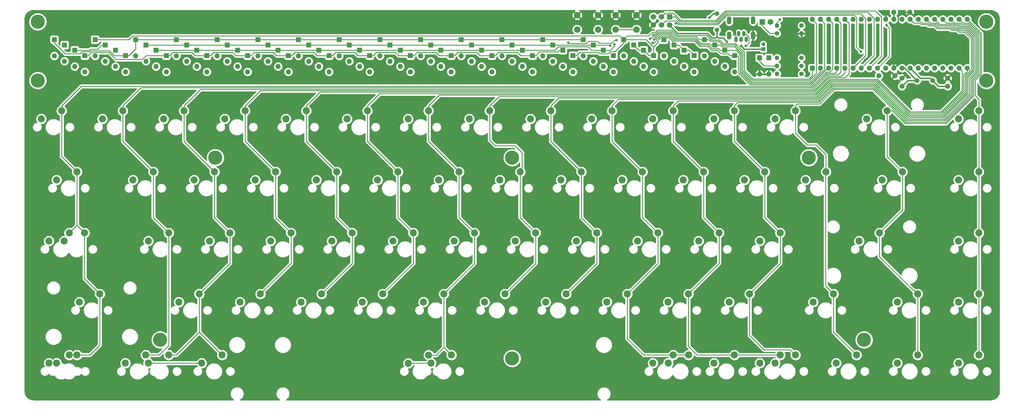
<source format=gbr>
G04 #@! TF.GenerationSoftware,KiCad,Pcbnew,(5.99.0-208-ga1d3f3486)*
G04 #@! TF.CreationDate,2019-11-19T11:23:27+07:00*
G04 #@! TF.ProjectId,discipline-pcb,64697363-6970-46c6-996e-652d7063622e,rev?*
G04 #@! TF.SameCoordinates,Original*
G04 #@! TF.FileFunction,Copper,L2,Bot*
G04 #@! TF.FilePolarity,Positive*
%FSLAX46Y46*%
G04 Gerber Fmt 4.6, Leading zero omitted, Abs format (unit mm)*
G04 Created by KiCad (PCBNEW (5.99.0-208-ga1d3f3486)) date 2019-11-19 11:23:27*
%MOMM*%
%LPD*%
G04 APERTURE LIST*
%ADD10O,1.400000X2.500000*%
%ADD11O,1.100000X1.700000*%
%ADD12R,1.700000X1.700000*%
%ADD13C,1.700000*%
%ADD14C,4.400000*%
%ADD15C,1.400000*%
%ADD16O,1.600000X1.600000*%
%ADD17R,1.600000X1.600000*%
%ADD18C,2.000000*%
%ADD19C,1.600000*%
%ADD20O,1.400000X1.400000*%
%ADD21C,2.200000*%
%ADD22C,1.500000*%
%ADD23C,1.200000*%
%ADD24R,1.200000X1.200000*%
%ADD25C,1.800000*%
%ADD26R,1.800000X1.800000*%
%ADD27C,0.800000*%
%ADD28C,0.250000*%
%ADD29C,0.400000*%
%ADD30C,0.254000*%
G04 APERTURE END LIST*
D10*
X288043750Y-61443750D03*
X288043750Y-56693750D03*
X280643750Y-56693750D03*
X280643750Y-61443750D03*
D11*
X283543750Y-60843750D03*
X285143750Y-60843750D03*
X282743750Y-62643750D03*
X285943750Y-62643750D03*
X284343750Y-62643750D03*
D12*
X262070364Y-55598500D03*
D13*
X262070364Y-58138500D03*
X259530364Y-55598500D03*
X259530364Y-58138500D03*
X256990364Y-55598500D03*
X256990364Y-58138500D03*
D14*
X212989879Y-162205740D03*
X212989879Y-99550624D03*
X305448502Y-99550624D03*
X120531257Y-99550624D03*
X322637337Y-156394590D03*
X103342422Y-156394590D03*
X360747255Y-75468873D03*
X360747255Y-57147160D03*
X65232504Y-57147160D03*
X65232504Y-75468873D03*
D15*
X276824148Y-54598468D03*
X276824148Y-59698468D03*
D16*
X70376818Y-67803242D03*
D17*
X70376818Y-62723242D03*
D16*
X79885207Y-72763829D03*
D17*
X79885207Y-67683829D03*
D16*
X92563059Y-72763829D03*
D17*
X92563059Y-67683829D03*
D16*
X95732522Y-67803242D03*
D17*
X95732522Y-62723242D03*
D16*
X108410374Y-67803242D03*
D17*
X108410374Y-62723242D03*
D16*
X121088226Y-67803242D03*
D17*
X121088226Y-62723242D03*
D16*
X133766078Y-67803242D03*
D17*
X133766078Y-62723242D03*
D16*
X146443930Y-67803242D03*
D17*
X146443930Y-62723242D03*
D16*
X159121782Y-67803242D03*
D17*
X159121782Y-62723242D03*
D16*
X171799634Y-67803242D03*
D17*
X171799634Y-62723242D03*
D16*
X184477486Y-67803242D03*
D17*
X184477486Y-62723242D03*
D16*
X197155338Y-67803242D03*
D17*
X197155338Y-62723242D03*
D16*
X209833190Y-67803242D03*
D17*
X209833190Y-62723242D03*
D16*
X222511042Y-67803242D03*
D17*
X222511042Y-62723242D03*
D16*
X235118910Y-67803242D03*
D17*
X235118910Y-62723242D03*
D16*
X282318463Y-72763829D03*
D17*
X282318463Y-67683829D03*
D16*
X73546281Y-69456771D03*
D17*
X73546281Y-64376771D03*
D16*
X89393596Y-71110300D03*
D17*
X89393596Y-66030300D03*
D16*
X98901985Y-69456771D03*
D17*
X98901985Y-64376771D03*
D16*
X111579837Y-69456771D03*
D17*
X111579837Y-64376771D03*
D16*
X124257689Y-69456771D03*
D17*
X124257689Y-64376771D03*
D16*
X136935541Y-69456771D03*
D17*
X136935541Y-64376771D03*
D16*
X149613393Y-69456771D03*
D17*
X149613393Y-64376771D03*
D16*
X162291245Y-69456771D03*
D17*
X162291245Y-64376771D03*
D16*
X174969097Y-69456771D03*
D17*
X174969097Y-64376771D03*
D16*
X187646949Y-69456771D03*
D17*
X187646949Y-64376771D03*
D16*
X200324801Y-69456771D03*
D17*
X200324801Y-64376771D03*
D16*
X213002653Y-69456771D03*
D17*
X213002653Y-64376771D03*
D16*
X225663009Y-69456771D03*
D17*
X225663009Y-64376771D03*
D16*
X238269683Y-69456771D03*
D17*
X238269683Y-64376771D03*
D16*
X279229739Y-71110300D03*
D17*
X279229739Y-66030300D03*
D16*
X76715744Y-71110300D03*
D17*
X76715744Y-66030300D03*
D16*
X86224133Y-69456771D03*
D17*
X86224133Y-64376771D03*
D16*
X102071448Y-71110300D03*
D17*
X102071448Y-66030300D03*
D16*
X114749300Y-71110300D03*
D17*
X114749300Y-66030300D03*
D16*
X127427152Y-71110300D03*
D17*
X127427152Y-66030300D03*
D16*
X140105004Y-71110300D03*
D17*
X140105004Y-66030300D03*
D16*
X152782856Y-71110300D03*
D17*
X152782856Y-66030300D03*
D16*
X165460708Y-71110300D03*
D17*
X165460708Y-66030300D03*
D16*
X178138560Y-71110300D03*
D17*
X178138560Y-66030300D03*
D16*
X190816412Y-71110300D03*
D17*
X190816412Y-66030300D03*
D16*
X203494264Y-71110300D03*
D17*
X203494264Y-66030300D03*
D16*
X216172116Y-71110300D03*
D17*
X216172116Y-66030300D03*
D16*
X241420456Y-71110300D03*
D17*
X241420456Y-66030300D03*
D16*
X276141015Y-69456771D03*
D17*
X276141015Y-64376771D03*
D16*
X105240911Y-72763829D03*
D17*
X105240911Y-67683829D03*
D16*
X117918763Y-72763829D03*
D17*
X117918763Y-67683829D03*
D16*
X130596615Y-72763829D03*
D17*
X130596615Y-67683829D03*
D16*
X143274467Y-72763829D03*
D17*
X143274467Y-67683829D03*
D16*
X155952319Y-72763829D03*
D17*
X155952319Y-67683829D03*
D16*
X168630171Y-72763829D03*
D17*
X168630171Y-67683829D03*
D16*
X181308023Y-72763829D03*
D17*
X181308023Y-67683829D03*
D16*
X193985875Y-72763829D03*
D17*
X193985875Y-67683829D03*
D16*
X206663727Y-72763829D03*
D17*
X206663727Y-67683829D03*
D16*
X219341579Y-72763829D03*
D17*
X219341579Y-67683829D03*
D16*
X228814976Y-71110300D03*
D17*
X228814976Y-66030300D03*
D16*
X244571229Y-72763829D03*
D17*
X244571229Y-67683829D03*
D16*
X272866140Y-67803242D03*
D17*
X272866140Y-62723242D03*
D16*
X266564592Y-71110300D03*
D17*
X266564592Y-66030300D03*
D16*
X83054670Y-67803242D03*
D17*
X83054670Y-62723242D03*
D16*
X263413818Y-69456771D03*
D17*
X263413818Y-64376771D03*
D16*
X260263045Y-67803242D03*
D17*
X260263045Y-62723242D03*
D16*
X257112272Y-72763829D03*
D17*
X257112272Y-67683829D03*
D16*
X231966943Y-72763829D03*
D17*
X231966943Y-67683829D03*
D16*
X250872775Y-69456771D03*
D17*
X250872775Y-64376771D03*
D16*
X247722002Y-67803242D03*
D17*
X247722002Y-62723242D03*
D16*
X269715366Y-72763829D03*
D17*
X269715366Y-67683829D03*
D16*
X253961499Y-71110300D03*
D17*
X253961499Y-66030300D03*
X292951516Y-68409826D03*
D16*
X292951516Y-73489826D03*
D17*
X290081844Y-68409826D03*
D16*
X290081844Y-73489826D03*
D18*
X245262266Y-59583704D03*
X245262266Y-55083704D03*
X251762266Y-59583704D03*
X251762266Y-55083704D03*
D19*
X336902064Y-54173808D03*
X331902064Y-54173808D03*
X327247596Y-73964046D03*
X332247596Y-73964046D03*
D16*
X306529964Y-56396812D03*
X354789964Y-71636812D03*
X309069964Y-56396812D03*
X352249964Y-71636812D03*
X311609964Y-56396812D03*
X349709964Y-71636812D03*
X314149964Y-56396812D03*
X347169964Y-71636812D03*
X316689964Y-56396812D03*
X344629964Y-71636812D03*
X319229964Y-56396812D03*
X342089964Y-71636812D03*
X321769964Y-56396812D03*
X339549964Y-71636812D03*
X324309964Y-56396812D03*
X337009964Y-71636812D03*
X326849964Y-56396812D03*
X334469964Y-71636812D03*
X329389964Y-56396812D03*
X331929964Y-71636812D03*
X331929964Y-56396812D03*
X329389964Y-71636812D03*
X334469964Y-56396812D03*
X326849964Y-71636812D03*
X337009964Y-56396812D03*
X324309964Y-71636812D03*
X339549964Y-56396812D03*
X321769964Y-71636812D03*
X342089964Y-56396812D03*
X319229964Y-71636812D03*
X344629964Y-56396812D03*
X316689964Y-71636812D03*
X347169964Y-56396812D03*
X314149964Y-71636812D03*
X349709964Y-56396812D03*
X311609964Y-71636812D03*
X352249964Y-56396812D03*
X309069964Y-71636812D03*
X354789964Y-56396812D03*
D17*
X306529964Y-71636812D03*
D15*
X303152850Y-70893147D03*
D20*
X295532850Y-70893147D03*
X295532850Y-68399682D03*
D15*
X303152850Y-68399682D03*
D20*
X295532850Y-73386612D03*
D15*
X303152850Y-73386612D03*
D21*
X275892740Y-163681380D03*
X282242740Y-161141380D03*
X256837418Y-163681380D03*
X263187418Y-161141380D03*
X99669565Y-163677449D03*
X106019565Y-161137449D03*
X71070234Y-163677449D03*
X77420234Y-161137449D03*
X68689084Y-125581380D03*
X75039084Y-123041380D03*
X186984107Y-161149270D03*
X180634107Y-163689270D03*
X261610470Y-163681380D03*
X267960470Y-161141380D03*
X290166662Y-163681380D03*
X296516662Y-161141380D03*
X294907784Y-87481380D03*
X301257784Y-84941380D03*
X132982784Y-106531380D03*
X139332784Y-103991380D03*
X66307784Y-87481380D03*
X72657784Y-84941380D03*
X85357784Y-87481380D03*
X91707784Y-84941380D03*
X104407784Y-87481380D03*
X110757784Y-84941380D03*
X123457784Y-87481380D03*
X129807784Y-84941380D03*
X142507784Y-87481380D03*
X148857784Y-84941380D03*
X167907784Y-84941380D03*
X161557784Y-87481380D03*
X186957784Y-84941380D03*
X180607784Y-87481380D03*
X206007784Y-84941380D03*
X199657784Y-87481380D03*
X225057784Y-84941380D03*
X218707784Y-87481380D03*
X237757784Y-87481380D03*
X244107784Y-84941380D03*
X263157784Y-84941380D03*
X256807784Y-87481380D03*
X282207784Y-84941380D03*
X275857784Y-87481380D03*
X352057784Y-87481380D03*
X358407784Y-84941380D03*
X94882784Y-106531380D03*
X101232784Y-103991380D03*
X120282784Y-103991380D03*
X113932784Y-106531380D03*
X158382784Y-103991380D03*
X152032784Y-106531380D03*
X177432784Y-103991380D03*
X171082784Y-106531380D03*
X190132784Y-106531380D03*
X196482784Y-103991380D03*
X209182784Y-106531380D03*
X215532784Y-103991380D03*
X228232784Y-106531380D03*
X234582784Y-103991380D03*
X247282784Y-106531380D03*
X253632784Y-103991380D03*
X266332784Y-106531380D03*
X272682784Y-103991380D03*
X285382784Y-106531380D03*
X291732784Y-103991380D03*
X310782784Y-103991380D03*
X304432784Y-106531380D03*
X358407784Y-103991380D03*
X352057784Y-106531380D03*
X105995284Y-123041380D03*
X99645284Y-125581380D03*
X125045284Y-123041380D03*
X118695284Y-125581380D03*
X144095284Y-123041380D03*
X137745284Y-125581380D03*
X163144784Y-123041380D03*
X156794784Y-125581380D03*
X182194784Y-123041380D03*
X175844784Y-125581380D03*
X194894784Y-125581380D03*
X201244784Y-123041380D03*
X220294784Y-123041380D03*
X213944784Y-125581380D03*
X232994784Y-125581380D03*
X239344784Y-123041380D03*
X252044784Y-125581380D03*
X258394784Y-123041380D03*
X277444784Y-123041380D03*
X271094784Y-125581380D03*
X296494784Y-123041380D03*
X290144784Y-125581380D03*
X358407784Y-123041380D03*
X352057784Y-125581380D03*
X109170284Y-144631380D03*
X115520284Y-142091380D03*
X134570284Y-142091380D03*
X128220284Y-144631380D03*
X147270284Y-144631380D03*
X153620284Y-142091380D03*
X166320784Y-144631380D03*
X172670784Y-142091380D03*
X185370784Y-144631380D03*
X191720784Y-142091380D03*
X204420784Y-144631380D03*
X210770784Y-142091380D03*
X229820784Y-142091380D03*
X223470784Y-144631380D03*
X248870784Y-142091380D03*
X242520784Y-144631380D03*
X267920784Y-142091380D03*
X261570784Y-144631380D03*
X286970784Y-142091380D03*
X280620784Y-144631380D03*
X339357784Y-142091380D03*
X333007784Y-144631380D03*
X358407784Y-142091380D03*
X352057784Y-144631380D03*
X187751784Y-163681380D03*
X194101784Y-161141380D03*
X313957784Y-163681380D03*
X320307784Y-161141380D03*
X333007784Y-163681380D03*
X339357784Y-161141380D03*
X352057784Y-163681380D03*
X358407784Y-161141380D03*
X323482784Y-87481380D03*
X329832784Y-84941380D03*
X71070284Y-106531380D03*
X77420284Y-103991380D03*
X334594784Y-103991380D03*
X328244784Y-106531380D03*
X79801584Y-123041380D03*
X73451584Y-125581380D03*
X321101784Y-125581380D03*
X327451784Y-123041380D03*
X84563984Y-142091380D03*
X78213984Y-144631380D03*
X306813784Y-144631380D03*
X313163784Y-142091380D03*
X68688984Y-163681380D03*
X75038984Y-161141380D03*
X98851584Y-161141380D03*
X92501584Y-163681380D03*
X116313984Y-163681380D03*
X122663984Y-161141380D03*
X294948062Y-163681380D03*
X301298062Y-161141380D03*
D19*
X348682646Y-77253670D03*
X348682646Y-74753670D03*
X334456772Y-74753670D03*
X334456772Y-77253670D03*
D22*
X344028178Y-75503870D03*
X339148178Y-75503870D03*
D23*
X291254210Y-64152496D03*
D24*
X291254210Y-65652496D03*
D18*
X239762266Y-55083704D03*
X239762266Y-59583704D03*
X233262266Y-55083704D03*
X233262266Y-59583704D03*
D25*
X293444250Y-57218460D03*
D26*
X290904250Y-57218460D03*
D20*
X303152850Y-60814664D03*
D15*
X295532850Y-60814664D03*
D20*
X295532850Y-58320834D03*
D15*
X303152850Y-58320834D03*
D27*
X264025821Y-57598790D03*
X321648236Y-66439906D03*
X285750000Y-64687500D03*
X296427971Y-56418460D03*
X329662320Y-58250842D03*
X230501154Y-63640226D03*
X245496940Y-62887812D03*
X256975628Y-61260498D03*
X255979321Y-62494715D03*
X244849514Y-64182664D03*
X243502168Y-64575212D03*
X257237692Y-62720424D03*
X256857000Y-63715359D03*
X274426922Y-55853616D03*
X309078784Y-61364317D03*
X311633443Y-61364317D03*
X314188102Y-61364317D03*
X316742761Y-61364317D03*
X319297420Y-61364317D03*
X321852079Y-61364317D03*
X329236096Y-66508631D03*
X326716432Y-66508631D03*
X324406740Y-61364317D03*
X323041922Y-68952036D03*
X324406740Y-66508631D03*
X269079118Y-55485101D03*
X269814020Y-59579555D03*
X219214944Y-173370184D03*
X323065574Y-73491600D03*
X241822360Y-60735558D03*
X256048234Y-65687492D03*
X283590086Y-57278652D03*
X305375096Y-73596588D03*
X64375142Y-81715660D03*
X310292034Y-84200376D03*
X349347570Y-89087536D03*
X256730656Y-168453246D03*
X283380110Y-168243270D03*
X296486112Y-168470744D03*
X290204330Y-168330760D03*
X340108626Y-164761168D03*
X323765494Y-83237986D03*
X331219642Y-87927450D03*
X111672236Y-119423850D03*
X281945274Y-117219102D03*
X261385124Y-116781652D03*
X134052178Y-173090216D03*
X324062960Y-142906166D03*
X284343750Y-64687500D03*
X279937500Y-63375000D03*
D28*
X264505733Y-57689807D02*
X264116838Y-57689807D01*
X264116838Y-57689807D02*
X264025821Y-57598790D01*
X265352115Y-58075862D02*
X264891788Y-58075862D01*
X264891788Y-58075862D02*
X264505733Y-57689807D01*
X277006439Y-58075862D02*
X265352115Y-58075862D01*
X265352115Y-58075862D02*
X265071046Y-58075862D01*
X245262266Y-59583704D02*
X246676479Y-59583704D01*
X246676479Y-59583704D02*
X251762266Y-59583704D01*
X279963601Y-55118700D02*
X277006439Y-58075862D01*
X319616854Y-55118700D02*
X279963601Y-55118700D01*
X320354965Y-55856811D02*
X319616854Y-55118700D01*
X321648236Y-66439906D02*
X320354965Y-65146635D01*
X320354965Y-65146635D02*
X320354965Y-55856811D01*
X252539674Y-59583704D02*
X251762266Y-59583704D01*
X264669706Y-56549250D02*
X264497938Y-56377482D01*
X265286422Y-57165966D02*
X264669706Y-56549250D01*
X262070364Y-55598500D02*
X263718956Y-55598500D01*
X263718956Y-55598500D02*
X264669706Y-56549250D01*
X276643515Y-57165966D02*
X265286422Y-57165966D01*
X323786958Y-54208804D02*
X279600677Y-54208804D01*
X325707772Y-56129618D02*
X323786958Y-54208804D01*
X325707772Y-67699004D02*
X325707772Y-56129618D01*
X321769964Y-71636812D02*
X325707772Y-67699004D01*
X279600677Y-54208804D02*
X276643515Y-57165966D01*
X276462053Y-56711018D02*
X265467884Y-56711018D01*
X265467884Y-56711018D02*
X263180365Y-54423499D01*
X263180365Y-54423499D02*
X260705365Y-54423499D01*
X260705365Y-54423499D02*
X260380363Y-54748501D01*
X260380363Y-54748501D02*
X259530364Y-55598500D01*
X326162720Y-53736358D02*
X279436713Y-53736358D01*
X328000010Y-55573648D02*
X326162720Y-53736358D01*
X328000010Y-67946766D02*
X328000010Y-55573648D01*
X324309964Y-71636812D02*
X328000010Y-67946766D01*
X279436713Y-53736358D02*
X276462053Y-56711018D01*
X264302255Y-56849919D02*
X260818945Y-56849919D01*
X260818945Y-56849919D02*
X259530364Y-58138500D01*
X265068312Y-57615976D02*
X264302255Y-56849919D01*
X276726696Y-57620914D02*
X276721758Y-57615976D01*
X276824977Y-57620914D02*
X276726696Y-57620914D01*
X276721758Y-57615976D02*
X265068312Y-57615976D01*
X321701906Y-54663752D02*
X279782139Y-54663752D01*
X323153064Y-56114910D02*
X321701906Y-54663752D01*
X323153064Y-67713712D02*
X323153064Y-56114910D01*
X319229964Y-71636812D02*
X323153064Y-67713712D01*
X279782139Y-54663752D02*
X276824977Y-57620914D01*
X290081844Y-68409826D02*
X290081844Y-69459826D01*
X290081844Y-69459826D02*
X291515165Y-70893147D01*
X291515165Y-70893147D02*
X294542901Y-70893147D01*
X294542901Y-70893147D02*
X295532850Y-70893147D01*
X295505208Y-68427324D02*
X295532850Y-68399682D01*
D29*
X339148178Y-75503870D02*
X335281120Y-71636812D01*
X335281120Y-71636812D02*
X334469964Y-71636812D01*
X339148178Y-75503870D02*
X336206572Y-75503870D01*
X336206572Y-75503870D02*
X334456772Y-77253670D01*
X344028178Y-75503870D02*
X345777978Y-77253670D01*
X345777978Y-77253670D02*
X348682646Y-77253670D01*
X344028178Y-75503870D02*
X343278179Y-74753871D01*
X343278179Y-74753871D02*
X340127023Y-74753871D01*
X340127023Y-74753871D02*
X337809963Y-72436811D01*
X337809963Y-72436811D02*
X337009964Y-71636812D01*
X276824148Y-59698468D02*
X276824148Y-60180912D01*
X277320519Y-62204205D02*
X277769627Y-62204205D01*
X276824148Y-61521796D02*
X276824148Y-61707834D01*
X276824148Y-61707834D02*
X277320519Y-62204205D01*
X264523668Y-60786894D02*
X262070364Y-58333590D01*
X276428138Y-62204205D02*
X275274581Y-62204205D01*
X273857270Y-60786894D02*
X264523668Y-60786894D01*
X275274581Y-62204205D02*
X273857270Y-60786894D01*
X276824148Y-61521796D02*
X276824148Y-61808195D01*
X276824148Y-61808195D02*
X276428138Y-62204205D01*
X262070364Y-58333590D02*
X262070364Y-58138500D01*
X276824148Y-59698468D02*
X276824148Y-61521796D01*
X276824148Y-59698468D02*
X276824148Y-61258726D01*
X331929964Y-56396812D02*
X331929964Y-54201708D01*
X331929964Y-54201708D02*
X331902064Y-54173808D01*
X262070364Y-58138500D02*
X262070364Y-58345031D01*
X331902064Y-56368912D02*
X331929964Y-56396812D01*
D28*
X295532850Y-58320834D02*
X295532850Y-57313581D01*
X295532850Y-57313581D02*
X296427971Y-56418460D01*
X330467228Y-59055750D02*
X329662320Y-58250842D01*
X330467228Y-68019548D02*
X330467228Y-59055750D01*
X326849964Y-71636812D02*
X330467228Y-68019548D01*
X359198944Y-66508631D02*
X359198944Y-73439106D01*
X359198944Y-66508631D02*
X359198944Y-60805792D01*
X359198944Y-60805792D02*
X354789964Y-56396812D01*
X357307785Y-75330265D02*
X359041462Y-73596588D01*
X359198944Y-73439106D02*
X359041462Y-73596588D01*
X357307785Y-80228330D02*
X357307785Y-75330265D01*
X358411534Y-83381996D02*
X358411534Y-81332079D01*
X358411534Y-81332079D02*
X357307785Y-80228330D01*
X358407784Y-84941380D02*
X358407784Y-83385746D01*
X358407784Y-83385746D02*
X358411534Y-83381996D01*
X358407784Y-142091380D02*
X358407784Y-143647014D01*
X358407784Y-143647014D02*
X358407784Y-161141380D01*
X358407784Y-123041380D02*
X358407784Y-124597014D01*
X358407784Y-124597014D02*
X358407784Y-142091380D01*
X358407784Y-103991380D02*
X358407784Y-105547014D01*
X358407784Y-105547014D02*
X358407784Y-123041380D01*
X358407784Y-84941380D02*
X358407784Y-86497014D01*
X358407784Y-86497014D02*
X358407784Y-103991380D01*
X356854212Y-75136412D02*
X358743996Y-73246628D01*
X356854212Y-80228330D02*
X356854212Y-75136412D01*
X348210200Y-88872342D02*
X356854212Y-80228330D01*
X335454158Y-88872342D02*
X348210200Y-88872342D01*
X358743996Y-61003700D02*
X355272624Y-57532328D01*
X329832784Y-84941380D02*
X331523196Y-84941380D01*
X331523196Y-84941380D02*
X335454158Y-88872342D01*
X358743996Y-73246628D02*
X358743996Y-61003700D01*
X355272624Y-57532328D02*
X353385480Y-57532328D01*
X353385480Y-57532328D02*
X352249964Y-56396812D01*
X339357784Y-142091380D02*
X339357784Y-153124998D01*
X339357784Y-153124998D02*
X339357784Y-161141380D01*
X327451784Y-123041380D02*
X327451784Y-130442382D01*
X327451784Y-130442382D02*
X338000783Y-140991381D01*
X338000783Y-140991381D02*
X338257785Y-140991381D01*
X338257785Y-140991381D02*
X339357784Y-142091380D01*
X334594784Y-103991380D02*
X334594784Y-115898380D01*
X334594784Y-115898380D02*
X327451784Y-123041380D01*
X329832784Y-84941380D02*
X329832784Y-99229380D01*
X329832784Y-99229380D02*
X334594784Y-103991380D01*
X348017722Y-88417394D02*
X356381766Y-80053350D01*
X335646636Y-88417394D02*
X348017722Y-88417394D01*
X350834965Y-57521813D02*
X349709964Y-56396812D01*
X325480298Y-78251056D02*
X335646636Y-88417394D01*
X358289048Y-61231161D02*
X355062652Y-58004765D01*
X313266694Y-78251056D02*
X325480298Y-78251056D01*
X352689952Y-57521813D02*
X350834965Y-57521813D01*
X305130124Y-82748042D02*
X308769708Y-82748042D01*
X355062652Y-58004765D02*
X353172904Y-58004765D01*
X308769708Y-82748042D02*
X313266694Y-78251056D01*
X356381766Y-80053350D02*
X356381766Y-74961432D01*
X356381766Y-74961432D02*
X358289048Y-73054150D01*
X358289048Y-73054150D02*
X358289048Y-61231161D01*
X353172904Y-58004765D02*
X352689952Y-57521813D01*
X301257784Y-91897905D02*
X304916457Y-95556578D01*
X301257784Y-84941380D02*
X301257784Y-91897905D01*
X304916457Y-95556578D02*
X307684832Y-95556578D01*
X307684832Y-95556578D02*
X310782784Y-98654530D01*
X310782784Y-98654530D02*
X310782784Y-101422905D01*
X310782784Y-101422905D02*
X310782784Y-103991380D01*
X305130124Y-82748042D02*
X305322602Y-82748042D01*
X301895488Y-82748042D02*
X305130124Y-82748042D01*
X301257784Y-84941380D02*
X301257784Y-83385746D01*
X301257784Y-83385746D02*
X301895488Y-82748042D01*
X313163784Y-142091380D02*
X310686783Y-139614379D01*
X310686783Y-139614379D02*
X310686783Y-105170926D01*
X310686783Y-105170926D02*
X310782784Y-105074925D01*
X310782784Y-105074925D02*
X310782784Y-103991380D01*
X313163784Y-142091380D02*
X313163784Y-153997380D01*
X313163784Y-153997380D02*
X320307784Y-161141380D01*
X350620298Y-57971823D02*
X350170288Y-57521813D01*
X352940505Y-58454775D02*
X352457553Y-57971823D01*
X354830253Y-58454775D02*
X352940505Y-58454775D01*
X347825244Y-87962446D02*
X355926818Y-79860872D01*
X357834100Y-72861672D02*
X357834100Y-61458622D01*
X355926818Y-74768954D02*
X357834100Y-72861672D01*
X282207784Y-84941380D02*
X282207784Y-83385746D01*
X350170288Y-57521813D02*
X348294965Y-57521813D01*
X355926818Y-79860872D02*
X355926818Y-74768954D01*
X282207784Y-83385746D02*
X283300436Y-82293094D01*
X335856612Y-87962446D02*
X347825244Y-87962446D01*
X283300436Y-82293094D02*
X308577230Y-82293094D01*
X308577230Y-82293094D02*
X313074216Y-77796108D01*
X325690274Y-77796108D02*
X335856612Y-87962446D01*
X357834100Y-61458622D02*
X354830253Y-58454775D01*
X313074216Y-77796108D02*
X325690274Y-77796108D01*
X352457553Y-57971823D02*
X350620298Y-57971823D01*
X348294965Y-57521813D02*
X347169964Y-56396812D01*
X291411692Y-159459274D02*
X299615956Y-159459274D01*
X299615956Y-159459274D02*
X301298062Y-161141380D01*
X286970784Y-155018366D02*
X291411692Y-159459274D01*
X286970784Y-142091380D02*
X286970784Y-155018366D01*
X296494784Y-123041380D02*
X296494784Y-132567380D01*
X296494784Y-132567380D02*
X286970784Y-142091380D01*
X291732784Y-103991380D02*
X291732784Y-118279380D01*
X291732784Y-118279380D02*
X296494784Y-123041380D01*
X282207784Y-84941380D02*
X282207784Y-94466380D01*
X282207784Y-94466380D02*
X291732784Y-103991380D01*
X352708106Y-58904785D02*
X354597854Y-58904785D01*
X352228030Y-58424709D02*
X352708106Y-58904785D01*
X350436774Y-58424709D02*
X352228030Y-58424709D01*
X349983888Y-57971823D02*
X350436774Y-58424709D01*
X346204975Y-57971823D02*
X349983888Y-57971823D01*
X344629964Y-56396812D02*
X346204975Y-57971823D01*
X354597854Y-58904785D02*
X357379152Y-61686083D01*
X357379152Y-61686083D02*
X357379152Y-67086054D01*
X357379152Y-67086054D02*
X357379152Y-72669194D01*
X355454372Y-79685892D02*
X347632766Y-87507498D01*
X355454372Y-74593974D02*
X355454372Y-79685892D01*
X357379152Y-72669194D02*
X355454372Y-74593974D01*
X308384752Y-81838146D02*
X304640180Y-81838146D01*
X347632766Y-87507498D02*
X336049090Y-87507498D01*
X336049090Y-87507498D02*
X325865254Y-77323662D01*
X325865254Y-77323662D02*
X312899236Y-77323662D01*
X312899236Y-77323662D02*
X308384752Y-81838146D01*
X304640180Y-81838146D02*
X304937646Y-81838146D01*
X264705384Y-81838146D02*
X304640180Y-81838146D01*
X263157784Y-83385746D02*
X264705384Y-81838146D01*
X263157784Y-84941380D02*
X263157784Y-83385746D01*
X267920784Y-142091380D02*
X267920784Y-158453296D01*
X267920784Y-158453296D02*
X270608868Y-161141380D01*
X270608868Y-161141380D02*
X282242740Y-161141380D01*
X289399422Y-161141380D02*
X290955056Y-161141380D01*
X290955056Y-161141380D02*
X296516662Y-161141380D01*
X282242740Y-161141380D02*
X283798374Y-161141380D01*
X283798374Y-161141380D02*
X289399422Y-161141380D01*
X267960470Y-142131066D02*
X267920784Y-142091380D01*
X277444784Y-123041380D02*
X277444784Y-132567380D01*
X277444784Y-132567380D02*
X267920784Y-142091380D01*
X272682784Y-103991380D02*
X272682784Y-118279380D01*
X272682784Y-118279380D02*
X277444784Y-123041380D01*
X263157784Y-84941380D02*
X263157784Y-94466380D01*
X263157784Y-94466380D02*
X272682784Y-103991380D01*
X350210869Y-58874719D02*
X349760859Y-58424709D01*
X246110332Y-81383198D02*
X308192274Y-81383198D01*
X354380243Y-59369583D02*
X352536494Y-59369583D01*
X326057732Y-76868714D02*
X336241568Y-87052550D01*
X356914330Y-72447062D02*
X356914330Y-61903670D01*
X352041630Y-58874719D02*
X350210869Y-58874719D01*
X356914330Y-61903670D02*
X354380243Y-59369583D01*
X354981926Y-79475916D02*
X354981926Y-74379466D01*
X347405292Y-87052550D02*
X354981926Y-79475916D01*
X336241568Y-87052550D02*
X347405292Y-87052550D01*
X244107784Y-84941380D02*
X244107784Y-83385746D01*
X343225480Y-57532328D02*
X342089964Y-56396812D01*
X244107784Y-83385746D02*
X246110332Y-81383198D01*
X354981926Y-74379466D02*
X356914330Y-72447062D01*
X312706758Y-76868714D02*
X326057732Y-76868714D01*
X352536494Y-59369583D02*
X352041630Y-58874719D01*
X308192274Y-81383198D02*
X312706758Y-76868714D01*
X345088982Y-57532328D02*
X343225480Y-57532328D01*
X349760859Y-58424709D02*
X345981363Y-58424709D01*
X345981363Y-58424709D02*
X345088982Y-57532328D01*
X253632784Y-103991380D02*
X253632784Y-118279380D01*
X253632784Y-118279380D02*
X258394784Y-123041380D01*
X265567146Y-161141380D02*
X267960470Y-161141380D01*
X263187418Y-161141380D02*
X265567146Y-161141380D01*
X248870784Y-156008898D02*
X254003266Y-161141380D01*
X254003266Y-161141380D02*
X263187418Y-161141380D01*
X248870784Y-142091380D02*
X248870784Y-156008898D01*
X244107784Y-84941380D02*
X244107784Y-94466380D01*
X244107784Y-94466380D02*
X253632784Y-103991380D01*
X248870784Y-142091380D02*
X258394784Y-132567380D01*
X258394784Y-132567380D02*
X258394784Y-123041380D01*
X354147844Y-59819593D02*
X356464319Y-62136068D01*
X352310588Y-59819592D02*
X352350094Y-59819593D01*
X349978470Y-59324729D02*
X351815725Y-59324729D01*
X354526978Y-74198003D02*
X354526978Y-79283438D01*
X345748964Y-58874719D02*
X349528460Y-58874719D01*
X349528460Y-58874719D02*
X349978470Y-59324729D01*
X312514280Y-76413766D02*
X307999796Y-80928250D01*
X356464319Y-72260662D02*
X354526978Y-74198003D01*
X351815725Y-59324729D02*
X352310588Y-59819592D01*
X339549964Y-56408344D02*
X340673948Y-57532328D01*
X336451544Y-86597602D02*
X326267708Y-76413766D01*
X339549964Y-56396812D02*
X339549964Y-56408344D01*
X340673948Y-57532328D02*
X342516825Y-57532328D01*
X356464319Y-62136068D02*
X356464319Y-72260662D01*
X344856583Y-57982338D02*
X345748964Y-58874719D01*
X307999796Y-80928250D02*
X304325216Y-80928250D01*
X342516825Y-57532328D02*
X342966835Y-57982338D01*
X352350094Y-59819593D02*
X354147844Y-59819593D01*
X342966835Y-57982338D02*
X344856583Y-57982338D01*
X354526978Y-79283438D02*
X347212814Y-86597602D01*
X347212814Y-86597602D02*
X336451544Y-86597602D01*
X326267708Y-76413766D02*
X312514280Y-76413766D01*
X339549964Y-56396812D02*
X339549964Y-57044754D01*
X304325216Y-80928250D02*
X304552690Y-80928250D01*
X227515280Y-80928250D02*
X304325216Y-80928250D01*
X225057784Y-83385746D02*
X227515280Y-80928250D01*
X225057784Y-84941380D02*
X225057784Y-83385746D01*
X239344784Y-123041380D02*
X239344784Y-132567380D01*
X239344784Y-132567380D02*
X229820784Y-142091380D01*
X234582784Y-103991380D02*
X234582784Y-118279380D01*
X234582784Y-118279380D02*
X239344784Y-123041380D01*
X225057784Y-84941380D02*
X225057784Y-94466380D01*
X225057784Y-94466380D02*
X234582784Y-103991380D01*
X349746070Y-59774738D02*
X349296061Y-59324729D01*
X352123044Y-60314457D02*
X351583325Y-59774738D01*
X353960299Y-60314457D02*
X352123044Y-60314457D01*
X206007784Y-83385746D02*
X208920228Y-80473302D01*
X356014308Y-72074262D02*
X356014308Y-62368466D01*
X326460186Y-75958818D02*
X336644022Y-86142654D01*
X347020336Y-86142654D02*
X354072030Y-79090960D01*
X354072030Y-79090960D02*
X354072030Y-74016540D01*
X351583325Y-59774738D02*
X349746070Y-59774738D01*
X336644022Y-86142654D02*
X347020336Y-86142654D01*
X354072030Y-74016540D02*
X356014308Y-72074262D01*
X342734436Y-58432348D02*
X342284426Y-57982338D01*
X208920228Y-80473302D02*
X307807318Y-80473302D01*
X339998257Y-57533424D02*
X338146576Y-57533424D01*
X206007784Y-84941380D02*
X206007784Y-83385746D01*
X307807318Y-80473302D02*
X312321802Y-75958818D01*
X312321802Y-75958818D02*
X326460186Y-75958818D01*
X356014308Y-62368466D02*
X353960299Y-60314457D01*
X349296061Y-59324729D02*
X345516565Y-59324729D01*
X345516565Y-59324729D02*
X344624184Y-58432348D01*
X344624184Y-58432348D02*
X342734436Y-58432348D01*
X342284426Y-57982338D02*
X340447170Y-57982337D01*
X340447170Y-57982337D02*
X339998257Y-57533424D01*
X338146576Y-57533424D02*
X337009964Y-56396812D01*
X207722588Y-95801550D02*
X206007784Y-94086746D01*
X213913050Y-95801550D02*
X207722588Y-95801550D01*
X216100300Y-97988800D02*
X213913050Y-95801550D01*
X216100300Y-102520782D02*
X216100300Y-97988800D01*
X215532784Y-103991380D02*
X215532784Y-103088298D01*
X215532784Y-103088298D02*
X216100300Y-102520782D01*
X206007784Y-94086746D02*
X206007784Y-84941380D01*
X220294784Y-123041380D02*
X220294784Y-132567380D01*
X220294784Y-132567380D02*
X210770784Y-142091380D01*
X215532784Y-103991380D02*
X215532784Y-118279380D01*
X215532784Y-118279380D02*
X220294784Y-123041380D01*
X312129324Y-75503870D02*
X307632338Y-80000856D01*
X326652664Y-75503870D02*
X312129324Y-75503870D01*
X336836500Y-85687706D02*
X326652664Y-75503870D01*
X346827858Y-85687706D02*
X336836500Y-85687706D01*
X353599584Y-78915980D02*
X346827858Y-85687706D01*
X353599584Y-74261512D02*
X353599584Y-78915980D01*
X307632338Y-80000856D02*
X304045248Y-80000856D01*
X354789964Y-72633682D02*
X353599584Y-73824062D01*
X354789964Y-71636812D02*
X354789964Y-72633682D01*
X353599584Y-73824062D02*
X353599584Y-74261512D01*
X353599584Y-74261512D02*
X353599584Y-74034038D01*
X304045248Y-80000856D02*
X304185232Y-80000856D01*
X190342674Y-80000856D02*
X304045248Y-80000856D01*
X186957784Y-83385746D02*
X190342674Y-80000856D01*
X186957784Y-84941380D02*
X186957784Y-83385746D01*
X186984107Y-161149270D02*
X189331894Y-161149270D01*
X189331894Y-161149270D02*
X191720784Y-158760380D01*
X191720784Y-142091380D02*
X191720784Y-158760380D01*
X191720784Y-158760380D02*
X194101784Y-161141380D01*
X201244784Y-123041380D02*
X201244784Y-132567380D01*
X201244784Y-132567380D02*
X191720784Y-142091380D01*
X196482784Y-103991380D02*
X196482784Y-118279380D01*
X196482784Y-118279380D02*
X201244784Y-123041380D01*
X186957784Y-84941380D02*
X186957784Y-94466380D01*
X186957784Y-94466380D02*
X196482784Y-103991380D01*
X326845142Y-75048922D02*
X337028978Y-85232758D01*
X311936846Y-75048922D02*
X326845142Y-75048922D01*
X307439860Y-79545908D02*
X311936846Y-75048922D01*
X346635380Y-85232758D02*
X353144636Y-78723502D01*
X171747622Y-79545908D02*
X307439860Y-79545908D01*
X167907784Y-83385746D02*
X171747622Y-79545908D01*
X167907784Y-84941380D02*
X167907784Y-83385746D01*
X337028978Y-85232758D02*
X346635380Y-85232758D01*
X353144636Y-78723502D02*
X353144636Y-72531484D01*
X353144636Y-72531484D02*
X352249964Y-71636812D01*
X182194784Y-123041380D02*
X182194784Y-132567380D01*
X182194784Y-132567380D02*
X172670784Y-142091380D01*
X177432784Y-103991380D02*
X177432784Y-118279380D01*
X177432784Y-118279380D02*
X182194784Y-123041380D01*
X167907784Y-84941380D02*
X167907784Y-94466380D01*
X167907784Y-94466380D02*
X177432784Y-103991380D01*
X316741341Y-74593974D02*
X317956158Y-73379157D01*
X311726870Y-74593974D02*
X316741341Y-74593974D01*
X307229884Y-79090960D02*
X311726870Y-74593974D01*
X153152570Y-79090960D02*
X307229884Y-79090960D01*
X148857784Y-83385746D02*
X153152570Y-79090960D01*
X148857784Y-84941380D02*
X148857784Y-83385746D01*
X317956158Y-73379157D02*
X317956158Y-57663006D01*
X317956158Y-57663006D02*
X316689964Y-56396812D01*
X163144784Y-123041380D02*
X163144784Y-132566880D01*
X163144784Y-132566880D02*
X153620284Y-142091380D01*
X158382784Y-103991380D02*
X158382784Y-118279380D01*
X158382784Y-118279380D02*
X163144784Y-123041380D01*
X148857784Y-84941380D02*
X148857784Y-94466380D01*
X148857784Y-94466380D02*
X158382784Y-103991380D01*
X315569006Y-74139026D02*
X316690269Y-73017763D01*
X311499396Y-74139026D02*
X315569006Y-74139026D01*
X307002410Y-78636012D02*
X311499396Y-74139026D01*
X134557518Y-78636012D02*
X307002410Y-78636012D01*
X129807784Y-83385746D02*
X134557518Y-78636012D01*
X129807784Y-84941380D02*
X129807784Y-83385746D01*
X316690269Y-73017763D02*
X316689964Y-73017458D01*
X316689964Y-73017458D02*
X316689964Y-71636812D01*
X144095284Y-123041380D02*
X144095284Y-132566380D01*
X144095284Y-132566380D02*
X134570284Y-142091380D01*
X139332784Y-103991380D02*
X139332784Y-118278880D01*
X139332784Y-118278880D02*
X144095284Y-123041380D01*
X129807784Y-84941380D02*
X129807784Y-94466380D01*
X129807784Y-94466380D02*
X139332784Y-103991380D01*
X314571648Y-73666580D02*
X315418948Y-72819280D01*
X311267388Y-73666580D02*
X314571648Y-73666580D01*
X306752904Y-78181064D02*
X311267388Y-73666580D01*
X115962466Y-78181064D02*
X306752904Y-78181064D01*
X110757784Y-83385746D02*
X115962466Y-78181064D01*
X315418948Y-72819280D02*
X315418948Y-57665796D01*
X110757784Y-84941380D02*
X110757784Y-83385746D01*
X315418948Y-57665796D02*
X314149964Y-56396812D01*
X108032652Y-161137449D02*
X106019565Y-161137449D01*
X108224271Y-161137449D02*
X108032652Y-161137449D01*
X115506516Y-153997680D02*
X108366747Y-161137449D01*
X108366747Y-161137449D02*
X108032652Y-161137449D01*
X115520284Y-153997680D02*
X115506516Y-153997680D01*
X115520284Y-142091380D02*
X115520284Y-153997680D01*
X115520284Y-153997680D02*
X122663984Y-161141380D01*
X125045284Y-123041380D02*
X125045284Y-132566380D01*
X125045284Y-132566380D02*
X115520284Y-142091380D01*
X120282784Y-103991380D02*
X120282784Y-118278880D01*
X120282784Y-118278880D02*
X125045284Y-123041380D01*
X110757784Y-84941380D02*
X110757784Y-94466380D01*
X110757784Y-94466380D02*
X120282784Y-103991380D01*
X306571442Y-77726116D02*
X311085734Y-73211824D01*
X302960372Y-77726116D02*
X306571442Y-77726116D01*
X311085734Y-73211824D02*
X313556600Y-73211824D01*
X313556600Y-73211824D02*
X314170605Y-72597819D01*
X314170605Y-72597819D02*
X314170605Y-71657453D01*
X314170605Y-71657453D02*
X314149964Y-71636812D01*
X302960372Y-77726116D02*
X303222842Y-77726116D01*
X97367414Y-77726116D02*
X302960372Y-77726116D01*
X91707784Y-83385746D02*
X97367414Y-77726116D01*
X91707784Y-84941380D02*
X91707784Y-83385746D01*
X105995284Y-158117136D02*
X102971040Y-161141380D01*
X102971040Y-161141380D02*
X98851584Y-161141380D01*
X105995284Y-123041380D02*
X105995284Y-158117136D01*
X101232784Y-103991380D02*
X101232784Y-118278880D01*
X101232784Y-118278880D02*
X105995284Y-123041380D01*
X91707784Y-84941380D02*
X91707784Y-94466380D01*
X91707784Y-94466380D02*
X101232784Y-103991380D01*
X312089199Y-72761813D02*
X312881738Y-71969274D01*
X312881738Y-71969274D02*
X312881738Y-57668586D01*
X310899335Y-72761813D02*
X312089199Y-72761813D01*
X306389980Y-77271168D02*
X310899335Y-72761813D01*
X78772362Y-77271168D02*
X306389980Y-77271168D01*
X72657784Y-83385746D02*
X78772362Y-77271168D01*
X72657784Y-84941380D02*
X72657784Y-83385746D01*
X312881738Y-57668586D02*
X311609964Y-56396812D01*
X75048695Y-123027531D02*
X76148694Y-121927532D01*
X76148694Y-121927532D02*
X76152832Y-121927532D01*
X76152832Y-121927532D02*
X77420284Y-120660080D01*
X84563984Y-158026306D02*
X81452841Y-161137449D01*
X81452841Y-161137449D02*
X77420234Y-161137449D01*
X84563984Y-151426244D02*
X84563984Y-151616380D01*
X84563984Y-142091380D02*
X84563984Y-151426244D01*
X84563984Y-151426244D02*
X84563984Y-158026306D01*
X77420234Y-161137449D02*
X75042915Y-161137449D01*
X75042915Y-161137449D02*
X75038984Y-161141380D01*
X79801584Y-123041380D02*
X79801584Y-137328980D01*
X79801584Y-137328980D02*
X84563984Y-142091380D01*
X77420284Y-103991380D02*
X77420284Y-120660080D01*
X77420284Y-120660080D02*
X79801584Y-123041380D01*
X72657784Y-84941380D02*
X72657784Y-99228880D01*
X72657784Y-99228880D02*
X77420284Y-103991380D01*
X187751784Y-163681380D02*
X180641997Y-163681380D01*
X180641997Y-163681380D02*
X180634107Y-163689270D01*
X116313984Y-163681380D02*
X99673496Y-163681380D01*
X99673496Y-163681380D02*
X99669565Y-163677449D01*
X269715366Y-67617316D02*
X268128350Y-66030300D01*
X268128350Y-66030300D02*
X266564592Y-66030300D01*
X269715366Y-67683829D02*
X269715366Y-67617316D01*
X266553560Y-66030300D02*
X264900031Y-64376771D01*
X264900031Y-64376771D02*
X263413818Y-64376771D01*
X266564592Y-66030300D02*
X266553560Y-66030300D01*
X257112272Y-64984776D02*
X258413110Y-63683938D01*
X257112272Y-65563757D02*
X257112272Y-64984776D01*
X258413110Y-63683938D02*
X258413110Y-62817826D01*
X258413110Y-62817826D02*
X259187966Y-62042970D01*
X259187966Y-62042970D02*
X259582773Y-62042970D01*
X259582773Y-62042970D02*
X260263045Y-62723242D01*
X263413818Y-63677953D02*
X261778835Y-62042970D01*
X263413818Y-64376771D02*
X263413818Y-63677953D01*
X261778835Y-62042970D02*
X260943317Y-62042970D01*
X260943317Y-62042970D02*
X260263045Y-62723242D01*
X257112272Y-65563757D02*
X257112272Y-65040066D01*
X257112272Y-65040066D02*
X254795448Y-62723242D01*
X254795448Y-62723242D02*
X250269246Y-62723242D01*
X250269246Y-62723242D02*
X247722002Y-62723242D01*
X257112272Y-67683829D02*
X257112272Y-65563757D01*
X306529964Y-71636812D02*
X306529964Y-73894054D01*
X306529964Y-73894054D02*
X305427590Y-74996428D01*
X288017080Y-74996428D02*
X285322388Y-72301736D01*
X285322388Y-72301736D02*
X285322388Y-66651340D01*
X285322388Y-66651340D02*
X282661234Y-63990186D01*
X282661234Y-63990186D02*
X278813132Y-63990186D01*
X278813132Y-63990186D02*
X277588272Y-62765326D01*
X277588272Y-62765326D02*
X275680990Y-62765326D01*
X305427590Y-74996428D02*
X288017080Y-74996428D01*
X258235484Y-59773168D02*
X257483070Y-60525582D01*
X262767466Y-59773168D02*
X258235484Y-59773168D01*
X264342286Y-61347988D02*
X262767466Y-59773168D01*
X273675888Y-61347988D02*
X264342286Y-61347988D01*
X257483070Y-60525582D02*
X256612598Y-60525582D01*
X275093226Y-62765326D02*
X273675888Y-61347988D01*
X275680990Y-62765326D02*
X275093226Y-62765326D01*
X256612598Y-60525582D02*
X255562718Y-61575462D01*
X255562718Y-61575462D02*
X248839058Y-61575462D01*
X248839058Y-61575462D02*
X247722002Y-62692518D01*
X247722002Y-62692518D02*
X247722002Y-62723242D01*
X243589745Y-66480311D02*
X243759229Y-66480311D01*
X250872775Y-64376771D02*
X250872775Y-64379091D01*
X250872775Y-64379091D02*
X252523984Y-66030300D01*
X252523984Y-66030300D02*
X252911499Y-66030300D01*
X252911499Y-66030300D02*
X253961499Y-66030300D01*
X253961499Y-66032979D02*
X255612349Y-67683829D01*
X255612349Y-67683829D02*
X256062272Y-67683829D01*
X253961499Y-66030300D02*
X253961499Y-66032979D01*
X94769168Y-61575462D02*
X246301848Y-61575462D01*
X247712098Y-62723242D02*
X246564318Y-61575462D01*
X246564318Y-61575462D02*
X246301848Y-61575462D01*
X247722002Y-62723242D02*
X247712098Y-62723242D01*
X83054670Y-62723242D02*
X93621388Y-62723242D01*
X93621388Y-62723242D02*
X94769168Y-61575462D01*
X239883395Y-66678241D02*
X240360455Y-67155301D01*
X242914755Y-67155301D02*
X243589745Y-66480311D01*
X240360455Y-67155301D02*
X242914755Y-67155301D01*
X243589745Y-66480311D02*
X245014933Y-66480311D01*
X247722002Y-63773242D02*
X247722002Y-62723242D01*
X245014933Y-66480311D02*
X247722002Y-63773242D01*
X234022531Y-66678241D02*
X239883395Y-66678241D01*
X233016943Y-67683829D02*
X234022531Y-66678241D01*
X231966943Y-67683829D02*
X233016943Y-67683829D01*
X247722002Y-62723242D02*
X247726274Y-62723242D01*
X275261038Y-62765326D02*
X275680990Y-62765326D01*
X256062272Y-67683829D02*
X257112272Y-67683829D01*
X302015480Y-75451376D02*
X305620068Y-75451376D01*
X305620068Y-75451376D02*
X307824816Y-73246628D01*
X307824816Y-73246628D02*
X307824816Y-57691664D01*
X307824816Y-57691664D02*
X306529964Y-56396812D01*
X272866140Y-62723242D02*
X274379050Y-62723242D01*
X274379050Y-62723242D02*
X274876082Y-63220274D01*
X274876082Y-63220274D02*
X277395794Y-63220274D01*
X277395794Y-63220274D02*
X278620654Y-64445134D01*
X278620654Y-64445134D02*
X282479771Y-64445134D01*
X282479771Y-64445134D02*
X284867440Y-66832803D01*
X284867440Y-72494214D02*
X287824602Y-75451376D01*
X287824602Y-75451376D02*
X302015480Y-75451376D01*
X284867440Y-66832803D02*
X284867440Y-72494214D01*
X230763624Y-63902696D02*
X230501154Y-63640226D01*
X236124458Y-63902696D02*
X230763624Y-63902696D01*
X239509124Y-63251770D02*
X236775384Y-63251770D01*
X240107556Y-63850202D02*
X239509124Y-63251770D01*
X236775384Y-63251770D02*
X236124458Y-63902696D01*
X243968865Y-63850202D02*
X240107556Y-63850202D01*
X244931255Y-62887812D02*
X243968865Y-63850202D01*
X245496940Y-62887812D02*
X244931255Y-62887812D01*
X270414092Y-61802936D02*
X271334398Y-62723242D01*
X256975628Y-61260498D02*
X257395580Y-61260498D01*
X264149808Y-61802936D02*
X270414092Y-61802936D01*
X262574988Y-60228116D02*
X264149808Y-61802936D01*
X258427962Y-60228116D02*
X262574988Y-60228116D01*
X257395580Y-61260498D02*
X258427962Y-60228116D01*
X271334398Y-62723242D02*
X272866140Y-62723242D01*
X219341579Y-67683829D02*
X220391579Y-67683829D01*
X220391579Y-67683829D02*
X221516580Y-66558828D01*
X221516580Y-66558828D02*
X227236448Y-66558828D01*
X227236448Y-66558828D02*
X227764976Y-66030300D01*
X227764976Y-66030300D02*
X228814976Y-66030300D01*
X206663727Y-67683829D02*
X207713727Y-67683829D01*
X207713727Y-67683829D02*
X208719315Y-66678241D01*
X208719315Y-66678241D02*
X214635055Y-66678241D01*
X214635055Y-66678241D02*
X215640643Y-67683829D01*
X215640643Y-67683829D02*
X218291579Y-67683829D01*
X218291579Y-67683829D02*
X219341579Y-67683829D01*
X193985875Y-67683829D02*
X195035875Y-67683829D01*
X195035875Y-67683829D02*
X196041463Y-66678241D01*
X196041463Y-66678241D02*
X201957203Y-66678241D01*
X201957203Y-66678241D02*
X202962791Y-67683829D01*
X202962791Y-67683829D02*
X205613727Y-67683829D01*
X205613727Y-67683829D02*
X206663727Y-67683829D01*
X181308023Y-67683829D02*
X182358023Y-67683829D01*
X182358023Y-67683829D02*
X183363611Y-66678241D01*
X183363611Y-66678241D02*
X189279351Y-66678241D01*
X189279351Y-66678241D02*
X190284939Y-67683829D01*
X190284939Y-67683829D02*
X192935875Y-67683829D01*
X192935875Y-67683829D02*
X193985875Y-67683829D01*
X168630171Y-67683829D02*
X169680171Y-67683829D01*
X169680171Y-67683829D02*
X170685759Y-66678241D01*
X170685759Y-66678241D02*
X176601499Y-66678241D01*
X176601499Y-66678241D02*
X177607087Y-67683829D01*
X177607087Y-67683829D02*
X180258023Y-67683829D01*
X180258023Y-67683829D02*
X181308023Y-67683829D01*
X155952319Y-67683829D02*
X157002319Y-67683829D01*
X157002319Y-67683829D02*
X158007907Y-66678241D01*
X158007907Y-66678241D02*
X163923647Y-66678241D01*
X163923647Y-66678241D02*
X164929235Y-67683829D01*
X164929235Y-67683829D02*
X167580171Y-67683829D01*
X167580171Y-67683829D02*
X168630171Y-67683829D01*
X143274467Y-67683829D02*
X144324467Y-67683829D01*
X144324467Y-67683829D02*
X145330055Y-66678241D01*
X145330055Y-66678241D02*
X151245795Y-66678241D01*
X151245795Y-66678241D02*
X152251383Y-67683829D01*
X152251383Y-67683829D02*
X154902319Y-67683829D01*
X154902319Y-67683829D02*
X155952319Y-67683829D01*
X130596615Y-67683829D02*
X131646615Y-67683829D01*
X131646615Y-67683829D02*
X132652203Y-66678241D01*
X132652203Y-66678241D02*
X138567943Y-66678241D01*
X138567943Y-66678241D02*
X139573531Y-67683829D01*
X139573531Y-67683829D02*
X142224467Y-67683829D01*
X142224467Y-67683829D02*
X143274467Y-67683829D01*
X117918763Y-67683829D02*
X118968763Y-67683829D01*
X118968763Y-67683829D02*
X119974351Y-66678241D01*
X119974351Y-66678241D02*
X125890091Y-66678241D01*
X125890091Y-66678241D02*
X126895679Y-67683829D01*
X126895679Y-67683829D02*
X129546615Y-67683829D01*
X129546615Y-67683829D02*
X130596615Y-67683829D01*
X105240911Y-67683829D02*
X106290911Y-67683829D01*
X106290911Y-67683829D02*
X107296499Y-66678241D01*
X107296499Y-66678241D02*
X113212239Y-66678241D01*
X113212239Y-66678241D02*
X114217827Y-67683829D01*
X114217827Y-67683829D02*
X116868763Y-67683829D01*
X116868763Y-67683829D02*
X117918763Y-67683829D01*
X87857458Y-67192319D02*
X89593382Y-68928243D01*
X87857457Y-67174819D02*
X87857458Y-67192319D01*
X87360879Y-66678241D02*
X87857457Y-67174819D01*
X81940795Y-66678241D02*
X87360879Y-66678241D01*
X80935207Y-67683829D02*
X81940795Y-66678241D01*
X99009925Y-67683829D02*
X104190911Y-67683829D01*
X79885207Y-67683829D02*
X80935207Y-67683829D01*
X89593382Y-68928243D02*
X97765511Y-68928243D01*
X97765511Y-68928243D02*
X99009925Y-67683829D01*
X104190911Y-67683829D02*
X105240911Y-67683829D01*
X302015480Y-75451376D02*
X302260452Y-75451376D01*
X276141015Y-64376771D02*
X277904865Y-64376771D01*
X277904865Y-64376771D02*
X278428176Y-64900082D01*
X282298308Y-64900082D02*
X284412492Y-67014266D01*
X287632124Y-75906324D02*
X302277950Y-75906324D01*
X284412492Y-67014266D02*
X284412492Y-72686692D01*
X284412492Y-72686692D02*
X287632124Y-75906324D01*
X278428176Y-64900082D02*
X282298308Y-64900082D01*
X270215780Y-62257884D02*
X263957330Y-62257884D01*
X271825596Y-63867700D02*
X270215780Y-62257884D01*
X274386138Y-63867700D02*
X271825596Y-63867700D01*
X274893580Y-64375142D02*
X274386138Y-63867700D01*
X276141015Y-64376771D02*
X274893580Y-64376771D01*
X274893580Y-64376771D02*
X274893580Y-64375142D01*
X263957330Y-62257884D02*
X262382510Y-60683064D01*
X262382510Y-60683064D02*
X258620440Y-60683064D01*
X258620440Y-60683064D02*
X257313776Y-61989728D01*
X257313776Y-61989728D02*
X256484308Y-61989728D01*
X256379320Y-62094716D02*
X255979321Y-62494715D01*
X256484308Y-61989728D02*
X256379320Y-62094716D01*
X243567563Y-66030300D02*
X242470456Y-66030300D01*
X242470456Y-66030300D02*
X241420456Y-66030300D01*
X244849514Y-64182664D02*
X244849514Y-64748349D01*
X244849514Y-64748349D02*
X243567563Y-66030300D01*
X226326284Y-66030300D02*
X227451285Y-64905299D01*
X227451285Y-64905299D02*
X236613209Y-64905299D01*
X236613209Y-64905299D02*
X237738210Y-66030300D01*
X237738210Y-66030300D02*
X240370456Y-66030300D01*
X240370456Y-66030300D02*
X241420456Y-66030300D01*
X216172116Y-66030300D02*
X226326284Y-66030300D01*
X203494264Y-66030300D02*
X204544264Y-66030300D01*
X204544264Y-66030300D02*
X216172116Y-66030300D01*
X190816412Y-66030300D02*
X191866412Y-66030300D01*
X191866412Y-66030300D02*
X203494264Y-66030300D01*
X178138560Y-66030300D02*
X179188560Y-66030300D01*
X179188560Y-66030300D02*
X190816412Y-66030300D01*
X165460708Y-66030300D02*
X166510708Y-66030300D01*
X166510708Y-66030300D02*
X178138560Y-66030300D01*
X152782856Y-66030300D02*
X153832856Y-66030300D01*
X153832856Y-66030300D02*
X165460708Y-66030300D01*
X140105004Y-66030300D02*
X141155004Y-66030300D01*
X141155004Y-66030300D02*
X152782856Y-66030300D01*
X127427152Y-66030300D02*
X128477152Y-66030300D01*
X128477152Y-66030300D02*
X140105004Y-66030300D01*
X114749300Y-66030300D02*
X115799300Y-66030300D01*
X115799300Y-66030300D02*
X127427152Y-66030300D01*
X102071448Y-66030300D02*
X103121448Y-66030300D01*
X103121448Y-66030300D02*
X114749300Y-66030300D01*
X86224133Y-64376771D02*
X85174133Y-64376771D01*
X85174133Y-64376771D02*
X83888534Y-65662370D01*
X81307392Y-66030300D02*
X77765744Y-66030300D01*
X81675322Y-65662370D02*
X81307392Y-66030300D01*
X77765744Y-66030300D02*
X76715744Y-66030300D01*
X83888534Y-65662370D02*
X81675322Y-65662370D01*
X309069964Y-71636812D02*
X309069964Y-72634198D01*
X305812546Y-75906324D02*
X309069964Y-72648906D01*
X309069964Y-72648906D02*
X309069964Y-72634198D01*
X304605184Y-75906324D02*
X304920148Y-75906324D01*
X302277950Y-75906324D02*
X304605184Y-75906324D01*
X304605184Y-75906324D02*
X305812546Y-75906324D01*
X302277950Y-75906324D02*
X302452930Y-75906324D01*
X275855970Y-64025399D02*
X276293203Y-64025399D01*
X276748368Y-64025399D02*
X275855970Y-64025399D01*
X306005024Y-76361272D02*
X310362026Y-72004270D01*
X287439646Y-76361272D02*
X306005024Y-76361272D01*
X283957544Y-67195729D02*
X283957544Y-72879170D01*
X283957544Y-72879170D02*
X287439646Y-76361272D01*
X310362026Y-72004270D02*
X310362026Y-57688874D01*
X279229739Y-66030300D02*
X282792115Y-66030300D01*
X282792115Y-66030300D02*
X283957544Y-67195729D01*
X310362026Y-57688874D02*
X309069964Y-56396812D01*
X271661631Y-64340146D02*
X270034317Y-62712832D01*
X274036178Y-64340146D02*
X271661631Y-64340146D01*
X258820104Y-61138012D02*
X257637691Y-62320425D01*
X275226042Y-65530010D02*
X274036178Y-64340146D01*
X277290806Y-65530010D02*
X275226042Y-65530010D01*
X263764852Y-62712832D02*
X262190032Y-61138012D01*
X277791096Y-66030300D02*
X277290806Y-65530010D01*
X279229739Y-66030300D02*
X277791096Y-66030300D01*
X270034317Y-62712832D02*
X263764852Y-62712832D01*
X262190032Y-61138012D02*
X258820104Y-61138012D01*
X257637691Y-62320425D02*
X257237692Y-62720424D01*
X243303727Y-64376771D02*
X243502168Y-64575212D01*
X238269683Y-64376771D02*
X243303727Y-64376771D01*
X225663009Y-64376771D02*
X226713009Y-64376771D01*
X226713009Y-64376771D02*
X238269683Y-64376771D01*
X213002653Y-64376771D02*
X214052653Y-64376771D01*
X214052653Y-64376771D02*
X225663009Y-64376771D01*
X200324801Y-64376771D02*
X201374801Y-64376771D01*
X201374801Y-64376771D02*
X213002653Y-64376771D01*
X187646949Y-64376771D02*
X188696949Y-64376771D01*
X188696949Y-64376771D02*
X200324801Y-64376771D01*
X174969097Y-64376771D02*
X176019097Y-64376771D01*
X176019097Y-64376771D02*
X187646949Y-64376771D01*
X162291245Y-64376771D02*
X163341245Y-64376771D01*
X163341245Y-64376771D02*
X174969097Y-64376771D01*
X149613393Y-64376771D02*
X150663393Y-64376771D01*
X150663393Y-64376771D02*
X162291245Y-64376771D01*
X136935541Y-64376771D02*
X137985541Y-64376771D01*
X137985541Y-64376771D02*
X149613393Y-64376771D01*
X124257689Y-64376771D02*
X125307689Y-64376771D01*
X125307689Y-64376771D02*
X136935541Y-64376771D01*
X111579837Y-64376771D02*
X124257689Y-64376771D01*
X98901985Y-64376771D02*
X99951985Y-64376771D01*
X99951985Y-64376771D02*
X111579837Y-64376771D01*
X73631384Y-63815427D02*
X73631384Y-63972906D01*
X271551462Y-64866388D02*
X269847917Y-63162843D01*
X275033564Y-65984958D02*
X273914994Y-64866388D01*
X273914994Y-64866388D02*
X271551462Y-64866388D01*
X276993340Y-65984958D02*
X275033564Y-65984958D01*
X277500782Y-66492400D02*
X276993340Y-65984958D01*
X277506837Y-66492400D02*
X277500782Y-66492400D01*
X278171761Y-67157324D02*
X277506837Y-66492400D01*
X280387952Y-67157324D02*
X278171761Y-67157324D01*
X280914457Y-67683829D02*
X280387952Y-67157324D01*
X282318463Y-67683829D02*
X280914457Y-67683829D01*
X269847917Y-63162843D02*
X263578452Y-63162843D01*
X263578452Y-63162843D02*
X262008569Y-61592960D01*
X262008569Y-61592960D02*
X259001566Y-61592960D01*
X259001566Y-61592960D02*
X257963100Y-62631426D01*
X257963100Y-62631426D02*
X257963100Y-63069956D01*
X257963100Y-63069956D02*
X257317697Y-63715359D01*
X257317697Y-63715359D02*
X256857000Y-63715359D01*
X222511042Y-62723242D02*
X223561042Y-62723242D01*
X223561042Y-62723242D02*
X235118910Y-62723242D01*
X209833190Y-62723242D02*
X210883190Y-62723242D01*
X210883190Y-62723242D02*
X222511042Y-62723242D01*
X197155338Y-62723242D02*
X198205338Y-62723242D01*
X198205338Y-62723242D02*
X209833190Y-62723242D01*
X184477486Y-62723242D02*
X185527486Y-62723242D01*
X185527486Y-62723242D02*
X197155338Y-62723242D01*
X171799634Y-62723242D02*
X172849634Y-62723242D01*
X172849634Y-62723242D02*
X184477486Y-62723242D01*
X159121782Y-62723242D02*
X160171782Y-62723242D01*
X160171782Y-62723242D02*
X171799634Y-62723242D01*
X146443930Y-62723242D02*
X147493930Y-62723242D01*
X147493930Y-62723242D02*
X159121782Y-62723242D01*
X133766078Y-62723242D02*
X134816078Y-62723242D01*
X134816078Y-62723242D02*
X146443930Y-62723242D01*
X121088226Y-62723242D02*
X122138226Y-62723242D01*
X122138226Y-62723242D02*
X133766078Y-62723242D01*
X108410374Y-62723242D02*
X109460374Y-62723242D01*
X109460374Y-62723242D02*
X121088226Y-62723242D01*
X95732522Y-62723242D02*
X108410374Y-62723242D01*
X92563059Y-67683829D02*
X93613059Y-67683829D01*
X93613059Y-67683829D02*
X95732522Y-65564366D01*
X95732522Y-65564366D02*
X95732522Y-63773242D01*
X95732522Y-63773242D02*
X95732522Y-62723242D01*
X87547277Y-66228230D02*
X88307467Y-66988421D01*
X70376818Y-63773242D02*
X73758877Y-67155301D01*
X88307467Y-67005918D02*
X88985378Y-67683829D01*
X81754395Y-66228230D02*
X87547277Y-66228230D01*
X88307467Y-66988421D02*
X88307467Y-67005918D01*
X81502314Y-66480311D02*
X81754395Y-66228230D01*
X91513059Y-67683829D02*
X92563059Y-67683829D01*
X78980563Y-66480311D02*
X81502314Y-66480311D01*
X88985378Y-67683829D02*
X91513059Y-67683829D01*
X78305573Y-67155301D02*
X78980563Y-66480311D01*
X70376818Y-62723242D02*
X70376818Y-63773242D01*
X73758877Y-67155301D02*
X78305573Y-67155301D01*
X287247168Y-76816220D02*
X305550076Y-76816220D01*
X311376910Y-71636812D02*
X306197502Y-76816220D01*
X306197502Y-76816220D02*
X305550076Y-76816220D01*
X283502596Y-73071648D02*
X287247168Y-76816220D01*
X283502596Y-68102216D02*
X283502596Y-73071648D01*
X282318463Y-67683829D02*
X283084209Y-67683829D01*
X283084209Y-67683829D02*
X283502596Y-68102216D01*
D29*
X276824148Y-54598468D02*
X275682070Y-54598468D01*
X275682070Y-54598468D02*
X274426922Y-55853616D01*
X324354247Y-67639711D02*
X323041922Y-68952036D01*
X324354247Y-66508631D02*
X324354247Y-67639711D01*
X334402064Y-54173808D02*
X333269963Y-55305909D01*
X336902064Y-54173808D02*
X334402064Y-54173808D01*
X333269963Y-55305909D02*
X333269963Y-70296813D01*
X333269963Y-70296813D02*
X332729963Y-70836813D01*
X332729963Y-70836813D02*
X331929964Y-71636812D01*
X278766705Y-62204205D02*
X279937500Y-63375000D01*
X277769627Y-62204205D02*
X278766705Y-62204205D01*
X285066021Y-65409771D02*
X284343750Y-64687500D01*
X285066021Y-65652496D02*
X285066021Y-65409771D01*
X285066021Y-65652496D02*
X291254210Y-65652496D01*
D28*
X290904250Y-58368460D02*
X290904250Y-57218460D01*
X293350454Y-60814664D02*
X290904250Y-58368460D01*
X295532850Y-60814664D02*
X293350454Y-60814664D01*
X285981201Y-61143750D02*
X285143750Y-61143750D01*
X286818760Y-61981309D02*
X285981201Y-61143750D01*
X286818760Y-63858238D02*
X286818760Y-61981309D01*
X285989498Y-64687500D02*
X286818760Y-63858238D01*
X285750000Y-64687500D02*
X285989498Y-64687500D01*
X283190087Y-57678651D02*
X283590086Y-57278652D01*
X282668740Y-58199998D02*
X283190087Y-57678651D01*
X282668740Y-61506191D02*
X282668740Y-58199998D01*
X282743750Y-61581201D02*
X282668740Y-61506191D01*
X282743750Y-62343750D02*
X282743750Y-61581201D01*
D30*
G36*
X232569463Y-53597982D02*
G01*
X232340836Y-53727861D01*
X232200374Y-53840793D01*
X233262266Y-54902685D01*
X234329460Y-53835490D01*
X234086872Y-53666887D01*
X233897967Y-53576380D01*
X239127550Y-53576380D01*
X239069463Y-53597982D01*
X238840836Y-53727861D01*
X238700374Y-53840793D01*
X239762266Y-54902685D01*
X240829460Y-53835490D01*
X240586872Y-53666887D01*
X240397967Y-53576380D01*
X244627550Y-53576380D01*
X244569463Y-53597982D01*
X244340836Y-53727861D01*
X244200374Y-53840793D01*
X245262266Y-54902685D01*
X246329460Y-53835490D01*
X246086872Y-53666887D01*
X245897967Y-53576380D01*
X251127550Y-53576380D01*
X251069463Y-53597982D01*
X250840836Y-53727861D01*
X250700374Y-53840793D01*
X251762266Y-54902685D01*
X252829460Y-53835490D01*
X252586872Y-53666887D01*
X252397967Y-53576380D01*
X275964722Y-53576380D01*
X275833499Y-53697046D01*
X275782323Y-53764468D01*
X275775498Y-53764468D01*
X275749643Y-53758617D01*
X275655338Y-53764468D01*
X275622259Y-53764468D01*
X275596982Y-53768088D01*
X275511208Y-53773409D01*
X275479241Y-53784949D01*
X275445590Y-53789769D01*
X275367352Y-53825342D01*
X275286139Y-53854660D01*
X275259475Y-53874391D01*
X275228121Y-53888647D01*
X275154614Y-53951984D01*
X275133407Y-53967677D01*
X275114764Y-53986321D01*
X275047144Y-54044586D01*
X275029910Y-54071174D01*
X274278056Y-54823029D01*
X274027813Y-54890082D01*
X273792031Y-55026210D01*
X273599516Y-55218725D01*
X273463388Y-55454507D01*
X273392922Y-55717488D01*
X273392922Y-55952018D01*
X265782271Y-55952018D01*
X263802412Y-53972160D01*
X263802410Y-53972156D01*
X263632055Y-53801802D01*
X263578166Y-53774343D01*
X263529238Y-53738795D01*
X263471724Y-53720109D01*
X263417833Y-53692649D01*
X263358091Y-53683187D01*
X263300578Y-53664500D01*
X263240615Y-53664500D01*
X263240609Y-53664499D01*
X260645121Y-53664499D01*
X260645115Y-53664500D01*
X260585151Y-53664500D01*
X260527640Y-53683187D01*
X260467897Y-53692649D01*
X260414007Y-53720108D01*
X260356490Y-53738796D01*
X260307562Y-53774344D01*
X260253675Y-53801802D01*
X260083320Y-53972156D01*
X260083318Y-53972160D01*
X259896017Y-54159461D01*
X259727341Y-54122221D01*
X259475788Y-54110138D01*
X259225795Y-54140613D01*
X258984511Y-54212772D01*
X258758834Y-54324553D01*
X258555218Y-54472761D01*
X258379484Y-54653156D01*
X258259585Y-54827285D01*
X258226552Y-54767815D01*
X258068918Y-54571407D01*
X257880444Y-54404366D01*
X257666520Y-54271469D01*
X257433263Y-54176516D01*
X257187341Y-54122221D01*
X256935788Y-54110138D01*
X256685795Y-54140613D01*
X256444511Y-54212772D01*
X256218834Y-54324553D01*
X256015218Y-54472761D01*
X255839484Y-54653156D01*
X255696657Y-54860583D01*
X255590821Y-55089109D01*
X255525003Y-55332199D01*
X255501084Y-55582904D01*
X255519748Y-55834054D01*
X255580461Y-56078470D01*
X255681487Y-56309162D01*
X255819939Y-56519533D01*
X255991857Y-56703571D01*
X256192324Y-56856010D01*
X256214603Y-56867633D01*
X256032826Y-56999943D01*
X256990364Y-57957481D01*
X257956333Y-56991512D01*
X257758277Y-56868471D01*
X257855241Y-56811012D01*
X258047171Y-56647955D01*
X258208885Y-56454891D01*
X258259865Y-56367475D01*
X258359939Y-56519533D01*
X258531857Y-56703571D01*
X258732324Y-56856010D01*
X258754603Y-56867633D01*
X258555218Y-57012761D01*
X258379484Y-57193156D01*
X258259585Y-57367285D01*
X258226551Y-57307814D01*
X258126599Y-57183284D01*
X256034152Y-59275731D01*
X256192324Y-59396009D01*
X256415610Y-59512492D01*
X256655330Y-59589690D01*
X256904630Y-59625392D01*
X257156381Y-59618580D01*
X257356489Y-59578776D01*
X257168684Y-59766582D01*
X256492384Y-59766582D01*
X256434863Y-59785272D01*
X256375131Y-59794732D01*
X256321240Y-59822190D01*
X256263723Y-59840879D01*
X256214793Y-59876429D01*
X256160908Y-59903884D01*
X256117467Y-59947325D01*
X256117460Y-59947331D01*
X255248331Y-60816462D01*
X252835972Y-60816462D01*
X252968959Y-60693315D01*
X253130843Y-60486114D01*
X253257516Y-60255696D01*
X253345720Y-60007990D01*
X253393306Y-59748714D01*
X253396404Y-59452889D01*
X253354258Y-59192674D01*
X253271260Y-58943174D01*
X253149441Y-58710154D01*
X252991932Y-58499607D01*
X252802787Y-58316953D01*
X252586872Y-58166887D01*
X252495072Y-58122904D01*
X255501084Y-58122904D01*
X255519748Y-58374054D01*
X255580461Y-58618470D01*
X255681487Y-58849162D01*
X255847076Y-59100769D01*
X256809345Y-58138500D01*
X255849482Y-57178637D01*
X255696657Y-57400583D01*
X255590821Y-57629109D01*
X255525003Y-57872199D01*
X255501084Y-58122904D01*
X252495072Y-58122904D01*
X252349743Y-58053275D01*
X252097499Y-57979035D01*
X251836630Y-57946079D01*
X251573848Y-57955256D01*
X251315914Y-58006329D01*
X251069463Y-58097982D01*
X250840835Y-58227861D01*
X250635915Y-58392622D01*
X250459972Y-58588025D01*
X250317535Y-58809046D01*
X250310694Y-58824704D01*
X246709326Y-58824704D01*
X246649441Y-58710154D01*
X246491932Y-58499607D01*
X246302787Y-58316953D01*
X246086872Y-58166887D01*
X245849743Y-58053275D01*
X245597499Y-57979035D01*
X245336630Y-57946079D01*
X245073848Y-57955256D01*
X244815914Y-58006329D01*
X244569463Y-58097982D01*
X244340835Y-58227861D01*
X244135915Y-58392622D01*
X243959972Y-58588025D01*
X243817535Y-58809046D01*
X243712266Y-59049996D01*
X243646874Y-59304677D01*
X243623044Y-59566538D01*
X243641386Y-59828839D01*
X243701429Y-60084834D01*
X243801628Y-60327936D01*
X243939406Y-60551891D01*
X244111218Y-60750937D01*
X244189308Y-60816462D01*
X240835972Y-60816462D01*
X240968959Y-60693315D01*
X241130843Y-60486114D01*
X241257516Y-60255696D01*
X241345720Y-60007990D01*
X241393306Y-59748714D01*
X241396404Y-59452889D01*
X241354258Y-59192674D01*
X241271260Y-58943174D01*
X241149441Y-58710154D01*
X240991932Y-58499607D01*
X240802787Y-58316953D01*
X240586872Y-58166887D01*
X240349743Y-58053275D01*
X240097499Y-57979035D01*
X239836630Y-57946079D01*
X239573848Y-57955256D01*
X239315914Y-58006329D01*
X239069463Y-58097982D01*
X238840835Y-58227861D01*
X238635915Y-58392622D01*
X238459972Y-58588025D01*
X238317535Y-58809046D01*
X238212266Y-59049996D01*
X238146874Y-59304677D01*
X238123044Y-59566538D01*
X238141386Y-59828839D01*
X238201429Y-60084834D01*
X238301628Y-60327936D01*
X238439406Y-60551891D01*
X238611218Y-60750937D01*
X238689308Y-60816462D01*
X234335972Y-60816462D01*
X234468959Y-60693315D01*
X234630843Y-60486114D01*
X234757516Y-60255696D01*
X234845720Y-60007990D01*
X234893306Y-59748714D01*
X234896404Y-59452889D01*
X234854258Y-59192674D01*
X234771260Y-58943174D01*
X234649441Y-58710154D01*
X234491932Y-58499607D01*
X234302787Y-58316953D01*
X234086872Y-58166887D01*
X233849743Y-58053275D01*
X233597499Y-57979035D01*
X233336630Y-57946079D01*
X233073848Y-57955256D01*
X232815914Y-58006329D01*
X232569463Y-58097982D01*
X232340835Y-58227861D01*
X232135915Y-58392622D01*
X231959972Y-58588025D01*
X231817535Y-58809046D01*
X231712266Y-59049996D01*
X231646874Y-59304677D01*
X231623044Y-59566538D01*
X231641386Y-59828839D01*
X231701429Y-60084834D01*
X231801628Y-60327936D01*
X231939406Y-60551891D01*
X232111218Y-60750937D01*
X232189308Y-60816462D01*
X94708924Y-60816462D01*
X94708918Y-60816463D01*
X94648954Y-60816463D01*
X94591443Y-60835150D01*
X94531700Y-60844612D01*
X94477810Y-60872071D01*
X94420293Y-60890759D01*
X94371364Y-60926308D01*
X94317478Y-60953764D01*
X94267699Y-61003544D01*
X93307002Y-61964242D01*
X84496507Y-61964242D01*
X84496507Y-61906654D01*
X84415875Y-61605731D01*
X84268485Y-61430077D01*
X84074856Y-61318286D01*
X83865694Y-61281405D01*
X82238082Y-61281405D01*
X81937159Y-61362037D01*
X81761505Y-61509427D01*
X81649714Y-61703056D01*
X81612833Y-61912218D01*
X81612833Y-63539830D01*
X81693465Y-63840754D01*
X81840855Y-64016407D01*
X82034484Y-64128198D01*
X82243646Y-64165079D01*
X83871258Y-64165079D01*
X84172182Y-64084447D01*
X84347835Y-63937057D01*
X84459626Y-63743428D01*
X84496507Y-63534266D01*
X84496507Y-63482242D01*
X84797020Y-63482242D01*
X84782296Y-63565747D01*
X84782296Y-63723282D01*
X84776328Y-63727618D01*
X84722443Y-63755073D01*
X84679002Y-63798514D01*
X84678995Y-63798520D01*
X83574147Y-64903370D01*
X81555108Y-64903370D01*
X81497587Y-64922060D01*
X81437855Y-64931520D01*
X81383964Y-64958978D01*
X81326448Y-64977667D01*
X81277523Y-65013213D01*
X81223632Y-65040672D01*
X80993005Y-65271300D01*
X78157581Y-65271300D01*
X78157581Y-65213712D01*
X78076949Y-64912789D01*
X77929559Y-64737135D01*
X77735930Y-64625344D01*
X77526768Y-64588463D01*
X75899156Y-64588463D01*
X75598233Y-64669095D01*
X75422579Y-64816485D01*
X75310788Y-65010114D01*
X75273907Y-65219276D01*
X75273907Y-66396301D01*
X74073266Y-66396301D01*
X73495572Y-65818608D01*
X74362869Y-65818608D01*
X74663793Y-65737976D01*
X74839446Y-65590586D01*
X74951237Y-65396957D01*
X74988118Y-65187795D01*
X74988118Y-63560183D01*
X74907486Y-63259260D01*
X74760096Y-63083606D01*
X74566467Y-62971815D01*
X74357305Y-62934934D01*
X72729693Y-62934934D01*
X72428770Y-63015566D01*
X72253116Y-63162956D01*
X72141325Y-63356585D01*
X72104444Y-63565747D01*
X72104444Y-64427480D01*
X71639553Y-63962590D01*
X71669983Y-63937057D01*
X71781774Y-63743428D01*
X71818655Y-63534266D01*
X71818655Y-61906654D01*
X71738023Y-61605731D01*
X71590633Y-61430077D01*
X71397004Y-61318286D01*
X71187842Y-61281405D01*
X69560230Y-61281405D01*
X69259307Y-61362037D01*
X69083653Y-61509427D01*
X68971862Y-61703056D01*
X68934981Y-61912218D01*
X68934981Y-63539830D01*
X69015613Y-63840754D01*
X69163003Y-64016407D01*
X69356632Y-64128198D01*
X69565794Y-64165079D01*
X69723330Y-64165079D01*
X69727666Y-64171048D01*
X69755121Y-64224932D01*
X69804900Y-64274710D01*
X73263739Y-67733552D01*
X73263746Y-67733558D01*
X73307187Y-67776999D01*
X73361072Y-67804454D01*
X73410002Y-67840004D01*
X73467519Y-67858693D01*
X73521410Y-67886151D01*
X73581142Y-67895611D01*
X73638663Y-67914301D01*
X78365817Y-67914301D01*
X78365823Y-67914300D01*
X78425786Y-67914300D01*
X78443370Y-67908587D01*
X78443370Y-68500417D01*
X78524002Y-68801341D01*
X78671392Y-68976994D01*
X78865021Y-69088785D01*
X79074183Y-69125666D01*
X80701795Y-69125666D01*
X81002719Y-69045034D01*
X81178372Y-68897644D01*
X81290163Y-68704015D01*
X81327044Y-68494853D01*
X81327044Y-68337318D01*
X81333008Y-68332985D01*
X81386897Y-68305526D01*
X81557252Y-68135172D01*
X81557253Y-68135170D01*
X81637517Y-68054906D01*
X81702003Y-68295572D01*
X81808046Y-68522981D01*
X81951967Y-68728521D01*
X82129391Y-68905945D01*
X82334931Y-69049866D01*
X82562340Y-69155909D01*
X82804708Y-69220851D01*
X82992064Y-69237242D01*
X83117276Y-69237242D01*
X83304632Y-69220851D01*
X83547000Y-69155909D01*
X83774409Y-69049866D01*
X83979949Y-68905945D01*
X84157373Y-68728521D01*
X84301294Y-68522981D01*
X84407337Y-68295572D01*
X84472279Y-68053204D01*
X84494147Y-67803242D01*
X84472279Y-67553280D01*
X84441186Y-67437241D01*
X87046493Y-67437241D01*
X87217592Y-67608340D01*
X87235786Y-67644044D01*
X87317244Y-67725492D01*
X87317244Y-67725491D01*
X88985796Y-69394044D01*
X89141692Y-69549941D01*
X89195578Y-69577397D01*
X89244507Y-69612946D01*
X89302024Y-69631634D01*
X89355914Y-69659093D01*
X89415657Y-69668555D01*
X89439492Y-69676300D01*
X89330990Y-69676300D01*
X89143634Y-69692691D01*
X88901266Y-69757633D01*
X88673857Y-69863676D01*
X88468317Y-70007597D01*
X88290893Y-70185021D01*
X88146972Y-70390561D01*
X88040929Y-70617970D01*
X87975987Y-70860338D01*
X87954119Y-71110300D01*
X87975987Y-71360262D01*
X88040929Y-71602630D01*
X88146972Y-71830039D01*
X88290893Y-72035579D01*
X88468317Y-72213003D01*
X88673857Y-72356924D01*
X88901266Y-72462967D01*
X89143634Y-72527909D01*
X89330990Y-72544300D01*
X89456202Y-72544300D01*
X89643558Y-72527909D01*
X89885926Y-72462967D01*
X90113335Y-72356924D01*
X90318875Y-72213003D01*
X90496299Y-72035579D01*
X90640220Y-71830039D01*
X90746263Y-71602630D01*
X90811205Y-71360262D01*
X90833073Y-71110300D01*
X100631971Y-71110300D01*
X100653839Y-71360262D01*
X100718781Y-71602630D01*
X100824824Y-71830039D01*
X100968745Y-72035579D01*
X101146169Y-72213003D01*
X101351709Y-72356924D01*
X101579118Y-72462967D01*
X101821486Y-72527909D01*
X102008842Y-72544300D01*
X102134054Y-72544300D01*
X102321410Y-72527909D01*
X102563778Y-72462967D01*
X102791187Y-72356924D01*
X102996727Y-72213003D01*
X103174151Y-72035579D01*
X103318072Y-71830039D01*
X103424115Y-71602630D01*
X103489057Y-71360262D01*
X103510925Y-71110300D01*
X113309823Y-71110300D01*
X113331691Y-71360262D01*
X113396633Y-71602630D01*
X113502676Y-71830039D01*
X113646597Y-72035579D01*
X113824021Y-72213003D01*
X114029561Y-72356924D01*
X114256970Y-72462967D01*
X114499338Y-72527909D01*
X114686694Y-72544300D01*
X114811906Y-72544300D01*
X114999262Y-72527909D01*
X115241630Y-72462967D01*
X115469039Y-72356924D01*
X115674579Y-72213003D01*
X115852003Y-72035579D01*
X115995924Y-71830039D01*
X116101967Y-71602630D01*
X116166909Y-71360262D01*
X116188777Y-71110300D01*
X125987675Y-71110300D01*
X126009543Y-71360262D01*
X126074485Y-71602630D01*
X126180528Y-71830039D01*
X126324449Y-72035579D01*
X126501873Y-72213003D01*
X126707413Y-72356924D01*
X126934822Y-72462967D01*
X127177190Y-72527909D01*
X127364546Y-72544300D01*
X127489758Y-72544300D01*
X127677114Y-72527909D01*
X127919482Y-72462967D01*
X128146891Y-72356924D01*
X128352431Y-72213003D01*
X128529855Y-72035579D01*
X128673776Y-71830039D01*
X128779819Y-71602630D01*
X128844761Y-71360262D01*
X128866629Y-71110300D01*
X138665527Y-71110300D01*
X138687395Y-71360262D01*
X138752337Y-71602630D01*
X138858380Y-71830039D01*
X139002301Y-72035579D01*
X139179725Y-72213003D01*
X139385265Y-72356924D01*
X139612674Y-72462967D01*
X139855042Y-72527909D01*
X140042398Y-72544300D01*
X140167610Y-72544300D01*
X140354966Y-72527909D01*
X140597334Y-72462967D01*
X140824743Y-72356924D01*
X141030283Y-72213003D01*
X141207707Y-72035579D01*
X141351628Y-71830039D01*
X141457671Y-71602630D01*
X141522613Y-71360262D01*
X141544481Y-71110300D01*
X151343379Y-71110300D01*
X151365247Y-71360262D01*
X151430189Y-71602630D01*
X151536232Y-71830039D01*
X151680153Y-72035579D01*
X151857577Y-72213003D01*
X152063117Y-72356924D01*
X152290526Y-72462967D01*
X152532894Y-72527909D01*
X152720250Y-72544300D01*
X152845462Y-72544300D01*
X153032818Y-72527909D01*
X153275186Y-72462967D01*
X153502595Y-72356924D01*
X153708135Y-72213003D01*
X153885559Y-72035579D01*
X154029480Y-71830039D01*
X154135523Y-71602630D01*
X154200465Y-71360262D01*
X154222333Y-71110300D01*
X164021231Y-71110300D01*
X164043099Y-71360262D01*
X164108041Y-71602630D01*
X164214084Y-71830039D01*
X164358005Y-72035579D01*
X164535429Y-72213003D01*
X164740969Y-72356924D01*
X164968378Y-72462967D01*
X165210746Y-72527909D01*
X165398102Y-72544300D01*
X165523314Y-72544300D01*
X165710670Y-72527909D01*
X165953038Y-72462967D01*
X166180447Y-72356924D01*
X166385987Y-72213003D01*
X166563411Y-72035579D01*
X166707332Y-71830039D01*
X166813375Y-71602630D01*
X166878317Y-71360262D01*
X166900185Y-71110300D01*
X176699083Y-71110300D01*
X176720951Y-71360262D01*
X176785893Y-71602630D01*
X176891936Y-71830039D01*
X177035857Y-72035579D01*
X177213281Y-72213003D01*
X177418821Y-72356924D01*
X177646230Y-72462967D01*
X177888598Y-72527909D01*
X178075954Y-72544300D01*
X178201166Y-72544300D01*
X178388522Y-72527909D01*
X178630890Y-72462967D01*
X178858299Y-72356924D01*
X179063839Y-72213003D01*
X179241263Y-72035579D01*
X179385184Y-71830039D01*
X179491227Y-71602630D01*
X179556169Y-71360262D01*
X179578037Y-71110300D01*
X189376935Y-71110300D01*
X189398803Y-71360262D01*
X189463745Y-71602630D01*
X189569788Y-71830039D01*
X189713709Y-72035579D01*
X189891133Y-72213003D01*
X190096673Y-72356924D01*
X190324082Y-72462967D01*
X190566450Y-72527909D01*
X190753806Y-72544300D01*
X190879018Y-72544300D01*
X191066374Y-72527909D01*
X191308742Y-72462967D01*
X191536151Y-72356924D01*
X191741691Y-72213003D01*
X191919115Y-72035579D01*
X192063036Y-71830039D01*
X192169079Y-71602630D01*
X192234021Y-71360262D01*
X192255889Y-71110300D01*
X202054787Y-71110300D01*
X202076655Y-71360262D01*
X202141597Y-71602630D01*
X202247640Y-71830039D01*
X202391561Y-72035579D01*
X202568985Y-72213003D01*
X202774525Y-72356924D01*
X203001934Y-72462967D01*
X203244302Y-72527909D01*
X203431658Y-72544300D01*
X203556870Y-72544300D01*
X203744226Y-72527909D01*
X203986594Y-72462967D01*
X204214003Y-72356924D01*
X204419543Y-72213003D01*
X204596967Y-72035579D01*
X204740888Y-71830039D01*
X204846931Y-71602630D01*
X204911873Y-71360262D01*
X204933741Y-71110300D01*
X214732639Y-71110300D01*
X214754507Y-71360262D01*
X214819449Y-71602630D01*
X214925492Y-71830039D01*
X215069413Y-72035579D01*
X215246837Y-72213003D01*
X215452377Y-72356924D01*
X215679786Y-72462967D01*
X215922154Y-72527909D01*
X216109510Y-72544300D01*
X216234722Y-72544300D01*
X216422078Y-72527909D01*
X216664446Y-72462967D01*
X216891855Y-72356924D01*
X217097395Y-72213003D01*
X217274819Y-72035579D01*
X217418740Y-71830039D01*
X217524783Y-71602630D01*
X217589725Y-71360262D01*
X217611593Y-71110300D01*
X227375499Y-71110300D01*
X227397367Y-71360262D01*
X227462309Y-71602630D01*
X227568352Y-71830039D01*
X227712273Y-72035579D01*
X227889697Y-72213003D01*
X228095237Y-72356924D01*
X228322646Y-72462967D01*
X228565014Y-72527909D01*
X228752370Y-72544300D01*
X228877582Y-72544300D01*
X229064938Y-72527909D01*
X229307306Y-72462967D01*
X229534715Y-72356924D01*
X229740255Y-72213003D01*
X229917679Y-72035579D01*
X230061600Y-71830039D01*
X230167643Y-71602630D01*
X230232585Y-71360262D01*
X230254453Y-71110300D01*
X239980979Y-71110300D01*
X240002847Y-71360262D01*
X240067789Y-71602630D01*
X240173832Y-71830039D01*
X240317753Y-72035579D01*
X240495177Y-72213003D01*
X240700717Y-72356924D01*
X240928126Y-72462967D01*
X241170494Y-72527909D01*
X241357850Y-72544300D01*
X241483062Y-72544300D01*
X241670418Y-72527909D01*
X241912786Y-72462967D01*
X242140195Y-72356924D01*
X242345735Y-72213003D01*
X242523159Y-72035579D01*
X242667080Y-71830039D01*
X242773123Y-71602630D01*
X242838065Y-71360262D01*
X242859933Y-71110300D01*
X252522022Y-71110300D01*
X252543890Y-71360262D01*
X252608832Y-71602630D01*
X252714875Y-71830039D01*
X252858796Y-72035579D01*
X253036220Y-72213003D01*
X253241760Y-72356924D01*
X253469169Y-72462967D01*
X253711537Y-72527909D01*
X253898893Y-72544300D01*
X254024105Y-72544300D01*
X254211461Y-72527909D01*
X254453829Y-72462967D01*
X254681238Y-72356924D01*
X254886778Y-72213003D01*
X255064202Y-72035579D01*
X255208123Y-71830039D01*
X255314166Y-71602630D01*
X255379108Y-71360262D01*
X255400976Y-71110300D01*
X265125115Y-71110300D01*
X265146983Y-71360262D01*
X265211925Y-71602630D01*
X265317968Y-71830039D01*
X265461889Y-72035579D01*
X265639313Y-72213003D01*
X265844853Y-72356924D01*
X266072262Y-72462967D01*
X266314630Y-72527909D01*
X266501986Y-72544300D01*
X266627198Y-72544300D01*
X266814554Y-72527909D01*
X267056922Y-72462967D01*
X267284331Y-72356924D01*
X267489871Y-72213003D01*
X267667295Y-72035579D01*
X267811216Y-71830039D01*
X267917259Y-71602630D01*
X267982201Y-71360262D01*
X268004069Y-71110300D01*
X277790262Y-71110300D01*
X277812130Y-71360262D01*
X277877072Y-71602630D01*
X277983115Y-71830039D01*
X278127036Y-72035579D01*
X278304460Y-72213003D01*
X278510000Y-72356924D01*
X278737409Y-72462967D01*
X278979777Y-72527909D01*
X279167133Y-72544300D01*
X279292345Y-72544300D01*
X279479701Y-72527909D01*
X279722069Y-72462967D01*
X279949478Y-72356924D01*
X280155018Y-72213003D01*
X280332442Y-72035579D01*
X280476363Y-71830039D01*
X280582406Y-71602630D01*
X280647348Y-71360262D01*
X280669216Y-71110300D01*
X280647348Y-70860338D01*
X280582406Y-70617970D01*
X280476363Y-70390561D01*
X280332442Y-70185021D01*
X280155018Y-70007597D01*
X279949478Y-69863676D01*
X279722069Y-69757633D01*
X279479701Y-69692691D01*
X279292345Y-69676300D01*
X279167133Y-69676300D01*
X278979777Y-69692691D01*
X278737409Y-69757633D01*
X278510000Y-69863676D01*
X278304460Y-70007597D01*
X278127036Y-70185021D01*
X277983115Y-70390561D01*
X277877072Y-70617970D01*
X277812130Y-70860338D01*
X277790262Y-71110300D01*
X268004069Y-71110300D01*
X267982201Y-70860338D01*
X267917259Y-70617970D01*
X267811216Y-70390561D01*
X267667295Y-70185021D01*
X267489871Y-70007597D01*
X267284331Y-69863676D01*
X267056922Y-69757633D01*
X266814554Y-69692691D01*
X266627198Y-69676300D01*
X266501986Y-69676300D01*
X266314630Y-69692691D01*
X266072262Y-69757633D01*
X265844853Y-69863676D01*
X265639313Y-70007597D01*
X265461889Y-70185021D01*
X265317968Y-70390561D01*
X265211925Y-70617970D01*
X265146983Y-70860338D01*
X265125115Y-71110300D01*
X255400976Y-71110300D01*
X255379108Y-70860338D01*
X255314166Y-70617970D01*
X255208123Y-70390561D01*
X255064202Y-70185021D01*
X254886778Y-70007597D01*
X254681238Y-69863676D01*
X254453829Y-69757633D01*
X254211461Y-69692691D01*
X254024105Y-69676300D01*
X253898893Y-69676300D01*
X253711537Y-69692691D01*
X253469169Y-69757633D01*
X253241760Y-69863676D01*
X253036220Y-70007597D01*
X252858796Y-70185021D01*
X252714875Y-70390561D01*
X252608832Y-70617970D01*
X252543890Y-70860338D01*
X252522022Y-71110300D01*
X242859933Y-71110300D01*
X242838065Y-70860338D01*
X242773123Y-70617970D01*
X242667080Y-70390561D01*
X242523159Y-70185021D01*
X242345735Y-70007597D01*
X242140195Y-69863676D01*
X241912786Y-69757633D01*
X241670418Y-69692691D01*
X241483062Y-69676300D01*
X241357850Y-69676300D01*
X241170494Y-69692691D01*
X240928126Y-69757633D01*
X240700717Y-69863676D01*
X240495177Y-70007597D01*
X240317753Y-70185021D01*
X240173832Y-70390561D01*
X240067789Y-70617970D01*
X240002847Y-70860338D01*
X239980979Y-71110300D01*
X230254453Y-71110300D01*
X230232585Y-70860338D01*
X230167643Y-70617970D01*
X230061600Y-70390561D01*
X229917679Y-70185021D01*
X229740255Y-70007597D01*
X229534715Y-69863676D01*
X229307306Y-69757633D01*
X229064938Y-69692691D01*
X228877582Y-69676300D01*
X228752370Y-69676300D01*
X228565014Y-69692691D01*
X228322646Y-69757633D01*
X228095237Y-69863676D01*
X227889697Y-70007597D01*
X227712273Y-70185021D01*
X227568352Y-70390561D01*
X227462309Y-70617970D01*
X227397367Y-70860338D01*
X227375499Y-71110300D01*
X217611593Y-71110300D01*
X217589725Y-70860338D01*
X217524783Y-70617970D01*
X217418740Y-70390561D01*
X217274819Y-70185021D01*
X217097395Y-70007597D01*
X216891855Y-69863676D01*
X216664446Y-69757633D01*
X216422078Y-69692691D01*
X216234722Y-69676300D01*
X216109510Y-69676300D01*
X215922154Y-69692691D01*
X215679786Y-69757633D01*
X215452377Y-69863676D01*
X215246837Y-70007597D01*
X215069413Y-70185021D01*
X214925492Y-70390561D01*
X214819449Y-70617970D01*
X214754507Y-70860338D01*
X214732639Y-71110300D01*
X204933741Y-71110300D01*
X204911873Y-70860338D01*
X204846931Y-70617970D01*
X204740888Y-70390561D01*
X204596967Y-70185021D01*
X204419543Y-70007597D01*
X204214003Y-69863676D01*
X203986594Y-69757633D01*
X203744226Y-69692691D01*
X203556870Y-69676300D01*
X203431658Y-69676300D01*
X203244302Y-69692691D01*
X203001934Y-69757633D01*
X202774525Y-69863676D01*
X202568985Y-70007597D01*
X202391561Y-70185021D01*
X202247640Y-70390561D01*
X202141597Y-70617970D01*
X202076655Y-70860338D01*
X202054787Y-71110300D01*
X192255889Y-71110300D01*
X192234021Y-70860338D01*
X192169079Y-70617970D01*
X192063036Y-70390561D01*
X191919115Y-70185021D01*
X191741691Y-70007597D01*
X191536151Y-69863676D01*
X191308742Y-69757633D01*
X191066374Y-69692691D01*
X190879018Y-69676300D01*
X190753806Y-69676300D01*
X190566450Y-69692691D01*
X190324082Y-69757633D01*
X190096673Y-69863676D01*
X189891133Y-70007597D01*
X189713709Y-70185021D01*
X189569788Y-70390561D01*
X189463745Y-70617970D01*
X189398803Y-70860338D01*
X189376935Y-71110300D01*
X179578037Y-71110300D01*
X179556169Y-70860338D01*
X179491227Y-70617970D01*
X179385184Y-70390561D01*
X179241263Y-70185021D01*
X179063839Y-70007597D01*
X178858299Y-69863676D01*
X178630890Y-69757633D01*
X178388522Y-69692691D01*
X178201166Y-69676300D01*
X178075954Y-69676300D01*
X177888598Y-69692691D01*
X177646230Y-69757633D01*
X177418821Y-69863676D01*
X177213281Y-70007597D01*
X177035857Y-70185021D01*
X176891936Y-70390561D01*
X176785893Y-70617970D01*
X176720951Y-70860338D01*
X176699083Y-71110300D01*
X166900185Y-71110300D01*
X166878317Y-70860338D01*
X166813375Y-70617970D01*
X166707332Y-70390561D01*
X166563411Y-70185021D01*
X166385987Y-70007597D01*
X166180447Y-69863676D01*
X165953038Y-69757633D01*
X165710670Y-69692691D01*
X165523314Y-69676300D01*
X165398102Y-69676300D01*
X165210746Y-69692691D01*
X164968378Y-69757633D01*
X164740969Y-69863676D01*
X164535429Y-70007597D01*
X164358005Y-70185021D01*
X164214084Y-70390561D01*
X164108041Y-70617970D01*
X164043099Y-70860338D01*
X164021231Y-71110300D01*
X154222333Y-71110300D01*
X154200465Y-70860338D01*
X154135523Y-70617970D01*
X154029480Y-70390561D01*
X153885559Y-70185021D01*
X153708135Y-70007597D01*
X153502595Y-69863676D01*
X153275186Y-69757633D01*
X153032818Y-69692691D01*
X152845462Y-69676300D01*
X152720250Y-69676300D01*
X152532894Y-69692691D01*
X152290526Y-69757633D01*
X152063117Y-69863676D01*
X151857577Y-70007597D01*
X151680153Y-70185021D01*
X151536232Y-70390561D01*
X151430189Y-70617970D01*
X151365247Y-70860338D01*
X151343379Y-71110300D01*
X141544481Y-71110300D01*
X141522613Y-70860338D01*
X141457671Y-70617970D01*
X141351628Y-70390561D01*
X141207707Y-70185021D01*
X141030283Y-70007597D01*
X140824743Y-69863676D01*
X140597334Y-69757633D01*
X140354966Y-69692691D01*
X140167610Y-69676300D01*
X140042398Y-69676300D01*
X139855042Y-69692691D01*
X139612674Y-69757633D01*
X139385265Y-69863676D01*
X139179725Y-70007597D01*
X139002301Y-70185021D01*
X138858380Y-70390561D01*
X138752337Y-70617970D01*
X138687395Y-70860338D01*
X138665527Y-71110300D01*
X128866629Y-71110300D01*
X128844761Y-70860338D01*
X128779819Y-70617970D01*
X128673776Y-70390561D01*
X128529855Y-70185021D01*
X128352431Y-70007597D01*
X128146891Y-69863676D01*
X127919482Y-69757633D01*
X127677114Y-69692691D01*
X127489758Y-69676300D01*
X127364546Y-69676300D01*
X127177190Y-69692691D01*
X126934822Y-69757633D01*
X126707413Y-69863676D01*
X126501873Y-70007597D01*
X126324449Y-70185021D01*
X126180528Y-70390561D01*
X126074485Y-70617970D01*
X126009543Y-70860338D01*
X125987675Y-71110300D01*
X116188777Y-71110300D01*
X116166909Y-70860338D01*
X116101967Y-70617970D01*
X115995924Y-70390561D01*
X115852003Y-70185021D01*
X115674579Y-70007597D01*
X115469039Y-69863676D01*
X115241630Y-69757633D01*
X114999262Y-69692691D01*
X114811906Y-69676300D01*
X114686694Y-69676300D01*
X114499338Y-69692691D01*
X114256970Y-69757633D01*
X114029561Y-69863676D01*
X113824021Y-70007597D01*
X113646597Y-70185021D01*
X113502676Y-70390561D01*
X113396633Y-70617970D01*
X113331691Y-70860338D01*
X113309823Y-71110300D01*
X103510925Y-71110300D01*
X103489057Y-70860338D01*
X103424115Y-70617970D01*
X103318072Y-70390561D01*
X103174151Y-70185021D01*
X102996727Y-70007597D01*
X102791187Y-69863676D01*
X102563778Y-69757633D01*
X102321410Y-69692691D01*
X102134054Y-69676300D01*
X102008842Y-69676300D01*
X101821486Y-69692691D01*
X101579118Y-69757633D01*
X101351709Y-69863676D01*
X101146169Y-70007597D01*
X100968745Y-70185021D01*
X100824824Y-70390561D01*
X100718781Y-70617970D01*
X100653839Y-70860338D01*
X100631971Y-71110300D01*
X90833073Y-71110300D01*
X90811205Y-70860338D01*
X90746263Y-70617970D01*
X90640220Y-70390561D01*
X90496299Y-70185021D01*
X90318875Y-70007597D01*
X90113335Y-69863676D01*
X89885926Y-69757633D01*
X89643558Y-69692691D01*
X89581285Y-69687243D01*
X97482671Y-69687243D01*
X97484376Y-69706733D01*
X97549318Y-69949101D01*
X97655361Y-70176510D01*
X97799282Y-70382050D01*
X97976706Y-70559474D01*
X98182246Y-70703395D01*
X98409655Y-70809438D01*
X98652023Y-70874380D01*
X98839379Y-70890771D01*
X98964591Y-70890771D01*
X99151947Y-70874380D01*
X99394315Y-70809438D01*
X99621724Y-70703395D01*
X99827264Y-70559474D01*
X100004688Y-70382050D01*
X100148609Y-70176510D01*
X100254652Y-69949101D01*
X100319594Y-69706733D01*
X100341462Y-69456771D01*
X110140360Y-69456771D01*
X110162228Y-69706733D01*
X110227170Y-69949101D01*
X110333213Y-70176510D01*
X110477134Y-70382050D01*
X110654558Y-70559474D01*
X110860098Y-70703395D01*
X111087507Y-70809438D01*
X111329875Y-70874380D01*
X111517231Y-70890771D01*
X111642443Y-70890771D01*
X111829799Y-70874380D01*
X112072167Y-70809438D01*
X112299576Y-70703395D01*
X112505116Y-70559474D01*
X112682540Y-70382050D01*
X112826461Y-70176510D01*
X112932504Y-69949101D01*
X112997446Y-69706733D01*
X113019314Y-69456771D01*
X122818212Y-69456771D01*
X122840080Y-69706733D01*
X122905022Y-69949101D01*
X123011065Y-70176510D01*
X123154986Y-70382050D01*
X123332410Y-70559474D01*
X123537950Y-70703395D01*
X123765359Y-70809438D01*
X124007727Y-70874380D01*
X124195083Y-70890771D01*
X124320295Y-70890771D01*
X124507651Y-70874380D01*
X124750019Y-70809438D01*
X124977428Y-70703395D01*
X125182968Y-70559474D01*
X125360392Y-70382050D01*
X125504313Y-70176510D01*
X125610356Y-69949101D01*
X125675298Y-69706733D01*
X125697166Y-69456771D01*
X135496064Y-69456771D01*
X135517932Y-69706733D01*
X135582874Y-69949101D01*
X135688917Y-70176510D01*
X135832838Y-70382050D01*
X136010262Y-70559474D01*
X136215802Y-70703395D01*
X136443211Y-70809438D01*
X136685579Y-70874380D01*
X136872935Y-70890771D01*
X136998147Y-70890771D01*
X137185503Y-70874380D01*
X137427871Y-70809438D01*
X137655280Y-70703395D01*
X137860820Y-70559474D01*
X138038244Y-70382050D01*
X138182165Y-70176510D01*
X138288208Y-69949101D01*
X138353150Y-69706733D01*
X138375018Y-69456771D01*
X148173916Y-69456771D01*
X148195784Y-69706733D01*
X148260726Y-69949101D01*
X148366769Y-70176510D01*
X148510690Y-70382050D01*
X148688114Y-70559474D01*
X148893654Y-70703395D01*
X149121063Y-70809438D01*
X149363431Y-70874380D01*
X149550787Y-70890771D01*
X149675999Y-70890771D01*
X149863355Y-70874380D01*
X150105723Y-70809438D01*
X150333132Y-70703395D01*
X150538672Y-70559474D01*
X150716096Y-70382050D01*
X150860017Y-70176510D01*
X150966060Y-69949101D01*
X151031002Y-69706733D01*
X151052870Y-69456771D01*
X160851768Y-69456771D01*
X160873636Y-69706733D01*
X160938578Y-69949101D01*
X161044621Y-70176510D01*
X161188542Y-70382050D01*
X161365966Y-70559474D01*
X161571506Y-70703395D01*
X161798915Y-70809438D01*
X162041283Y-70874380D01*
X162228639Y-70890771D01*
X162353851Y-70890771D01*
X162541207Y-70874380D01*
X162783575Y-70809438D01*
X163010984Y-70703395D01*
X163216524Y-70559474D01*
X163393948Y-70382050D01*
X163537869Y-70176510D01*
X163643912Y-69949101D01*
X163708854Y-69706733D01*
X163730722Y-69456771D01*
X173529620Y-69456771D01*
X173551488Y-69706733D01*
X173616430Y-69949101D01*
X173722473Y-70176510D01*
X173866394Y-70382050D01*
X174043818Y-70559474D01*
X174249358Y-70703395D01*
X174476767Y-70809438D01*
X174719135Y-70874380D01*
X174906491Y-70890771D01*
X175031703Y-70890771D01*
X175219059Y-70874380D01*
X175461427Y-70809438D01*
X175688836Y-70703395D01*
X175894376Y-70559474D01*
X176071800Y-70382050D01*
X176215721Y-70176510D01*
X176321764Y-69949101D01*
X176386706Y-69706733D01*
X176408574Y-69456771D01*
X186207472Y-69456771D01*
X186229340Y-69706733D01*
X186294282Y-69949101D01*
X186400325Y-70176510D01*
X186544246Y-70382050D01*
X186721670Y-70559474D01*
X186927210Y-70703395D01*
X187154619Y-70809438D01*
X187396987Y-70874380D01*
X187584343Y-70890771D01*
X187709555Y-70890771D01*
X187896911Y-70874380D01*
X188139279Y-70809438D01*
X188366688Y-70703395D01*
X188572228Y-70559474D01*
X188749652Y-70382050D01*
X188893573Y-70176510D01*
X188999616Y-69949101D01*
X189064558Y-69706733D01*
X189086426Y-69456771D01*
X198885324Y-69456771D01*
X198907192Y-69706733D01*
X198972134Y-69949101D01*
X199078177Y-70176510D01*
X199222098Y-70382050D01*
X199399522Y-70559474D01*
X199605062Y-70703395D01*
X199832471Y-70809438D01*
X200074839Y-70874380D01*
X200262195Y-70890771D01*
X200387407Y-70890771D01*
X200574763Y-70874380D01*
X200817131Y-70809438D01*
X201044540Y-70703395D01*
X201250080Y-70559474D01*
X201427504Y-70382050D01*
X201571425Y-70176510D01*
X201677468Y-69949101D01*
X201742410Y-69706733D01*
X201764278Y-69456771D01*
X211563176Y-69456771D01*
X211585044Y-69706733D01*
X211649986Y-69949101D01*
X211756029Y-70176510D01*
X211899950Y-70382050D01*
X212077374Y-70559474D01*
X212282914Y-70703395D01*
X212510323Y-70809438D01*
X212752691Y-70874380D01*
X212940047Y-70890771D01*
X213065259Y-70890771D01*
X213252615Y-70874380D01*
X213494983Y-70809438D01*
X213722392Y-70703395D01*
X213927932Y-70559474D01*
X214105356Y-70382050D01*
X214249277Y-70176510D01*
X214355320Y-69949101D01*
X214420262Y-69706733D01*
X214442130Y-69456771D01*
X224223532Y-69456771D01*
X224245400Y-69706733D01*
X224310342Y-69949101D01*
X224416385Y-70176510D01*
X224560306Y-70382050D01*
X224737730Y-70559474D01*
X224943270Y-70703395D01*
X225170679Y-70809438D01*
X225413047Y-70874380D01*
X225600403Y-70890771D01*
X225725615Y-70890771D01*
X225912971Y-70874380D01*
X226155339Y-70809438D01*
X226382748Y-70703395D01*
X226588288Y-70559474D01*
X226765712Y-70382050D01*
X226909633Y-70176510D01*
X227015676Y-69949101D01*
X227080618Y-69706733D01*
X227102486Y-69456771D01*
X236830206Y-69456771D01*
X236852074Y-69706733D01*
X236917016Y-69949101D01*
X237023059Y-70176510D01*
X237166980Y-70382050D01*
X237344404Y-70559474D01*
X237549944Y-70703395D01*
X237777353Y-70809438D01*
X238019721Y-70874380D01*
X238207077Y-70890771D01*
X238332289Y-70890771D01*
X238519645Y-70874380D01*
X238762013Y-70809438D01*
X238989422Y-70703395D01*
X239194962Y-70559474D01*
X239372386Y-70382050D01*
X239516307Y-70176510D01*
X239622350Y-69949101D01*
X239687292Y-69706733D01*
X239709160Y-69456771D01*
X249433298Y-69456771D01*
X249455166Y-69706733D01*
X249520108Y-69949101D01*
X249626151Y-70176510D01*
X249770072Y-70382050D01*
X249947496Y-70559474D01*
X250153036Y-70703395D01*
X250380445Y-70809438D01*
X250622813Y-70874380D01*
X250810169Y-70890771D01*
X250935381Y-70890771D01*
X251122737Y-70874380D01*
X251365105Y-70809438D01*
X251592514Y-70703395D01*
X251798054Y-70559474D01*
X251975478Y-70382050D01*
X252119399Y-70176510D01*
X252225442Y-69949101D01*
X252290384Y-69706733D01*
X252312252Y-69456771D01*
X261974341Y-69456771D01*
X261996209Y-69706733D01*
X262061151Y-69949101D01*
X262167194Y-70176510D01*
X262311115Y-70382050D01*
X262488539Y-70559474D01*
X262694079Y-70703395D01*
X262921488Y-70809438D01*
X263163856Y-70874380D01*
X263351212Y-70890771D01*
X263476424Y-70890771D01*
X263663780Y-70874380D01*
X263906148Y-70809438D01*
X264133557Y-70703395D01*
X264339097Y-70559474D01*
X264516521Y-70382050D01*
X264660442Y-70176510D01*
X264766485Y-69949101D01*
X264831427Y-69706733D01*
X264853295Y-69456771D01*
X274701538Y-69456771D01*
X274723406Y-69706733D01*
X274788348Y-69949101D01*
X274894391Y-70176510D01*
X275038312Y-70382050D01*
X275215736Y-70559474D01*
X275421276Y-70703395D01*
X275648685Y-70809438D01*
X275891053Y-70874380D01*
X276078409Y-70890771D01*
X276203621Y-70890771D01*
X276390977Y-70874380D01*
X276633345Y-70809438D01*
X276860754Y-70703395D01*
X277066294Y-70559474D01*
X277243718Y-70382050D01*
X277387639Y-70176510D01*
X277493682Y-69949101D01*
X277558624Y-69706733D01*
X277580492Y-69456771D01*
X277558624Y-69206809D01*
X277493682Y-68964441D01*
X277387639Y-68737032D01*
X277243718Y-68531492D01*
X277066294Y-68354068D01*
X276860754Y-68210147D01*
X276633345Y-68104104D01*
X276390977Y-68039162D01*
X276203621Y-68022771D01*
X276078409Y-68022771D01*
X275891053Y-68039162D01*
X275648685Y-68104104D01*
X275421276Y-68210147D01*
X275215736Y-68354068D01*
X275038312Y-68531492D01*
X274894391Y-68737032D01*
X274788348Y-68964441D01*
X274723406Y-69206809D01*
X274701538Y-69456771D01*
X264853295Y-69456771D01*
X264831427Y-69206809D01*
X264766485Y-68964441D01*
X264660442Y-68737032D01*
X264516521Y-68531492D01*
X264339097Y-68354068D01*
X264133557Y-68210147D01*
X263906148Y-68104104D01*
X263663780Y-68039162D01*
X263476424Y-68022771D01*
X263351212Y-68022771D01*
X263163856Y-68039162D01*
X262921488Y-68104104D01*
X262694079Y-68210147D01*
X262488539Y-68354068D01*
X262311115Y-68531492D01*
X262167194Y-68737032D01*
X262061151Y-68964441D01*
X261996209Y-69206809D01*
X261974341Y-69456771D01*
X252312252Y-69456771D01*
X252290384Y-69206809D01*
X252225442Y-68964441D01*
X252119399Y-68737032D01*
X251975478Y-68531492D01*
X251798054Y-68354068D01*
X251592514Y-68210147D01*
X251365105Y-68104104D01*
X251122737Y-68039162D01*
X250935381Y-68022771D01*
X250810169Y-68022771D01*
X250622813Y-68039162D01*
X250380445Y-68104104D01*
X250153036Y-68210147D01*
X249947496Y-68354068D01*
X249770072Y-68531492D01*
X249626151Y-68737032D01*
X249520108Y-68964441D01*
X249455166Y-69206809D01*
X249433298Y-69456771D01*
X239709160Y-69456771D01*
X239687292Y-69206809D01*
X239622350Y-68964441D01*
X239516307Y-68737032D01*
X239372386Y-68531492D01*
X239194962Y-68354068D01*
X238989422Y-68210147D01*
X238762013Y-68104104D01*
X238519645Y-68039162D01*
X238332289Y-68022771D01*
X238207077Y-68022771D01*
X238019721Y-68039162D01*
X237777353Y-68104104D01*
X237549944Y-68210147D01*
X237344404Y-68354068D01*
X237166980Y-68531492D01*
X237023059Y-68737032D01*
X236917016Y-68964441D01*
X236852074Y-69206809D01*
X236830206Y-69456771D01*
X227102486Y-69456771D01*
X227080618Y-69206809D01*
X227015676Y-68964441D01*
X226909633Y-68737032D01*
X226765712Y-68531492D01*
X226588288Y-68354068D01*
X226382748Y-68210147D01*
X226155339Y-68104104D01*
X225912971Y-68039162D01*
X225725615Y-68022771D01*
X225600403Y-68022771D01*
X225413047Y-68039162D01*
X225170679Y-68104104D01*
X224943270Y-68210147D01*
X224737730Y-68354068D01*
X224560306Y-68531492D01*
X224416385Y-68737032D01*
X224310342Y-68964441D01*
X224245400Y-69206809D01*
X224223532Y-69456771D01*
X214442130Y-69456771D01*
X214420262Y-69206809D01*
X214355320Y-68964441D01*
X214249277Y-68737032D01*
X214105356Y-68531492D01*
X213927932Y-68354068D01*
X213722392Y-68210147D01*
X213494983Y-68104104D01*
X213252615Y-68039162D01*
X213065259Y-68022771D01*
X212940047Y-68022771D01*
X212752691Y-68039162D01*
X212510323Y-68104104D01*
X212282914Y-68210147D01*
X212077374Y-68354068D01*
X211899950Y-68531492D01*
X211756029Y-68737032D01*
X211649986Y-68964441D01*
X211585044Y-69206809D01*
X211563176Y-69456771D01*
X201764278Y-69456771D01*
X201742410Y-69206809D01*
X201677468Y-68964441D01*
X201571425Y-68737032D01*
X201427504Y-68531492D01*
X201250080Y-68354068D01*
X201044540Y-68210147D01*
X200817131Y-68104104D01*
X200574763Y-68039162D01*
X200387407Y-68022771D01*
X200262195Y-68022771D01*
X200074839Y-68039162D01*
X199832471Y-68104104D01*
X199605062Y-68210147D01*
X199399522Y-68354068D01*
X199222098Y-68531492D01*
X199078177Y-68737032D01*
X198972134Y-68964441D01*
X198907192Y-69206809D01*
X198885324Y-69456771D01*
X189086426Y-69456771D01*
X189064558Y-69206809D01*
X188999616Y-68964441D01*
X188893573Y-68737032D01*
X188749652Y-68531492D01*
X188572228Y-68354068D01*
X188366688Y-68210147D01*
X188139279Y-68104104D01*
X187896911Y-68039162D01*
X187709555Y-68022771D01*
X187584343Y-68022771D01*
X187396987Y-68039162D01*
X187154619Y-68104104D01*
X186927210Y-68210147D01*
X186721670Y-68354068D01*
X186544246Y-68531492D01*
X186400325Y-68737032D01*
X186294282Y-68964441D01*
X186229340Y-69206809D01*
X186207472Y-69456771D01*
X176408574Y-69456771D01*
X176386706Y-69206809D01*
X176321764Y-68964441D01*
X176215721Y-68737032D01*
X176071800Y-68531492D01*
X175894376Y-68354068D01*
X175688836Y-68210147D01*
X175461427Y-68104104D01*
X175219059Y-68039162D01*
X175031703Y-68022771D01*
X174906491Y-68022771D01*
X174719135Y-68039162D01*
X174476767Y-68104104D01*
X174249358Y-68210147D01*
X174043818Y-68354068D01*
X173866394Y-68531492D01*
X173722473Y-68737032D01*
X173616430Y-68964441D01*
X173551488Y-69206809D01*
X173529620Y-69456771D01*
X163730722Y-69456771D01*
X163708854Y-69206809D01*
X163643912Y-68964441D01*
X163537869Y-68737032D01*
X163393948Y-68531492D01*
X163216524Y-68354068D01*
X163010984Y-68210147D01*
X162783575Y-68104104D01*
X162541207Y-68039162D01*
X162353851Y-68022771D01*
X162228639Y-68022771D01*
X162041283Y-68039162D01*
X161798915Y-68104104D01*
X161571506Y-68210147D01*
X161365966Y-68354068D01*
X161188542Y-68531492D01*
X161044621Y-68737032D01*
X160938578Y-68964441D01*
X160873636Y-69206809D01*
X160851768Y-69456771D01*
X151052870Y-69456771D01*
X151031002Y-69206809D01*
X150966060Y-68964441D01*
X150860017Y-68737032D01*
X150716096Y-68531492D01*
X150538672Y-68354068D01*
X150333132Y-68210147D01*
X150105723Y-68104104D01*
X149863355Y-68039162D01*
X149675999Y-68022771D01*
X149550787Y-68022771D01*
X149363431Y-68039162D01*
X149121063Y-68104104D01*
X148893654Y-68210147D01*
X148688114Y-68354068D01*
X148510690Y-68531492D01*
X148366769Y-68737032D01*
X148260726Y-68964441D01*
X148195784Y-69206809D01*
X148173916Y-69456771D01*
X138375018Y-69456771D01*
X138353150Y-69206809D01*
X138288208Y-68964441D01*
X138182165Y-68737032D01*
X138038244Y-68531492D01*
X137860820Y-68354068D01*
X137655280Y-68210147D01*
X137427871Y-68104104D01*
X137185503Y-68039162D01*
X136998147Y-68022771D01*
X136872935Y-68022771D01*
X136685579Y-68039162D01*
X136443211Y-68104104D01*
X136215802Y-68210147D01*
X136010262Y-68354068D01*
X135832838Y-68531492D01*
X135688917Y-68737032D01*
X135582874Y-68964441D01*
X135517932Y-69206809D01*
X135496064Y-69456771D01*
X125697166Y-69456771D01*
X125675298Y-69206809D01*
X125610356Y-68964441D01*
X125504313Y-68737032D01*
X125360392Y-68531492D01*
X125182968Y-68354068D01*
X124977428Y-68210147D01*
X124750019Y-68104104D01*
X124507651Y-68039162D01*
X124320295Y-68022771D01*
X124195083Y-68022771D01*
X124007727Y-68039162D01*
X123765359Y-68104104D01*
X123537950Y-68210147D01*
X123332410Y-68354068D01*
X123154986Y-68531492D01*
X123011065Y-68737032D01*
X122905022Y-68964441D01*
X122840080Y-69206809D01*
X122818212Y-69456771D01*
X113019314Y-69456771D01*
X112997446Y-69206809D01*
X112932504Y-68964441D01*
X112826461Y-68737032D01*
X112682540Y-68531492D01*
X112505116Y-68354068D01*
X112299576Y-68210147D01*
X112072167Y-68104104D01*
X111829799Y-68039162D01*
X111642443Y-68022771D01*
X111517231Y-68022771D01*
X111329875Y-68039162D01*
X111087507Y-68104104D01*
X110860098Y-68210147D01*
X110654558Y-68354068D01*
X110477134Y-68531492D01*
X110333213Y-68737032D01*
X110227170Y-68964441D01*
X110162228Y-69206809D01*
X110140360Y-69456771D01*
X100341462Y-69456771D01*
X100319594Y-69206809D01*
X100254652Y-68964441D01*
X100148609Y-68737032D01*
X100004688Y-68531492D01*
X99916025Y-68442829D01*
X103799074Y-68442829D01*
X103799074Y-68500417D01*
X103879706Y-68801341D01*
X104027096Y-68976994D01*
X104220725Y-69088785D01*
X104429887Y-69125666D01*
X106057499Y-69125666D01*
X106358423Y-69045034D01*
X106534076Y-68897644D01*
X106645867Y-68704015D01*
X106682748Y-68494853D01*
X106682748Y-68337318D01*
X106688712Y-68332985D01*
X106742601Y-68305526D01*
X106912956Y-68135172D01*
X106912957Y-68135170D01*
X106993221Y-68054906D01*
X107057707Y-68295572D01*
X107163750Y-68522981D01*
X107307671Y-68728521D01*
X107485095Y-68905945D01*
X107690635Y-69049866D01*
X107918044Y-69155909D01*
X108160412Y-69220851D01*
X108347768Y-69237242D01*
X108472980Y-69237242D01*
X108660336Y-69220851D01*
X108902704Y-69155909D01*
X109130113Y-69049866D01*
X109335653Y-68905945D01*
X109513077Y-68728521D01*
X109656998Y-68522981D01*
X109763041Y-68295572D01*
X109827983Y-68053204D01*
X109849851Y-67803242D01*
X109827983Y-67553280D01*
X109796890Y-67437241D01*
X112897852Y-67437241D01*
X113610239Y-68149629D01*
X113766137Y-68305527D01*
X113820023Y-68332983D01*
X113868952Y-68368532D01*
X113926469Y-68387220D01*
X113980359Y-68414679D01*
X114040102Y-68424141D01*
X114097613Y-68442828D01*
X114157577Y-68442828D01*
X114157583Y-68442829D01*
X116476926Y-68442829D01*
X116476926Y-68500417D01*
X116557558Y-68801341D01*
X116704948Y-68976994D01*
X116898577Y-69088785D01*
X117107739Y-69125666D01*
X118735351Y-69125666D01*
X119036275Y-69045034D01*
X119211928Y-68897644D01*
X119323719Y-68704015D01*
X119360600Y-68494853D01*
X119360600Y-68337318D01*
X119366564Y-68332985D01*
X119420453Y-68305526D01*
X119590808Y-68135172D01*
X119590809Y-68135170D01*
X119671073Y-68054906D01*
X119735559Y-68295572D01*
X119841602Y-68522981D01*
X119985523Y-68728521D01*
X120162947Y-68905945D01*
X120368487Y-69049866D01*
X120595896Y-69155909D01*
X120838264Y-69220851D01*
X121025620Y-69237242D01*
X121150832Y-69237242D01*
X121338188Y-69220851D01*
X121580556Y-69155909D01*
X121807965Y-69049866D01*
X122013505Y-68905945D01*
X122190929Y-68728521D01*
X122334850Y-68522981D01*
X122440893Y-68295572D01*
X122505835Y-68053204D01*
X122527703Y-67803242D01*
X122505835Y-67553280D01*
X122474742Y-67437241D01*
X125575704Y-67437241D01*
X126288091Y-68149629D01*
X126443989Y-68305527D01*
X126497875Y-68332983D01*
X126546804Y-68368532D01*
X126604321Y-68387220D01*
X126658211Y-68414679D01*
X126717954Y-68424141D01*
X126775465Y-68442828D01*
X126835429Y-68442828D01*
X126835435Y-68442829D01*
X129154778Y-68442829D01*
X129154778Y-68500417D01*
X129235410Y-68801341D01*
X129382800Y-68976994D01*
X129576429Y-69088785D01*
X129785591Y-69125666D01*
X131413203Y-69125666D01*
X131714127Y-69045034D01*
X131889780Y-68897644D01*
X132001571Y-68704015D01*
X132038452Y-68494853D01*
X132038452Y-68337318D01*
X132044416Y-68332985D01*
X132098305Y-68305526D01*
X132268660Y-68135172D01*
X132268661Y-68135170D01*
X132348925Y-68054906D01*
X132413411Y-68295572D01*
X132519454Y-68522981D01*
X132663375Y-68728521D01*
X132840799Y-68905945D01*
X133046339Y-69049866D01*
X133273748Y-69155909D01*
X133516116Y-69220851D01*
X133703472Y-69237242D01*
X133828684Y-69237242D01*
X134016040Y-69220851D01*
X134258408Y-69155909D01*
X134485817Y-69049866D01*
X134691357Y-68905945D01*
X134868781Y-68728521D01*
X135012702Y-68522981D01*
X135118745Y-68295572D01*
X135183687Y-68053204D01*
X135205555Y-67803242D01*
X135183687Y-67553280D01*
X135152594Y-67437241D01*
X138253556Y-67437241D01*
X138965943Y-68149629D01*
X139121841Y-68305527D01*
X139175727Y-68332983D01*
X139224656Y-68368532D01*
X139282173Y-68387220D01*
X139336063Y-68414679D01*
X139395806Y-68424141D01*
X139453317Y-68442828D01*
X139513281Y-68442828D01*
X139513287Y-68442829D01*
X141832630Y-68442829D01*
X141832630Y-68500417D01*
X141913262Y-68801341D01*
X142060652Y-68976994D01*
X142254281Y-69088785D01*
X142463443Y-69125666D01*
X144091055Y-69125666D01*
X144391979Y-69045034D01*
X144567632Y-68897644D01*
X144679423Y-68704015D01*
X144716304Y-68494853D01*
X144716304Y-68337318D01*
X144722268Y-68332985D01*
X144776157Y-68305526D01*
X144946512Y-68135172D01*
X144946513Y-68135170D01*
X145026777Y-68054906D01*
X145091263Y-68295572D01*
X145197306Y-68522981D01*
X145341227Y-68728521D01*
X145518651Y-68905945D01*
X145724191Y-69049866D01*
X145951600Y-69155909D01*
X146193968Y-69220851D01*
X146381324Y-69237242D01*
X146506536Y-69237242D01*
X146693892Y-69220851D01*
X146936260Y-69155909D01*
X147163669Y-69049866D01*
X147369209Y-68905945D01*
X147546633Y-68728521D01*
X147690554Y-68522981D01*
X147796597Y-68295572D01*
X147861539Y-68053204D01*
X147883407Y-67803242D01*
X147861539Y-67553280D01*
X147830446Y-67437241D01*
X150931408Y-67437241D01*
X151643795Y-68149629D01*
X151799693Y-68305527D01*
X151853579Y-68332983D01*
X151902508Y-68368532D01*
X151960025Y-68387220D01*
X152013915Y-68414679D01*
X152073658Y-68424141D01*
X152131169Y-68442828D01*
X152191133Y-68442828D01*
X152191139Y-68442829D01*
X154510482Y-68442829D01*
X154510482Y-68500417D01*
X154591114Y-68801341D01*
X154738504Y-68976994D01*
X154932133Y-69088785D01*
X155141295Y-69125666D01*
X156768907Y-69125666D01*
X157069831Y-69045034D01*
X157245484Y-68897644D01*
X157357275Y-68704015D01*
X157394156Y-68494853D01*
X157394156Y-68337318D01*
X157400120Y-68332985D01*
X157454009Y-68305526D01*
X157624364Y-68135172D01*
X157624365Y-68135170D01*
X157704629Y-68054906D01*
X157769115Y-68295572D01*
X157875158Y-68522981D01*
X158019079Y-68728521D01*
X158196503Y-68905945D01*
X158402043Y-69049866D01*
X158629452Y-69155909D01*
X158871820Y-69220851D01*
X159059176Y-69237242D01*
X159184388Y-69237242D01*
X159371744Y-69220851D01*
X159614112Y-69155909D01*
X159841521Y-69049866D01*
X160047061Y-68905945D01*
X160224485Y-68728521D01*
X160368406Y-68522981D01*
X160474449Y-68295572D01*
X160539391Y-68053204D01*
X160561259Y-67803242D01*
X160539391Y-67553280D01*
X160508298Y-67437241D01*
X163609260Y-67437241D01*
X164321647Y-68149629D01*
X164477545Y-68305527D01*
X164531431Y-68332983D01*
X164580360Y-68368532D01*
X164637877Y-68387220D01*
X164691767Y-68414679D01*
X164751510Y-68424141D01*
X164809021Y-68442828D01*
X164868985Y-68442828D01*
X164868991Y-68442829D01*
X167188334Y-68442829D01*
X167188334Y-68500417D01*
X167268966Y-68801341D01*
X167416356Y-68976994D01*
X167609985Y-69088785D01*
X167819147Y-69125666D01*
X169446759Y-69125666D01*
X169747683Y-69045034D01*
X169923336Y-68897644D01*
X170035127Y-68704015D01*
X170072008Y-68494853D01*
X170072008Y-68337318D01*
X170077972Y-68332985D01*
X170131861Y-68305526D01*
X170302216Y-68135172D01*
X170302217Y-68135170D01*
X170382481Y-68054906D01*
X170446967Y-68295572D01*
X170553010Y-68522981D01*
X170696931Y-68728521D01*
X170874355Y-68905945D01*
X171079895Y-69049866D01*
X171307304Y-69155909D01*
X171549672Y-69220851D01*
X171737028Y-69237242D01*
X171862240Y-69237242D01*
X172049596Y-69220851D01*
X172291964Y-69155909D01*
X172519373Y-69049866D01*
X172724913Y-68905945D01*
X172902337Y-68728521D01*
X173046258Y-68522981D01*
X173152301Y-68295572D01*
X173217243Y-68053204D01*
X173239111Y-67803242D01*
X173217243Y-67553280D01*
X173186150Y-67437241D01*
X176287112Y-67437241D01*
X176999499Y-68149629D01*
X177155397Y-68305527D01*
X177209283Y-68332983D01*
X177258212Y-68368532D01*
X177315729Y-68387220D01*
X177369619Y-68414679D01*
X177429362Y-68424141D01*
X177486873Y-68442828D01*
X177546837Y-68442828D01*
X177546843Y-68442829D01*
X179866186Y-68442829D01*
X179866186Y-68500417D01*
X179946818Y-68801341D01*
X180094208Y-68976994D01*
X180287837Y-69088785D01*
X180496999Y-69125666D01*
X182124611Y-69125666D01*
X182425535Y-69045034D01*
X182601188Y-68897644D01*
X182712979Y-68704015D01*
X182749860Y-68494853D01*
X182749860Y-68337318D01*
X182755824Y-68332985D01*
X182809713Y-68305526D01*
X182980068Y-68135172D01*
X182980069Y-68135170D01*
X183060333Y-68054906D01*
X183124819Y-68295572D01*
X183230862Y-68522981D01*
X183374783Y-68728521D01*
X183552207Y-68905945D01*
X183757747Y-69049866D01*
X183985156Y-69155909D01*
X184227524Y-69220851D01*
X184414880Y-69237242D01*
X184540092Y-69237242D01*
X184727448Y-69220851D01*
X184969816Y-69155909D01*
X185197225Y-69049866D01*
X185402765Y-68905945D01*
X185580189Y-68728521D01*
X185724110Y-68522981D01*
X185830153Y-68295572D01*
X185895095Y-68053204D01*
X185916963Y-67803242D01*
X185895095Y-67553280D01*
X185864002Y-67437241D01*
X188964964Y-67437241D01*
X189677351Y-68149629D01*
X189833249Y-68305527D01*
X189887135Y-68332983D01*
X189936064Y-68368532D01*
X189993581Y-68387220D01*
X190047471Y-68414679D01*
X190107214Y-68424141D01*
X190164725Y-68442828D01*
X190224689Y-68442828D01*
X190224695Y-68442829D01*
X192544038Y-68442829D01*
X192544038Y-68500417D01*
X192624670Y-68801341D01*
X192772060Y-68976994D01*
X192965689Y-69088785D01*
X193174851Y-69125666D01*
X194802463Y-69125666D01*
X195103387Y-69045034D01*
X195279040Y-68897644D01*
X195390831Y-68704015D01*
X195427712Y-68494853D01*
X195427712Y-68337318D01*
X195433676Y-68332985D01*
X195487565Y-68305526D01*
X195657920Y-68135172D01*
X195657921Y-68135170D01*
X195738185Y-68054906D01*
X195802671Y-68295572D01*
X195908714Y-68522981D01*
X196052635Y-68728521D01*
X196230059Y-68905945D01*
X196435599Y-69049866D01*
X196663008Y-69155909D01*
X196905376Y-69220851D01*
X197092732Y-69237242D01*
X197217944Y-69237242D01*
X197405300Y-69220851D01*
X197647668Y-69155909D01*
X197875077Y-69049866D01*
X198080617Y-68905945D01*
X198258041Y-68728521D01*
X198401962Y-68522981D01*
X198508005Y-68295572D01*
X198572947Y-68053204D01*
X198594815Y-67803242D01*
X198572947Y-67553280D01*
X198541854Y-67437241D01*
X201642816Y-67437241D01*
X202355203Y-68149629D01*
X202511101Y-68305527D01*
X202564987Y-68332983D01*
X202613916Y-68368532D01*
X202671433Y-68387220D01*
X202725323Y-68414679D01*
X202785066Y-68424141D01*
X202842577Y-68442828D01*
X202902541Y-68442828D01*
X202902547Y-68442829D01*
X205221890Y-68442829D01*
X205221890Y-68500417D01*
X205302522Y-68801341D01*
X205449912Y-68976994D01*
X205643541Y-69088785D01*
X205852703Y-69125666D01*
X207480315Y-69125666D01*
X207781239Y-69045034D01*
X207956892Y-68897644D01*
X208068683Y-68704015D01*
X208105564Y-68494853D01*
X208105564Y-68337318D01*
X208111528Y-68332985D01*
X208165417Y-68305526D01*
X208335772Y-68135172D01*
X208335773Y-68135170D01*
X208416037Y-68054906D01*
X208480523Y-68295572D01*
X208586566Y-68522981D01*
X208730487Y-68728521D01*
X208907911Y-68905945D01*
X209113451Y-69049866D01*
X209340860Y-69155909D01*
X209583228Y-69220851D01*
X209770584Y-69237242D01*
X209895796Y-69237242D01*
X210083152Y-69220851D01*
X210325520Y-69155909D01*
X210552929Y-69049866D01*
X210758469Y-68905945D01*
X210935893Y-68728521D01*
X211079814Y-68522981D01*
X211185857Y-68295572D01*
X211250799Y-68053204D01*
X211272667Y-67803242D01*
X211250799Y-67553280D01*
X211219706Y-67437241D01*
X214320668Y-67437241D01*
X215033055Y-68149629D01*
X215188953Y-68305527D01*
X215242839Y-68332983D01*
X215291768Y-68368532D01*
X215349285Y-68387220D01*
X215403175Y-68414679D01*
X215462918Y-68424141D01*
X215520429Y-68442828D01*
X215580393Y-68442828D01*
X215580399Y-68442829D01*
X217899742Y-68442829D01*
X217899742Y-68500417D01*
X217980374Y-68801341D01*
X218127764Y-68976994D01*
X218321393Y-69088785D01*
X218530555Y-69125666D01*
X220158167Y-69125666D01*
X220459091Y-69045034D01*
X220634744Y-68897644D01*
X220746535Y-68704015D01*
X220783416Y-68494853D01*
X220783416Y-68337318D01*
X220789380Y-68332985D01*
X220843269Y-68305526D01*
X221013624Y-68135172D01*
X221013625Y-68135170D01*
X221093889Y-68054906D01*
X221158375Y-68295572D01*
X221264418Y-68522981D01*
X221408339Y-68728521D01*
X221585763Y-68905945D01*
X221791303Y-69049866D01*
X222018712Y-69155909D01*
X222261080Y-69220851D01*
X222448436Y-69237242D01*
X222573648Y-69237242D01*
X222761004Y-69220851D01*
X223003372Y-69155909D01*
X223230781Y-69049866D01*
X223436321Y-68905945D01*
X223613745Y-68728521D01*
X223757666Y-68522981D01*
X223863709Y-68295572D01*
X223928651Y-68053204D01*
X223950519Y-67803242D01*
X223928651Y-67553280D01*
X223865562Y-67317828D01*
X227296692Y-67317828D01*
X227296698Y-67317827D01*
X227356661Y-67317827D01*
X227414174Y-67299140D01*
X227473916Y-67289678D01*
X227527807Y-67262218D01*
X227545065Y-67256611D01*
X227601162Y-67323465D01*
X227794790Y-67435256D01*
X228003952Y-67472137D01*
X229631564Y-67472137D01*
X229932488Y-67391505D01*
X230108141Y-67244115D01*
X230219932Y-67050486D01*
X230256813Y-66841324D01*
X230256813Y-65664299D01*
X236298822Y-65664299D01*
X236553763Y-65919241D01*
X233962287Y-65919241D01*
X233962281Y-65919242D01*
X233902317Y-65919242D01*
X233844806Y-65937929D01*
X233785063Y-65947391D01*
X233731173Y-65974850D01*
X233673656Y-65993538D01*
X233624727Y-66029087D01*
X233570841Y-66056543D01*
X233206291Y-66421094D01*
X233180758Y-66390665D01*
X232987129Y-66278873D01*
X232777967Y-66241992D01*
X231150355Y-66241992D01*
X230849432Y-66322624D01*
X230673778Y-66470014D01*
X230561987Y-66663643D01*
X230525106Y-66872805D01*
X230525106Y-68500417D01*
X230605738Y-68801341D01*
X230753128Y-68976994D01*
X230946757Y-69088785D01*
X231155919Y-69125666D01*
X232783531Y-69125666D01*
X233084455Y-69045034D01*
X233260108Y-68897644D01*
X233371899Y-68704015D01*
X233408780Y-68494853D01*
X233408780Y-68337318D01*
X233414744Y-68332985D01*
X233468633Y-68305526D01*
X233638988Y-68135172D01*
X233638990Y-68135168D01*
X233705454Y-68068704D01*
X233766243Y-68295572D01*
X233872286Y-68522981D01*
X234016207Y-68728521D01*
X234193631Y-68905945D01*
X234399171Y-69049866D01*
X234626580Y-69155909D01*
X234868948Y-69220851D01*
X235056304Y-69237242D01*
X235181516Y-69237242D01*
X235368872Y-69220851D01*
X235611240Y-69155909D01*
X235838649Y-69049866D01*
X236044189Y-68905945D01*
X236221613Y-68728521D01*
X236365534Y-68522981D01*
X236471577Y-68295572D01*
X236536519Y-68053204D01*
X236558387Y-67803242D01*
X236536519Y-67553280D01*
X236505426Y-67437241D01*
X239569007Y-67437241D01*
X239865317Y-67733552D01*
X239865324Y-67733558D01*
X239908765Y-67776999D01*
X239962650Y-67804454D01*
X240011580Y-67840004D01*
X240069097Y-67858693D01*
X240122988Y-67886151D01*
X240182720Y-67895611D01*
X240240241Y-67914301D01*
X242974999Y-67914301D01*
X242975005Y-67914300D01*
X243034968Y-67914300D01*
X243092481Y-67895613D01*
X243129392Y-67889767D01*
X243129392Y-68500417D01*
X243210024Y-68801341D01*
X243357414Y-68976994D01*
X243551043Y-69088785D01*
X243760205Y-69125666D01*
X245387817Y-69125666D01*
X245688741Y-69045034D01*
X245864394Y-68897644D01*
X245976185Y-68704015D01*
X246013066Y-68494853D01*
X246013066Y-67803242D01*
X246282525Y-67803242D01*
X246304393Y-68053204D01*
X246369335Y-68295572D01*
X246475378Y-68522981D01*
X246619299Y-68728521D01*
X246796723Y-68905945D01*
X247002263Y-69049866D01*
X247229672Y-69155909D01*
X247472040Y-69220851D01*
X247659396Y-69237242D01*
X247784608Y-69237242D01*
X247971964Y-69220851D01*
X248214332Y-69155909D01*
X248441741Y-69049866D01*
X248647281Y-68905945D01*
X248824705Y-68728521D01*
X248968626Y-68522981D01*
X249074669Y-68295572D01*
X249139611Y-68053204D01*
X249161479Y-67803242D01*
X249139611Y-67553280D01*
X249074669Y-67310912D01*
X248968626Y-67083503D01*
X248824705Y-66877963D01*
X248647281Y-66700539D01*
X248441741Y-66556618D01*
X248214332Y-66450575D01*
X247971964Y-66385633D01*
X247784608Y-66369242D01*
X247659396Y-66369242D01*
X247472040Y-66385633D01*
X247229672Y-66450575D01*
X247002263Y-66556618D01*
X246796723Y-66700539D01*
X246619299Y-66877963D01*
X246475378Y-67083503D01*
X246369335Y-67310912D01*
X246304393Y-67553280D01*
X246282525Y-67803242D01*
X246013066Y-67803242D01*
X246013066Y-66867241D01*
X245947201Y-66621429D01*
X248304890Y-64263743D01*
X248304893Y-64263739D01*
X248343700Y-64224932D01*
X248371155Y-64171047D01*
X248375491Y-64165079D01*
X248538590Y-64165079D01*
X248839514Y-64084447D01*
X249015167Y-63937057D01*
X249126958Y-63743428D01*
X249163839Y-63534266D01*
X249163839Y-63482242D01*
X249445662Y-63482242D01*
X249430938Y-63565747D01*
X249430938Y-65193359D01*
X249511570Y-65494283D01*
X249658960Y-65669936D01*
X249852589Y-65781727D01*
X250061751Y-65818608D01*
X251238905Y-65818608D01*
X252072294Y-66651998D01*
X252126180Y-66679454D01*
X252175109Y-66715003D01*
X252232626Y-66733691D01*
X252286516Y-66761150D01*
X252346259Y-66770612D01*
X252403770Y-66789299D01*
X252463734Y-66789299D01*
X252463740Y-66789300D01*
X252519662Y-66789300D01*
X252519662Y-66846888D01*
X252600294Y-67147812D01*
X252747684Y-67323465D01*
X252941313Y-67435256D01*
X253150475Y-67472137D01*
X254327270Y-67472137D01*
X255160659Y-68305527D01*
X255214545Y-68332983D01*
X255263474Y-68368532D01*
X255320991Y-68387220D01*
X255374881Y-68414679D01*
X255434624Y-68424141D01*
X255492135Y-68442828D01*
X255552099Y-68442828D01*
X255552105Y-68442829D01*
X255670435Y-68442829D01*
X255670435Y-68500417D01*
X255751067Y-68801341D01*
X255898457Y-68976994D01*
X256092086Y-69088785D01*
X256301248Y-69125666D01*
X257928860Y-69125666D01*
X258229784Y-69045034D01*
X258405437Y-68897644D01*
X258517228Y-68704015D01*
X258554109Y-68494853D01*
X258554109Y-67803242D01*
X258823568Y-67803242D01*
X258845436Y-68053204D01*
X258910378Y-68295572D01*
X259016421Y-68522981D01*
X259160342Y-68728521D01*
X259337766Y-68905945D01*
X259543306Y-69049866D01*
X259770715Y-69155909D01*
X260013083Y-69220851D01*
X260200439Y-69237242D01*
X260325651Y-69237242D01*
X260513007Y-69220851D01*
X260755375Y-69155909D01*
X260982784Y-69049866D01*
X261188324Y-68905945D01*
X261365748Y-68728521D01*
X261509669Y-68522981D01*
X261615712Y-68295572D01*
X261680654Y-68053204D01*
X261702522Y-67803242D01*
X261680654Y-67553280D01*
X261615712Y-67310912D01*
X261509669Y-67083503D01*
X261365748Y-66877963D01*
X261188324Y-66700539D01*
X260982784Y-66556618D01*
X260755375Y-66450575D01*
X260513007Y-66385633D01*
X260325651Y-66369242D01*
X260200439Y-66369242D01*
X260013083Y-66385633D01*
X259770715Y-66450575D01*
X259543306Y-66556618D01*
X259337766Y-66700539D01*
X259160342Y-66877963D01*
X259016421Y-67083503D01*
X258910378Y-67310912D01*
X258845436Y-67553280D01*
X258823568Y-67803242D01*
X258554109Y-67803242D01*
X258554109Y-66867241D01*
X258473477Y-66566318D01*
X258326087Y-66390664D01*
X258132458Y-66278873D01*
X257923296Y-66241992D01*
X257871272Y-66241992D01*
X257871272Y-65299163D01*
X258995998Y-64174439D01*
X258996001Y-64174435D01*
X259034808Y-64135628D01*
X259062263Y-64081743D01*
X259091854Y-64041015D01*
X259242859Y-64128198D01*
X259452021Y-64165079D01*
X261079633Y-64165079D01*
X261380557Y-64084447D01*
X261556210Y-63937057D01*
X261668001Y-63743428D01*
X261704882Y-63534266D01*
X261704882Y-63042404D01*
X262012595Y-63350118D01*
X262008862Y-63356585D01*
X261971981Y-63565747D01*
X261971981Y-65193359D01*
X262052613Y-65494283D01*
X262200003Y-65669936D01*
X262393632Y-65781727D01*
X262602794Y-65818608D01*
X264230406Y-65818608D01*
X264531330Y-65737976D01*
X264706983Y-65590586D01*
X264818774Y-65396957D01*
X264822980Y-65373106D01*
X265122755Y-65672881D01*
X265122755Y-66846888D01*
X265203387Y-67147812D01*
X265350777Y-67323465D01*
X265544406Y-67435256D01*
X265753568Y-67472137D01*
X267381180Y-67472137D01*
X267682104Y-67391505D01*
X267857757Y-67244115D01*
X267969548Y-67050486D01*
X267985377Y-66960715D01*
X268273529Y-67248867D01*
X268273529Y-68500417D01*
X268354161Y-68801341D01*
X268501551Y-68976994D01*
X268695180Y-69088785D01*
X268904342Y-69125666D01*
X270531954Y-69125666D01*
X270832878Y-69045034D01*
X271008531Y-68897644D01*
X271120322Y-68704015D01*
X271157203Y-68494853D01*
X271157203Y-67803242D01*
X271426663Y-67803242D01*
X271448531Y-68053204D01*
X271513473Y-68295572D01*
X271619516Y-68522981D01*
X271763437Y-68728521D01*
X271940861Y-68905945D01*
X272146401Y-69049866D01*
X272373810Y-69155909D01*
X272616178Y-69220851D01*
X272803534Y-69237242D01*
X272928746Y-69237242D01*
X273116102Y-69220851D01*
X273358470Y-69155909D01*
X273585879Y-69049866D01*
X273791419Y-68905945D01*
X273968843Y-68728521D01*
X274112764Y-68522981D01*
X274218807Y-68295572D01*
X274283749Y-68053204D01*
X274305617Y-67803242D01*
X274283749Y-67553280D01*
X274218807Y-67310912D01*
X274112764Y-67083503D01*
X273968843Y-66877963D01*
X273791419Y-66700539D01*
X273585879Y-66556618D01*
X273358470Y-66450575D01*
X273116102Y-66385633D01*
X272928746Y-66369242D01*
X272803534Y-66369242D01*
X272616178Y-66385633D01*
X272373810Y-66450575D01*
X272146401Y-66556618D01*
X271940861Y-66700539D01*
X271763437Y-66877963D01*
X271619516Y-67083503D01*
X271513473Y-67310912D01*
X271448531Y-67553280D01*
X271426663Y-67803242D01*
X271157203Y-67803242D01*
X271157203Y-66867241D01*
X271076571Y-66566318D01*
X270929181Y-66390664D01*
X270735552Y-66278873D01*
X270526390Y-66241992D01*
X269413430Y-66241992D01*
X268750396Y-65578959D01*
X268750395Y-65578957D01*
X268580040Y-65408603D01*
X268526151Y-65381144D01*
X268477223Y-65345596D01*
X268419709Y-65326910D01*
X268365818Y-65299450D01*
X268306076Y-65289988D01*
X268248563Y-65271301D01*
X268188600Y-65271301D01*
X268188594Y-65271300D01*
X268006429Y-65271300D01*
X268006429Y-65213712D01*
X267925797Y-64912789D01*
X267778407Y-64737135D01*
X267584778Y-64625344D01*
X267375616Y-64588463D01*
X266185109Y-64588463D01*
X265522078Y-63925432D01*
X265522076Y-63925428D01*
X265518491Y-63921843D01*
X269533531Y-63921843D01*
X270943876Y-65332189D01*
X271099772Y-65488086D01*
X271153658Y-65515542D01*
X271202587Y-65551091D01*
X271260104Y-65569779D01*
X271313994Y-65597238D01*
X271373737Y-65606700D01*
X271431248Y-65625387D01*
X271491212Y-65625387D01*
X271491218Y-65625388D01*
X273600607Y-65625388D01*
X274425977Y-66450759D01*
X274581874Y-66606656D01*
X274635760Y-66634112D01*
X274684689Y-66669661D01*
X274742206Y-66688349D01*
X274796096Y-66715808D01*
X274855839Y-66725270D01*
X274913350Y-66743957D01*
X274973314Y-66743957D01*
X274973320Y-66743958D01*
X276678953Y-66743958D01*
X276893195Y-66958201D01*
X277049092Y-67114098D01*
X277061439Y-67120389D01*
X277676623Y-67735575D01*
X277676630Y-67735581D01*
X277720071Y-67779022D01*
X277773956Y-67806477D01*
X277822886Y-67842027D01*
X277880403Y-67860716D01*
X277934294Y-67888174D01*
X277994026Y-67897634D01*
X278051547Y-67916324D01*
X280073564Y-67916324D01*
X280419319Y-68262080D01*
X280419326Y-68262086D01*
X280462767Y-68305527D01*
X280516652Y-68332982D01*
X280565582Y-68368532D01*
X280623099Y-68387221D01*
X280676990Y-68414679D01*
X280736722Y-68424139D01*
X280794243Y-68442829D01*
X280876626Y-68442829D01*
X280876626Y-68500417D01*
X280957258Y-68801341D01*
X281104648Y-68976994D01*
X281298277Y-69088785D01*
X281507439Y-69125666D01*
X282743596Y-69125666D01*
X282743597Y-71393157D01*
X282568425Y-71346220D01*
X282381069Y-71329829D01*
X282255857Y-71329829D01*
X282068501Y-71346220D01*
X281826133Y-71411162D01*
X281598724Y-71517205D01*
X281393184Y-71661126D01*
X281215760Y-71838550D01*
X281071839Y-72044090D01*
X280965796Y-72271499D01*
X280900854Y-72513867D01*
X280878986Y-72763829D01*
X280900854Y-73013791D01*
X280965796Y-73256159D01*
X281071839Y-73483568D01*
X281215760Y-73689108D01*
X281393184Y-73866532D01*
X281598724Y-74010453D01*
X281826133Y-74116496D01*
X282068501Y-74181438D01*
X282255857Y-74197829D01*
X282381069Y-74197829D01*
X282568425Y-74181438D01*
X282810793Y-74116496D01*
X283038202Y-74010453D01*
X283232185Y-73874624D01*
X285869728Y-76512168D01*
X78712118Y-76512168D01*
X78712112Y-76512169D01*
X78652148Y-76512169D01*
X78594637Y-76530856D01*
X78534894Y-76540318D01*
X78481004Y-76567777D01*
X78423487Y-76586465D01*
X78374558Y-76622014D01*
X78320672Y-76649470D01*
X78270893Y-76699250D01*
X72191984Y-82778160D01*
X72036087Y-82934056D01*
X72008633Y-82987940D01*
X71973081Y-83036871D01*
X71954392Y-83094391D01*
X71926935Y-83148279D01*
X71917474Y-83208014D01*
X71898785Y-83265533D01*
X71898785Y-83381995D01*
X71748970Y-83458330D01*
X71528159Y-83618759D01*
X71335163Y-83811755D01*
X71174734Y-84032566D01*
X71050823Y-84275755D01*
X70966482Y-84535334D01*
X70923784Y-84804911D01*
X70923784Y-85077849D01*
X70966482Y-85347426D01*
X71050823Y-85607005D01*
X71174734Y-85850194D01*
X71335163Y-86071005D01*
X71528159Y-86264001D01*
X71748970Y-86424430D01*
X71898784Y-86500764D01*
X71898784Y-88076251D01*
X71669071Y-87886216D01*
X71389232Y-87708625D01*
X71089341Y-87567508D01*
X70774128Y-87465088D01*
X70448564Y-87402983D01*
X70117784Y-87382173D01*
X69787004Y-87402983D01*
X69461440Y-87465088D01*
X69146227Y-87567508D01*
X68846336Y-87708625D01*
X68566497Y-87886216D01*
X68311122Y-88097480D01*
X68084240Y-88339086D01*
X67889427Y-88607222D01*
X67729758Y-88897661D01*
X67607749Y-89205820D01*
X67525324Y-89526842D01*
X67483785Y-89855663D01*
X67483785Y-90187097D01*
X67525324Y-90515918D01*
X67607749Y-90836940D01*
X67729758Y-91145099D01*
X67889427Y-91435538D01*
X68084240Y-91703674D01*
X68311122Y-91945280D01*
X68566497Y-92156544D01*
X68846336Y-92334135D01*
X69146227Y-92475252D01*
X69461440Y-92577672D01*
X69787004Y-92639777D01*
X70117784Y-92660587D01*
X70448564Y-92639777D01*
X70774128Y-92577672D01*
X71089341Y-92475252D01*
X71389232Y-92334135D01*
X71669071Y-92156544D01*
X71898784Y-91966509D01*
X71898785Y-99128623D01*
X71898785Y-99349093D01*
X71917474Y-99406612D01*
X71926935Y-99466347D01*
X71954392Y-99520235D01*
X71973081Y-99577755D01*
X72008633Y-99626686D01*
X72036087Y-99680570D01*
X72085866Y-99730348D01*
X75780939Y-103425422D01*
X75728982Y-103585334D01*
X75686284Y-103854911D01*
X75686284Y-104127849D01*
X75728982Y-104397426D01*
X75813323Y-104657005D01*
X75937234Y-104900194D01*
X76097663Y-105121005D01*
X76290659Y-105314001D01*
X76511470Y-105474430D01*
X76661284Y-105550764D01*
X76661284Y-107126251D01*
X76431571Y-106936216D01*
X76151732Y-106758625D01*
X75851841Y-106617508D01*
X75536628Y-106515088D01*
X75211064Y-106452983D01*
X74880284Y-106432173D01*
X74549504Y-106452983D01*
X74223940Y-106515088D01*
X73908727Y-106617508D01*
X73608836Y-106758625D01*
X73328997Y-106936216D01*
X73073622Y-107147480D01*
X72846740Y-107389086D01*
X72651927Y-107657222D01*
X72492258Y-107947661D01*
X72370249Y-108255820D01*
X72287824Y-108576842D01*
X72246285Y-108905663D01*
X72246285Y-109237097D01*
X72287824Y-109565918D01*
X72370249Y-109886940D01*
X72492258Y-110195099D01*
X72651927Y-110485538D01*
X72846740Y-110753674D01*
X73073622Y-110995280D01*
X73328997Y-111206544D01*
X73608836Y-111384135D01*
X73908727Y-111525252D01*
X74223940Y-111627672D01*
X74549504Y-111689777D01*
X74880284Y-111710587D01*
X75211064Y-111689777D01*
X75536628Y-111627672D01*
X75851841Y-111525252D01*
X76151732Y-111384135D01*
X76431571Y-111206544D01*
X76661284Y-111016509D01*
X76661285Y-120345692D01*
X75705444Y-121301534D01*
X75697003Y-121305835D01*
X75653563Y-121349275D01*
X75653556Y-121349281D01*
X75601841Y-121400996D01*
X75445130Y-121350078D01*
X75175553Y-121307380D01*
X74902615Y-121307380D01*
X74633038Y-121350078D01*
X74373459Y-121434419D01*
X74130270Y-121558330D01*
X73909459Y-121718759D01*
X73716463Y-121911755D01*
X73556034Y-122132566D01*
X73432123Y-122375755D01*
X73347782Y-122635334D01*
X73305084Y-122904911D01*
X73305084Y-123177849D01*
X73347782Y-123447426D01*
X73432123Y-123707005D01*
X73503648Y-123847380D01*
X73315115Y-123847380D01*
X73045538Y-123890078D01*
X72785959Y-123974419D01*
X72542770Y-124098330D01*
X72321959Y-124258759D01*
X72128963Y-124451755D01*
X71968534Y-124672566D01*
X71844623Y-124915755D01*
X71760282Y-125175334D01*
X71717584Y-125444911D01*
X71717584Y-125605754D01*
X71527527Y-125667508D01*
X71227636Y-125808625D01*
X70947797Y-125986216D01*
X70692422Y-126197480D01*
X70465540Y-126439086D01*
X70270727Y-126707222D01*
X70111058Y-126997661D01*
X69989049Y-127305820D01*
X69906624Y-127626842D01*
X69865085Y-127955663D01*
X69865085Y-128287097D01*
X69906624Y-128615918D01*
X69989049Y-128936940D01*
X70111058Y-129245099D01*
X70270727Y-129535538D01*
X70465540Y-129803674D01*
X70692422Y-130045280D01*
X70947797Y-130256544D01*
X71227636Y-130434135D01*
X71527527Y-130575252D01*
X71842740Y-130677672D01*
X72168304Y-130739777D01*
X72499084Y-130760587D01*
X72829864Y-130739777D01*
X73155428Y-130677672D01*
X73470641Y-130575252D01*
X73770532Y-130434135D01*
X74050371Y-130256544D01*
X74305746Y-130045280D01*
X74532628Y-129803674D01*
X74727441Y-129535538D01*
X74880334Y-129257425D01*
X75033227Y-129535538D01*
X75228040Y-129803674D01*
X75454922Y-130045280D01*
X75710297Y-130256544D01*
X75990136Y-130434135D01*
X76290027Y-130575252D01*
X76605240Y-130677672D01*
X76930804Y-130739777D01*
X77261584Y-130760587D01*
X77592364Y-130739777D01*
X77917928Y-130677672D01*
X78233141Y-130575252D01*
X78533032Y-130434135D01*
X78812871Y-130256544D01*
X79042584Y-130066509D01*
X79042585Y-137228723D01*
X79042585Y-137449193D01*
X79061274Y-137506712D01*
X79070735Y-137566447D01*
X79098192Y-137620335D01*
X79116881Y-137677855D01*
X79152433Y-137726786D01*
X79179887Y-137780670D01*
X79229666Y-137830448D01*
X82924639Y-141525423D01*
X82872682Y-141685334D01*
X82829984Y-141954911D01*
X82829984Y-142227849D01*
X82872682Y-142497426D01*
X82957023Y-142757005D01*
X83080934Y-143000194D01*
X83241363Y-143221005D01*
X83434359Y-143414001D01*
X83655170Y-143574430D01*
X83804984Y-143650764D01*
X83804984Y-145226251D01*
X83575271Y-145036216D01*
X83295432Y-144858625D01*
X82995541Y-144717508D01*
X82680328Y-144615088D01*
X82354764Y-144552983D01*
X82023984Y-144532173D01*
X81693204Y-144552983D01*
X81367640Y-144615088D01*
X81052427Y-144717508D01*
X80752536Y-144858625D01*
X80472697Y-145036216D01*
X80217322Y-145247480D01*
X79990440Y-145489086D01*
X79795627Y-145757222D01*
X79635958Y-146047661D01*
X79513949Y-146355820D01*
X79431524Y-146676842D01*
X79389985Y-147005663D01*
X79389985Y-147337097D01*
X79431524Y-147665918D01*
X79513949Y-147986940D01*
X79635958Y-148295099D01*
X79795627Y-148585538D01*
X79990440Y-148853674D01*
X80217322Y-149095280D01*
X80472697Y-149306544D01*
X80752536Y-149484135D01*
X81052427Y-149625252D01*
X81367640Y-149727672D01*
X81693204Y-149789777D01*
X82023984Y-149810587D01*
X82354764Y-149789777D01*
X82680328Y-149727672D01*
X82995541Y-149625252D01*
X83295432Y-149484135D01*
X83575271Y-149306544D01*
X83804985Y-149116509D01*
X83804985Y-151365995D01*
X83804984Y-151366001D01*
X83804985Y-157711917D01*
X81138455Y-160378449D01*
X78979618Y-160378449D01*
X78903284Y-160228635D01*
X78742855Y-160007824D01*
X78549859Y-159814828D01*
X78329048Y-159654399D01*
X78085859Y-159530488D01*
X77826280Y-159446147D01*
X77556703Y-159403449D01*
X77283765Y-159403449D01*
X77014188Y-159446147D01*
X76754609Y-159530488D01*
X76511420Y-159654399D01*
X76290608Y-159814828D01*
X76227643Y-159877793D01*
X76168609Y-159818759D01*
X75947798Y-159658330D01*
X75704609Y-159534419D01*
X75445030Y-159450078D01*
X75175453Y-159407380D01*
X74902515Y-159407380D01*
X74632938Y-159450078D01*
X74373359Y-159534419D01*
X74130170Y-159658330D01*
X73909359Y-159818759D01*
X73716363Y-160011755D01*
X73555934Y-160232566D01*
X73432023Y-160475755D01*
X73347682Y-160735334D01*
X73304984Y-161004911D01*
X73304984Y-161277849D01*
X73347682Y-161547426D01*
X73432023Y-161807005D01*
X73555934Y-162050194D01*
X73716363Y-162271005D01*
X73909359Y-162464001D01*
X74130170Y-162624430D01*
X74373359Y-162748341D01*
X74632938Y-162832682D01*
X74902515Y-162875380D01*
X75175453Y-162875380D01*
X75445030Y-162832682D01*
X75704609Y-162748341D01*
X75947798Y-162624430D01*
X76168609Y-162464002D01*
X76231575Y-162401036D01*
X76290609Y-162460070D01*
X76511420Y-162620499D01*
X76754609Y-162744410D01*
X77014188Y-162828751D01*
X77283765Y-162871449D01*
X77556703Y-162871449D01*
X77826280Y-162828751D01*
X78085859Y-162744410D01*
X78329048Y-162620499D01*
X78549859Y-162460070D01*
X78742855Y-162267074D01*
X78903284Y-162046263D01*
X78979618Y-161896449D01*
X81513085Y-161896449D01*
X81513091Y-161896448D01*
X81573054Y-161896448D01*
X81630567Y-161877761D01*
X81690309Y-161868299D01*
X81744200Y-161840839D01*
X81801714Y-161822153D01*
X81850642Y-161786605D01*
X81904531Y-161759146D01*
X82074886Y-161588792D01*
X82074888Y-161588788D01*
X85142235Y-158521444D01*
X85142241Y-158521437D01*
X85185682Y-158477996D01*
X85213137Y-158424111D01*
X85248687Y-158375181D01*
X85267376Y-158317664D01*
X85294834Y-158263773D01*
X85304294Y-158204041D01*
X85322984Y-158146520D01*
X85322984Y-155245663D01*
X91289985Y-155245663D01*
X91289985Y-155577097D01*
X91331524Y-155905918D01*
X91413949Y-156226940D01*
X91535958Y-156535099D01*
X91695627Y-156825538D01*
X91890440Y-157093674D01*
X92117322Y-157335280D01*
X92372697Y-157546544D01*
X92652536Y-157724135D01*
X92952427Y-157865252D01*
X93267640Y-157967672D01*
X93593204Y-158029777D01*
X93923984Y-158050587D01*
X94254764Y-158029777D01*
X94580328Y-157967672D01*
X94895541Y-157865252D01*
X95195432Y-157724135D01*
X95475271Y-157546544D01*
X95730646Y-157335280D01*
X95957528Y-157093674D01*
X96152341Y-156825538D01*
X96312010Y-156535099D01*
X96434019Y-156226940D01*
X96516444Y-155905918D01*
X96557983Y-155577097D01*
X96557983Y-155245663D01*
X96516444Y-154916842D01*
X96434019Y-154595820D01*
X96312010Y-154287661D01*
X96152341Y-153997222D01*
X95957528Y-153729086D01*
X95730646Y-153487480D01*
X95475271Y-153276216D01*
X95195432Y-153098625D01*
X94895541Y-152957508D01*
X94580328Y-152855088D01*
X94254764Y-152792983D01*
X93923984Y-152772173D01*
X93593204Y-152792983D01*
X93267640Y-152855088D01*
X92952427Y-152957508D01*
X92652536Y-153098625D01*
X92372697Y-153276216D01*
X92117322Y-153487480D01*
X91890440Y-153729086D01*
X91695627Y-153997222D01*
X91535958Y-154287661D01*
X91413949Y-154595820D01*
X91331524Y-154916842D01*
X91289985Y-155245663D01*
X85322984Y-155245663D01*
X85322984Y-147155784D01*
X85614704Y-147155784D01*
X85633368Y-147406934D01*
X85694081Y-147651350D01*
X85795107Y-147882042D01*
X85933559Y-148092413D01*
X86105477Y-148276451D01*
X86305944Y-148428890D01*
X86529230Y-148545372D01*
X86768950Y-148622570D01*
X87018250Y-148658272D01*
X87270001Y-148651460D01*
X87517006Y-148602328D01*
X87752200Y-148512281D01*
X87968861Y-148383892D01*
X88160791Y-148220835D01*
X88322505Y-148027771D01*
X88449377Y-147810220D01*
X88537780Y-147574402D01*
X88585302Y-147326462D01*
X88588224Y-147047354D01*
X88545906Y-146798474D01*
X88462461Y-146560856D01*
X88340172Y-146340695D01*
X88182538Y-146144287D01*
X87994064Y-145977246D01*
X87780140Y-145844349D01*
X87546883Y-145749396D01*
X87300961Y-145695101D01*
X87049408Y-145683018D01*
X86799415Y-145713493D01*
X86558131Y-145785652D01*
X86332454Y-145897433D01*
X86128838Y-146045641D01*
X85953104Y-146226036D01*
X85810277Y-146433463D01*
X85704441Y-146661989D01*
X85638623Y-146905079D01*
X85614704Y-147155784D01*
X85322984Y-147155784D01*
X85322984Y-143650764D01*
X85472798Y-143574430D01*
X85693609Y-143414001D01*
X85886605Y-143221005D01*
X86047034Y-143000194D01*
X86170945Y-142757005D01*
X86255286Y-142497426D01*
X86297984Y-142227849D01*
X86297984Y-141954911D01*
X86255286Y-141685334D01*
X86170945Y-141425755D01*
X86047034Y-141182566D01*
X85886605Y-140961755D01*
X85693609Y-140768759D01*
X85472798Y-140608330D01*
X85229609Y-140484419D01*
X84970030Y-140400078D01*
X84700453Y-140357380D01*
X84427515Y-140357380D01*
X84157938Y-140400078D01*
X83998027Y-140452035D01*
X83717372Y-140171380D01*
X91759712Y-140171380D01*
X91780775Y-140472589D01*
X91843552Y-140767934D01*
X91946823Y-141051669D01*
X92088578Y-141318269D01*
X92266056Y-141562547D01*
X92475804Y-141779747D01*
X92713739Y-141965643D01*
X92975229Y-142116615D01*
X93255187Y-142229725D01*
X93548162Y-142302772D01*
X93848452Y-142334334D01*
X94150212Y-142323796D01*
X94447569Y-142271364D01*
X94734735Y-142178057D01*
X95006120Y-142045695D01*
X95256443Y-141876850D01*
X95480831Y-141674810D01*
X95674917Y-141443507D01*
X95834922Y-141187444D01*
X95957734Y-140911605D01*
X96040962Y-140621358D01*
X96082984Y-140322352D01*
X96082984Y-140020408D01*
X96040962Y-139721402D01*
X95957734Y-139431155D01*
X95834922Y-139155316D01*
X95674917Y-138899253D01*
X95480831Y-138667950D01*
X95256443Y-138465910D01*
X95006120Y-138297065D01*
X94734735Y-138164703D01*
X94447569Y-138071396D01*
X94150212Y-138018964D01*
X93848452Y-138008426D01*
X93548162Y-138039988D01*
X93255187Y-138113035D01*
X92975229Y-138226145D01*
X92713739Y-138377117D01*
X92475804Y-138563013D01*
X92266056Y-138780213D01*
X92088578Y-139024491D01*
X91946823Y-139291091D01*
X91843552Y-139574826D01*
X91780775Y-139870171D01*
X91759712Y-140171380D01*
X83717372Y-140171380D01*
X80560584Y-137014594D01*
X80560584Y-128105784D01*
X80852304Y-128105784D01*
X80870968Y-128356934D01*
X80931681Y-128601350D01*
X81032707Y-128832042D01*
X81171159Y-129042413D01*
X81343077Y-129226451D01*
X81543544Y-129378890D01*
X81766830Y-129495372D01*
X82006550Y-129572570D01*
X82255850Y-129608272D01*
X82507601Y-129601460D01*
X82754606Y-129552328D01*
X82989800Y-129462281D01*
X83206461Y-129333892D01*
X83398391Y-129170835D01*
X83560105Y-128977771D01*
X83686977Y-128760220D01*
X83775380Y-128524402D01*
X83822902Y-128276462D01*
X83824688Y-128105784D01*
X96886004Y-128105784D01*
X96904668Y-128356934D01*
X96965381Y-128601350D01*
X97066407Y-128832042D01*
X97204859Y-129042413D01*
X97376777Y-129226451D01*
X97577244Y-129378890D01*
X97800530Y-129495372D01*
X98040250Y-129572570D01*
X98289550Y-129608272D01*
X98541301Y-129601460D01*
X98788306Y-129552328D01*
X99023500Y-129462281D01*
X99240161Y-129333892D01*
X99432091Y-129170835D01*
X99593805Y-128977771D01*
X99720677Y-128760220D01*
X99809080Y-128524402D01*
X99856602Y-128276462D01*
X99859524Y-127997354D01*
X99817206Y-127748474D01*
X99733761Y-127510856D01*
X99625183Y-127315380D01*
X99781753Y-127315380D01*
X100051330Y-127272682D01*
X100310909Y-127188341D01*
X100554098Y-127064430D01*
X100774909Y-126904001D01*
X100967905Y-126711005D01*
X101128334Y-126490194D01*
X101252245Y-126247005D01*
X101336586Y-125987426D01*
X101379284Y-125717849D01*
X101379284Y-125444911D01*
X101336586Y-125175334D01*
X101252245Y-124915755D01*
X101128334Y-124672566D01*
X100967905Y-124451755D01*
X100774909Y-124258759D01*
X100554098Y-124098330D01*
X100310909Y-123974419D01*
X100051330Y-123890078D01*
X99781753Y-123847380D01*
X99508815Y-123847380D01*
X99239238Y-123890078D01*
X98979659Y-123974419D01*
X98736470Y-124098330D01*
X98515659Y-124258759D01*
X98322663Y-124451755D01*
X98162234Y-124672566D01*
X98038323Y-124915755D01*
X97953982Y-125175334D01*
X97911284Y-125444911D01*
X97911284Y-125717849D01*
X97953982Y-125987426D01*
X98038323Y-126247005D01*
X98162234Y-126490194D01*
X98270453Y-126639144D01*
X98070715Y-126663493D01*
X97829431Y-126735652D01*
X97603754Y-126847433D01*
X97400138Y-126995641D01*
X97224404Y-127176036D01*
X97081577Y-127383463D01*
X96975741Y-127611989D01*
X96909923Y-127855079D01*
X96886004Y-128105784D01*
X83824688Y-128105784D01*
X83825824Y-127997354D01*
X83783506Y-127748474D01*
X83700061Y-127510856D01*
X83577772Y-127290695D01*
X83420138Y-127094287D01*
X83231664Y-126927246D01*
X83017740Y-126794349D01*
X82784483Y-126699396D01*
X82538561Y-126645101D01*
X82287008Y-126633018D01*
X82037015Y-126663493D01*
X81795731Y-126735652D01*
X81570054Y-126847433D01*
X81366438Y-126995641D01*
X81190704Y-127176036D01*
X81047877Y-127383463D01*
X80942041Y-127611989D01*
X80876223Y-127855079D01*
X80852304Y-128105784D01*
X80560584Y-128105784D01*
X80560584Y-124600764D01*
X80710398Y-124524430D01*
X80931209Y-124364001D01*
X81124205Y-124171005D01*
X81284634Y-123950194D01*
X81408545Y-123707005D01*
X81492886Y-123447426D01*
X81535584Y-123177849D01*
X81535584Y-122904911D01*
X81492886Y-122635334D01*
X81408545Y-122375755D01*
X81284634Y-122132566D01*
X81124205Y-121911755D01*
X80931209Y-121718759D01*
X80710398Y-121558330D01*
X80467209Y-121434419D01*
X80207630Y-121350078D01*
X79938053Y-121307380D01*
X79665115Y-121307380D01*
X79395538Y-121350078D01*
X79235626Y-121402035D01*
X78179284Y-120345694D01*
X78179284Y-109055784D01*
X78471004Y-109055784D01*
X78489668Y-109306934D01*
X78550381Y-109551350D01*
X78651407Y-109782042D01*
X78789859Y-109992413D01*
X78961777Y-110176451D01*
X79162244Y-110328890D01*
X79385530Y-110445372D01*
X79625250Y-110522570D01*
X79874550Y-110558272D01*
X80126301Y-110551460D01*
X80373306Y-110502328D01*
X80608500Y-110412281D01*
X80825161Y-110283892D01*
X81017091Y-110120835D01*
X81178805Y-109927771D01*
X81305677Y-109710220D01*
X81394080Y-109474402D01*
X81441602Y-109226462D01*
X81443388Y-109055784D01*
X92123504Y-109055784D01*
X92142168Y-109306934D01*
X92202881Y-109551350D01*
X92303907Y-109782042D01*
X92442359Y-109992413D01*
X92614277Y-110176451D01*
X92814744Y-110328890D01*
X93038030Y-110445372D01*
X93277750Y-110522570D01*
X93527050Y-110558272D01*
X93778801Y-110551460D01*
X94025806Y-110502328D01*
X94261000Y-110412281D01*
X94477661Y-110283892D01*
X94669591Y-110120835D01*
X94831305Y-109927771D01*
X94958177Y-109710220D01*
X95046580Y-109474402D01*
X95094102Y-109226462D01*
X95097024Y-108947354D01*
X95054706Y-108698474D01*
X94971261Y-108460856D01*
X94862683Y-108265380D01*
X95019253Y-108265380D01*
X95288830Y-108222682D01*
X95548409Y-108138341D01*
X95791598Y-108014430D01*
X96012409Y-107854001D01*
X96205405Y-107661005D01*
X96365834Y-107440194D01*
X96489745Y-107197005D01*
X96574086Y-106937426D01*
X96616784Y-106667849D01*
X96616784Y-106394911D01*
X96574086Y-106125334D01*
X96489745Y-105865755D01*
X96365834Y-105622566D01*
X96205405Y-105401755D01*
X96012409Y-105208759D01*
X95791598Y-105048330D01*
X95548409Y-104924419D01*
X95288830Y-104840078D01*
X95019253Y-104797380D01*
X94746315Y-104797380D01*
X94476738Y-104840078D01*
X94217159Y-104924419D01*
X93973970Y-105048330D01*
X93753159Y-105208759D01*
X93560163Y-105401755D01*
X93399734Y-105622566D01*
X93275823Y-105865755D01*
X93191482Y-106125334D01*
X93148784Y-106394911D01*
X93148784Y-106667849D01*
X93191482Y-106937426D01*
X93275823Y-107197005D01*
X93399734Y-107440194D01*
X93507953Y-107589144D01*
X93308215Y-107613493D01*
X93066931Y-107685652D01*
X92841254Y-107797433D01*
X92637638Y-107945641D01*
X92461904Y-108126036D01*
X92319077Y-108333463D01*
X92213241Y-108561989D01*
X92147423Y-108805079D01*
X92123504Y-109055784D01*
X81443388Y-109055784D01*
X81444524Y-108947354D01*
X81402206Y-108698474D01*
X81318761Y-108460856D01*
X81196472Y-108240695D01*
X81038838Y-108044287D01*
X80850364Y-107877246D01*
X80636440Y-107744349D01*
X80403183Y-107649396D01*
X80157261Y-107595101D01*
X79905708Y-107583018D01*
X79655715Y-107613493D01*
X79414431Y-107685652D01*
X79188754Y-107797433D01*
X78985138Y-107945641D01*
X78809404Y-108126036D01*
X78666577Y-108333463D01*
X78560741Y-108561989D01*
X78494923Y-108805079D01*
X78471004Y-109055784D01*
X78179284Y-109055784D01*
X78179284Y-105550764D01*
X78329098Y-105474430D01*
X78549909Y-105314001D01*
X78742905Y-105121005D01*
X78903334Y-104900194D01*
X79027245Y-104657005D01*
X79111586Y-104397426D01*
X79154284Y-104127849D01*
X79154284Y-103854911D01*
X79111586Y-103585334D01*
X79027245Y-103325755D01*
X78903334Y-103082566D01*
X78742905Y-102861755D01*
X78549909Y-102668759D01*
X78329098Y-102508330D01*
X78085909Y-102384419D01*
X77826330Y-102300078D01*
X77556753Y-102257380D01*
X77283815Y-102257380D01*
X77014238Y-102300078D01*
X76854326Y-102352035D01*
X73416784Y-98914494D01*
X73416784Y-90005784D01*
X73708504Y-90005784D01*
X73727168Y-90256934D01*
X73787881Y-90501350D01*
X73888907Y-90732042D01*
X74027359Y-90942413D01*
X74199277Y-91126451D01*
X74399744Y-91278890D01*
X74623030Y-91395372D01*
X74862750Y-91472570D01*
X75112050Y-91508272D01*
X75363801Y-91501460D01*
X75610806Y-91452328D01*
X75846000Y-91362281D01*
X76062661Y-91233892D01*
X76254591Y-91070835D01*
X76416305Y-90877771D01*
X76543177Y-90660220D01*
X76631580Y-90424402D01*
X76679102Y-90176462D01*
X76680888Y-90005784D01*
X82598504Y-90005784D01*
X82617168Y-90256934D01*
X82677881Y-90501350D01*
X82778907Y-90732042D01*
X82917359Y-90942413D01*
X83089277Y-91126451D01*
X83289744Y-91278890D01*
X83513030Y-91395372D01*
X83752750Y-91472570D01*
X84002050Y-91508272D01*
X84253801Y-91501460D01*
X84500806Y-91452328D01*
X84736000Y-91362281D01*
X84952661Y-91233892D01*
X85144591Y-91070835D01*
X85306305Y-90877771D01*
X85433177Y-90660220D01*
X85521580Y-90424402D01*
X85569102Y-90176462D01*
X85572024Y-89897354D01*
X85529706Y-89648474D01*
X85446261Y-89410856D01*
X85337683Y-89215380D01*
X85494253Y-89215380D01*
X85763830Y-89172682D01*
X86023409Y-89088341D01*
X86266598Y-88964430D01*
X86487409Y-88804001D01*
X86680405Y-88611005D01*
X86840834Y-88390194D01*
X86964745Y-88147005D01*
X87049086Y-87887426D01*
X87091784Y-87617849D01*
X87091784Y-87344911D01*
X87049086Y-87075334D01*
X86964745Y-86815755D01*
X86840834Y-86572566D01*
X86680405Y-86351755D01*
X86487409Y-86158759D01*
X86266598Y-85998330D01*
X86023409Y-85874419D01*
X85763830Y-85790078D01*
X85494253Y-85747380D01*
X85221315Y-85747380D01*
X84951738Y-85790078D01*
X84692159Y-85874419D01*
X84448970Y-85998330D01*
X84228159Y-86158759D01*
X84035163Y-86351755D01*
X83874734Y-86572566D01*
X83750823Y-86815755D01*
X83666482Y-87075334D01*
X83623784Y-87344911D01*
X83623784Y-87617849D01*
X83666482Y-87887426D01*
X83750823Y-88147005D01*
X83874734Y-88390194D01*
X83982953Y-88539144D01*
X83783215Y-88563493D01*
X83541931Y-88635652D01*
X83316254Y-88747433D01*
X83112638Y-88895641D01*
X82936904Y-89076036D01*
X82794077Y-89283463D01*
X82688241Y-89511989D01*
X82622423Y-89755079D01*
X82598504Y-90005784D01*
X76680888Y-90005784D01*
X76682024Y-89897354D01*
X76639706Y-89648474D01*
X76556261Y-89410856D01*
X76433972Y-89190695D01*
X76276338Y-88994287D01*
X76087864Y-88827246D01*
X75873940Y-88694349D01*
X75640683Y-88599396D01*
X75394761Y-88545101D01*
X75143208Y-88533018D01*
X74893215Y-88563493D01*
X74651931Y-88635652D01*
X74426254Y-88747433D01*
X74222638Y-88895641D01*
X74046904Y-89076036D01*
X73904077Y-89283463D01*
X73798241Y-89511989D01*
X73732423Y-89755079D01*
X73708504Y-90005784D01*
X73416784Y-90005784D01*
X73416784Y-86500764D01*
X73566598Y-86424430D01*
X73787409Y-86264001D01*
X73980405Y-86071005D01*
X74140834Y-85850194D01*
X74264745Y-85607005D01*
X74349086Y-85347426D01*
X74391784Y-85077849D01*
X74391784Y-84804911D01*
X74349086Y-84535334D01*
X74264745Y-84275755D01*
X74140834Y-84032566D01*
X73980405Y-83811755D01*
X73787409Y-83618759D01*
X73619877Y-83497039D01*
X79086749Y-78030168D01*
X95989974Y-78030168D01*
X91241984Y-82778160D01*
X91086087Y-82934056D01*
X91058633Y-82987940D01*
X91023081Y-83036871D01*
X91004392Y-83094391D01*
X90976935Y-83148279D01*
X90967474Y-83208014D01*
X90948785Y-83265533D01*
X90948785Y-83381995D01*
X90798970Y-83458330D01*
X90578159Y-83618759D01*
X90385163Y-83811755D01*
X90224734Y-84032566D01*
X90100823Y-84275755D01*
X90016482Y-84535334D01*
X89973784Y-84804911D01*
X89973784Y-85077849D01*
X90016482Y-85347426D01*
X90100823Y-85607005D01*
X90224734Y-85850194D01*
X90385163Y-86071005D01*
X90578159Y-86264001D01*
X90798970Y-86424430D01*
X90948784Y-86500764D01*
X90948784Y-88076251D01*
X90719071Y-87886216D01*
X90439232Y-87708625D01*
X90139341Y-87567508D01*
X89824128Y-87465088D01*
X89498564Y-87402983D01*
X89167784Y-87382173D01*
X88837004Y-87402983D01*
X88511440Y-87465088D01*
X88196227Y-87567508D01*
X87896336Y-87708625D01*
X87616497Y-87886216D01*
X87361122Y-88097480D01*
X87134240Y-88339086D01*
X86939427Y-88607222D01*
X86779758Y-88897661D01*
X86657749Y-89205820D01*
X86575324Y-89526842D01*
X86533785Y-89855663D01*
X86533785Y-90187097D01*
X86575324Y-90515918D01*
X86657749Y-90836940D01*
X86779758Y-91145099D01*
X86939427Y-91435538D01*
X87134240Y-91703674D01*
X87361122Y-91945280D01*
X87616497Y-92156544D01*
X87896336Y-92334135D01*
X88196227Y-92475252D01*
X88511440Y-92577672D01*
X88837004Y-92639777D01*
X89167784Y-92660587D01*
X89498564Y-92639777D01*
X89824128Y-92577672D01*
X90139341Y-92475252D01*
X90439232Y-92334135D01*
X90719071Y-92156544D01*
X90948785Y-91966508D01*
X90948785Y-94586593D01*
X90967474Y-94644112D01*
X90976935Y-94703847D01*
X91004392Y-94757735D01*
X91023081Y-94815255D01*
X91058633Y-94864186D01*
X91086087Y-94918070D01*
X91135866Y-94967848D01*
X99593439Y-103425422D01*
X99541482Y-103585334D01*
X99498784Y-103854911D01*
X99498784Y-104127849D01*
X99541482Y-104397426D01*
X99625823Y-104657005D01*
X99749734Y-104900194D01*
X99910163Y-105121005D01*
X100103159Y-105314001D01*
X100323970Y-105474430D01*
X100473784Y-105550764D01*
X100473784Y-107126251D01*
X100244071Y-106936216D01*
X99964232Y-106758625D01*
X99664341Y-106617508D01*
X99349128Y-106515088D01*
X99023564Y-106452983D01*
X98692784Y-106432173D01*
X98362004Y-106452983D01*
X98036440Y-106515088D01*
X97721227Y-106617508D01*
X97421336Y-106758625D01*
X97141497Y-106936216D01*
X96886122Y-107147480D01*
X96659240Y-107389086D01*
X96464427Y-107657222D01*
X96304758Y-107947661D01*
X96182749Y-108255820D01*
X96100324Y-108576842D01*
X96058785Y-108905663D01*
X96058785Y-109237097D01*
X96100324Y-109565918D01*
X96182749Y-109886940D01*
X96304758Y-110195099D01*
X96464427Y-110485538D01*
X96659240Y-110753674D01*
X96886122Y-110995280D01*
X97141497Y-111206544D01*
X97421336Y-111384135D01*
X97721227Y-111525252D01*
X98036440Y-111627672D01*
X98362004Y-111689777D01*
X98692784Y-111710587D01*
X99023564Y-111689777D01*
X99349128Y-111627672D01*
X99664341Y-111525252D01*
X99964232Y-111384135D01*
X100244071Y-111206544D01*
X100473784Y-111016509D01*
X100473785Y-118178623D01*
X100473785Y-118399093D01*
X100492474Y-118456612D01*
X100501935Y-118516347D01*
X100529392Y-118570235D01*
X100548081Y-118627755D01*
X100583633Y-118676686D01*
X100611087Y-118730570D01*
X100660866Y-118780348D01*
X104355939Y-122475422D01*
X104303982Y-122635334D01*
X104261284Y-122904911D01*
X104261284Y-123177849D01*
X104303982Y-123447426D01*
X104388323Y-123707005D01*
X104512234Y-123950194D01*
X104672663Y-124171005D01*
X104865659Y-124364001D01*
X105086470Y-124524430D01*
X105236284Y-124600764D01*
X105236284Y-126176251D01*
X105006571Y-125986216D01*
X104726732Y-125808625D01*
X104426841Y-125667508D01*
X104111628Y-125565088D01*
X103786064Y-125502983D01*
X103455284Y-125482173D01*
X103124504Y-125502983D01*
X102798940Y-125565088D01*
X102483727Y-125667508D01*
X102183836Y-125808625D01*
X101903997Y-125986216D01*
X101648622Y-126197480D01*
X101421740Y-126439086D01*
X101226927Y-126707222D01*
X101067258Y-126997661D01*
X100945249Y-127305820D01*
X100862824Y-127626842D01*
X100821285Y-127955663D01*
X100821285Y-128287097D01*
X100862824Y-128615918D01*
X100945249Y-128936940D01*
X101067258Y-129245099D01*
X101226927Y-129535538D01*
X101421740Y-129803674D01*
X101648622Y-130045280D01*
X101903997Y-130256544D01*
X102183836Y-130434135D01*
X102483727Y-130575252D01*
X102798940Y-130677672D01*
X103124504Y-130739777D01*
X103455284Y-130760587D01*
X103786064Y-130739777D01*
X104111628Y-130677672D01*
X104426841Y-130575252D01*
X104726732Y-130434135D01*
X105006571Y-130256544D01*
X105236284Y-130066509D01*
X105236285Y-154286249D01*
X105102085Y-154166471D01*
X104821662Y-153971207D01*
X104519810Y-153811048D01*
X104200904Y-153688312D01*
X103869562Y-153604778D01*
X103530586Y-153561655D01*
X103188883Y-153559567D01*
X102849404Y-153598546D01*
X102517067Y-153678027D01*
X102196685Y-153796857D01*
X101892900Y-153953317D01*
X101610111Y-154145139D01*
X101352416Y-154369545D01*
X101123547Y-154623284D01*
X100926818Y-154902682D01*
X100765080Y-155203691D01*
X100640676Y-155521950D01*
X100555408Y-155852849D01*
X100510510Y-156191596D01*
X100506634Y-156533283D01*
X100543835Y-156872961D01*
X100621574Y-157205710D01*
X100738726Y-157526709D01*
X100893592Y-157831310D01*
X101083931Y-158115099D01*
X101306985Y-158373965D01*
X101559523Y-158604161D01*
X101837887Y-158802349D01*
X102138045Y-158965661D01*
X102455647Y-159091730D01*
X102786096Y-159178730D01*
X103124603Y-159225400D01*
X103466265Y-159231066D01*
X103806133Y-159195644D01*
X103854400Y-159184634D01*
X102656654Y-160382380D01*
X100410968Y-160382380D01*
X100334634Y-160232566D01*
X100174205Y-160011755D01*
X99981209Y-159818759D01*
X99760398Y-159658330D01*
X99517209Y-159534419D01*
X99257630Y-159450078D01*
X98988053Y-159407380D01*
X98715115Y-159407380D01*
X98445538Y-159450078D01*
X98185959Y-159534419D01*
X97942770Y-159658330D01*
X97721959Y-159818759D01*
X97528963Y-160011755D01*
X97368534Y-160232566D01*
X97244623Y-160475755D01*
X97160282Y-160735334D01*
X97117584Y-161004911D01*
X97117584Y-161277849D01*
X97160282Y-161547426D01*
X97244623Y-161807005D01*
X97368534Y-162050194D01*
X97528963Y-162271005D01*
X97721959Y-162464001D01*
X97942770Y-162624430D01*
X98185959Y-162748341D01*
X98198337Y-162752363D01*
X98186515Y-162768635D01*
X98062604Y-163011824D01*
X97978263Y-163271403D01*
X97935565Y-163540980D01*
X97935565Y-163813918D01*
X97978263Y-164083495D01*
X98021890Y-164217768D01*
X97862871Y-164086216D01*
X97583032Y-163908625D01*
X97283141Y-163767508D01*
X96967928Y-163665088D01*
X96642364Y-163602983D01*
X96311584Y-163582173D01*
X95980804Y-163602983D01*
X95655240Y-163665088D01*
X95340027Y-163767508D01*
X95040136Y-163908625D01*
X94760297Y-164086216D01*
X94504922Y-164297480D01*
X94278040Y-164539086D01*
X94083227Y-164807222D01*
X93923558Y-165097661D01*
X93801549Y-165405820D01*
X93719124Y-165726842D01*
X93677585Y-166055663D01*
X93677585Y-166387097D01*
X93719124Y-166715918D01*
X93801549Y-167036940D01*
X93923558Y-167345099D01*
X94083227Y-167635538D01*
X94278040Y-167903674D01*
X94504922Y-168145280D01*
X94760297Y-168356544D01*
X95040136Y-168534135D01*
X95340027Y-168675252D01*
X95655240Y-168777672D01*
X95980804Y-168839777D01*
X96311584Y-168860587D01*
X96642364Y-168839777D01*
X96967928Y-168777672D01*
X97283141Y-168675252D01*
X97583032Y-168534135D01*
X97862871Y-168356544D01*
X98118246Y-168145280D01*
X98345128Y-167903674D01*
X98493484Y-167699480D01*
X98565583Y-167697529D01*
X98812587Y-167648397D01*
X99047781Y-167558350D01*
X99264442Y-167429961D01*
X99456372Y-167266904D01*
X99618086Y-167073840D01*
X99744958Y-166856289D01*
X99833361Y-166620471D01*
X99880883Y-166372531D01*
X99883805Y-166093423D01*
X99841487Y-165844543D01*
X99758042Y-165606925D01*
X99649464Y-165411449D01*
X99806034Y-165411449D01*
X100075611Y-165368751D01*
X100206045Y-165326371D01*
X100097877Y-165483463D01*
X99992041Y-165711989D01*
X99926223Y-165955079D01*
X99902304Y-166205784D01*
X99920968Y-166456934D01*
X99981681Y-166701350D01*
X100082707Y-166932042D01*
X100221159Y-167142413D01*
X100393077Y-167326451D01*
X100593544Y-167478890D01*
X100816830Y-167595372D01*
X101056550Y-167672570D01*
X101305850Y-167708272D01*
X101306889Y-167708244D01*
X101446021Y-167899743D01*
X101672903Y-168141349D01*
X101928278Y-168352613D01*
X102208117Y-168530204D01*
X102508008Y-168671321D01*
X102823221Y-168773741D01*
X103148785Y-168835846D01*
X103479565Y-168856656D01*
X103810345Y-168835846D01*
X104135909Y-168773741D01*
X104451122Y-168671321D01*
X104751013Y-168530204D01*
X105030852Y-168352613D01*
X105286227Y-168141349D01*
X105513109Y-167899743D01*
X105707922Y-167631607D01*
X105867591Y-167341168D01*
X105989600Y-167033009D01*
X106072025Y-166711987D01*
X106113564Y-166383166D01*
X106113564Y-166201853D01*
X107070285Y-166201853D01*
X107088949Y-166453003D01*
X107149662Y-166697419D01*
X107250688Y-166928111D01*
X107389140Y-167138482D01*
X107561058Y-167322520D01*
X107761525Y-167474959D01*
X107984811Y-167591441D01*
X108224531Y-167668639D01*
X108473831Y-167704341D01*
X108725582Y-167697529D01*
X108972587Y-167648397D01*
X109207781Y-167558350D01*
X109424442Y-167429961D01*
X109616372Y-167266904D01*
X109778086Y-167073840D01*
X109904958Y-166856289D01*
X109993361Y-166620471D01*
X110040883Y-166372531D01*
X110043805Y-166093423D01*
X110001487Y-165844543D01*
X109918042Y-165606925D01*
X109795753Y-165386764D01*
X109638119Y-165190356D01*
X109449645Y-165023315D01*
X109235721Y-164890418D01*
X109002464Y-164795465D01*
X108756542Y-164741170D01*
X108504989Y-164729087D01*
X108254996Y-164759562D01*
X108013712Y-164831721D01*
X107788035Y-164943502D01*
X107584419Y-165091710D01*
X107408685Y-165272105D01*
X107265858Y-165479532D01*
X107160022Y-165708058D01*
X107094204Y-165951148D01*
X107070285Y-166201853D01*
X106113564Y-166201853D01*
X106113564Y-166051732D01*
X106072025Y-165722911D01*
X105989600Y-165401889D01*
X105867591Y-165093730D01*
X105707922Y-164803291D01*
X105513109Y-164535155D01*
X105424110Y-164440380D01*
X114754600Y-164440380D01*
X114830934Y-164590194D01*
X114939153Y-164739144D01*
X114739415Y-164763493D01*
X114498131Y-164835652D01*
X114272454Y-164947433D01*
X114068838Y-165095641D01*
X113893104Y-165276036D01*
X113750277Y-165483463D01*
X113644441Y-165711989D01*
X113578623Y-165955079D01*
X113554704Y-166205784D01*
X113573368Y-166456934D01*
X113634081Y-166701350D01*
X113735107Y-166932042D01*
X113873559Y-167142413D01*
X114045477Y-167326451D01*
X114245944Y-167478890D01*
X114469230Y-167595372D01*
X114708950Y-167672570D01*
X114958250Y-167708272D01*
X115210001Y-167701460D01*
X115457006Y-167652328D01*
X115692200Y-167562281D01*
X115908861Y-167433892D01*
X116100791Y-167270835D01*
X116262505Y-167077771D01*
X116389377Y-166860220D01*
X116477780Y-166624402D01*
X116525302Y-166376462D01*
X116528224Y-166097354D01*
X116521136Y-166055663D01*
X117489985Y-166055663D01*
X117489985Y-166387097D01*
X117531524Y-166715918D01*
X117613949Y-167036940D01*
X117735958Y-167345099D01*
X117895627Y-167635538D01*
X118090440Y-167903674D01*
X118317322Y-168145280D01*
X118572697Y-168356544D01*
X118852536Y-168534135D01*
X119152427Y-168675252D01*
X119467640Y-168777672D01*
X119793204Y-168839777D01*
X120123984Y-168860587D01*
X120454764Y-168839777D01*
X120780328Y-168777672D01*
X121095541Y-168675252D01*
X121395432Y-168534135D01*
X121675271Y-168356544D01*
X121930646Y-168145280D01*
X122157528Y-167903674D01*
X122352341Y-167635538D01*
X122512010Y-167345099D01*
X122634019Y-167036940D01*
X122716444Y-166715918D01*
X122757983Y-166387097D01*
X122757983Y-166205784D01*
X123714704Y-166205784D01*
X123733368Y-166456934D01*
X123794081Y-166701350D01*
X123895107Y-166932042D01*
X124033559Y-167142413D01*
X124205477Y-167326451D01*
X124405944Y-167478890D01*
X124629230Y-167595372D01*
X124868950Y-167672570D01*
X125118250Y-167708272D01*
X125370001Y-167701460D01*
X125617006Y-167652328D01*
X125852200Y-167562281D01*
X126068861Y-167433892D01*
X126260791Y-167270835D01*
X126422505Y-167077771D01*
X126549377Y-166860220D01*
X126637780Y-166624402D01*
X126685302Y-166376462D01*
X126688224Y-166097354D01*
X126645906Y-165848474D01*
X126562461Y-165610856D01*
X126440172Y-165390695D01*
X126282538Y-165194287D01*
X126094064Y-165027246D01*
X125880140Y-164894349D01*
X125646883Y-164799396D01*
X125400961Y-164745101D01*
X125149408Y-164733018D01*
X124899415Y-164763493D01*
X124658131Y-164835652D01*
X124432454Y-164947433D01*
X124228838Y-165095641D01*
X124053104Y-165276036D01*
X123910277Y-165483463D01*
X123804441Y-165711989D01*
X123738623Y-165955079D01*
X123714704Y-166205784D01*
X122757983Y-166205784D01*
X122757983Y-166055663D01*
X122716444Y-165726842D01*
X122634019Y-165405820D01*
X122512010Y-165097661D01*
X122352341Y-164807222D01*
X122157528Y-164539086D01*
X121930646Y-164297480D01*
X121675271Y-164086216D01*
X121395432Y-163908625D01*
X121095541Y-163767508D01*
X120780328Y-163665088D01*
X120454764Y-163602983D01*
X120123984Y-163582173D01*
X119793204Y-163602983D01*
X119467640Y-163665088D01*
X119152427Y-163767508D01*
X118852536Y-163908625D01*
X118572697Y-164086216D01*
X118317322Y-164297480D01*
X118090440Y-164539086D01*
X117895627Y-164807222D01*
X117735958Y-165097661D01*
X117613949Y-165405820D01*
X117531524Y-165726842D01*
X117489985Y-166055663D01*
X116521136Y-166055663D01*
X116485906Y-165848474D01*
X116402461Y-165610856D01*
X116293883Y-165415380D01*
X116450453Y-165415380D01*
X116720030Y-165372682D01*
X116979609Y-165288341D01*
X117222798Y-165164430D01*
X117443609Y-165004001D01*
X117636605Y-164811005D01*
X117797034Y-164590194D01*
X117920945Y-164347005D01*
X118005286Y-164087426D01*
X118047984Y-163817849D01*
X118047984Y-163544911D01*
X118005286Y-163275334D01*
X117920945Y-163015755D01*
X117797034Y-162772566D01*
X117636605Y-162551755D01*
X117443609Y-162358759D01*
X117222798Y-162198330D01*
X116979609Y-162074419D01*
X116720030Y-161990078D01*
X116450453Y-161947380D01*
X116177515Y-161947380D01*
X115907938Y-161990078D01*
X115648359Y-162074419D01*
X115405170Y-162198330D01*
X115184359Y-162358759D01*
X114991363Y-162551755D01*
X114830934Y-162772566D01*
X114754600Y-162922380D01*
X101230952Y-162922380D01*
X101152615Y-162768635D01*
X100992186Y-162547824D01*
X100799190Y-162354828D01*
X100578379Y-162194399D01*
X100335190Y-162070488D01*
X100322812Y-162066466D01*
X100334634Y-162050194D01*
X100410968Y-161900380D01*
X103031284Y-161900380D01*
X103031290Y-161900379D01*
X103091253Y-161900379D01*
X103148766Y-161881692D01*
X103208508Y-161872230D01*
X103262399Y-161844770D01*
X103319913Y-161826084D01*
X103368841Y-161790536D01*
X103422730Y-161763077D01*
X103593085Y-161592723D01*
X103593087Y-161592719D01*
X104304524Y-160881283D01*
X104285565Y-161000980D01*
X104285565Y-161273918D01*
X104328263Y-161543495D01*
X104412604Y-161803074D01*
X104536515Y-162046263D01*
X104696944Y-162267074D01*
X104889940Y-162460070D01*
X105110751Y-162620499D01*
X105353940Y-162744410D01*
X105613519Y-162828751D01*
X105883096Y-162871449D01*
X106156034Y-162871449D01*
X106425611Y-162828751D01*
X106685190Y-162744410D01*
X106928379Y-162620499D01*
X107149190Y-162460070D01*
X107342186Y-162267074D01*
X107502615Y-162046263D01*
X107578949Y-161896449D01*
X108426991Y-161896449D01*
X108426997Y-161896448D01*
X108486960Y-161896448D01*
X108544473Y-161877761D01*
X108604215Y-161868299D01*
X108658106Y-161840839D01*
X108715620Y-161822153D01*
X108764548Y-161786605D01*
X108818437Y-161759146D01*
X108988792Y-161588792D01*
X108988794Y-161588788D01*
X115513400Y-155064182D01*
X121024639Y-160575422D01*
X120972682Y-160735334D01*
X120929984Y-161004911D01*
X120929984Y-161277849D01*
X120972682Y-161547426D01*
X121057023Y-161807005D01*
X121180934Y-162050194D01*
X121341363Y-162271005D01*
X121534359Y-162464001D01*
X121755170Y-162624430D01*
X121998359Y-162748341D01*
X122257938Y-162832682D01*
X122527515Y-162875380D01*
X122800453Y-162875380D01*
X123070030Y-162832682D01*
X123329609Y-162748341D01*
X123572798Y-162624430D01*
X123793609Y-162464001D01*
X123986605Y-162271005D01*
X124147034Y-162050194D01*
X124270945Y-161807005D01*
X124355286Y-161547426D01*
X124397984Y-161277849D01*
X124397984Y-161004911D01*
X124355286Y-160735334D01*
X124270945Y-160475755D01*
X124147034Y-160232566D01*
X123986605Y-160011755D01*
X123793609Y-159818759D01*
X123572798Y-159658330D01*
X123329609Y-159534419D01*
X123070030Y-159450078D01*
X122800453Y-159407380D01*
X122527515Y-159407380D01*
X122257938Y-159450078D01*
X122098026Y-159502035D01*
X120404928Y-157808937D01*
X124666208Y-157808937D01*
X124666208Y-158139603D01*
X124707651Y-158467663D01*
X124789885Y-158787941D01*
X124911611Y-159095387D01*
X125070911Y-159385153D01*
X125265272Y-159652668D01*
X125491630Y-159893714D01*
X125746413Y-160104489D01*
X126025604Y-160281669D01*
X126324800Y-160422459D01*
X126639283Y-160524642D01*
X126964093Y-160586603D01*
X127294107Y-160607365D01*
X127624121Y-160586603D01*
X127948931Y-160524642D01*
X128263414Y-160422459D01*
X128562610Y-160281669D01*
X128841801Y-160104489D01*
X129096584Y-159893714D01*
X129322942Y-159652668D01*
X129517303Y-159385153D01*
X129676603Y-159095387D01*
X129798329Y-158787941D01*
X129880563Y-158467663D01*
X129922006Y-158139603D01*
X129922006Y-157808937D01*
X138955356Y-157808937D01*
X138955356Y-158139603D01*
X138996799Y-158467663D01*
X139079033Y-158787941D01*
X139200759Y-159095387D01*
X139360059Y-159385153D01*
X139554420Y-159652668D01*
X139780778Y-159893714D01*
X140035561Y-160104489D01*
X140314752Y-160281669D01*
X140613948Y-160422459D01*
X140928431Y-160524642D01*
X141253241Y-160586603D01*
X141583255Y-160607365D01*
X141913269Y-160586603D01*
X142238079Y-160524642D01*
X142552562Y-160422459D01*
X142851758Y-160281669D01*
X143130949Y-160104489D01*
X143385732Y-159893714D01*
X143612090Y-159652668D01*
X143806451Y-159385153D01*
X143965751Y-159095387D01*
X144087477Y-158787941D01*
X144169711Y-158467663D01*
X144211154Y-158139603D01*
X144211154Y-157808937D01*
X144169711Y-157480877D01*
X144087477Y-157160599D01*
X143965751Y-156853153D01*
X143806451Y-156563387D01*
X143612090Y-156295872D01*
X143385732Y-156054826D01*
X143130949Y-155844051D01*
X142851758Y-155666871D01*
X142552562Y-155526081D01*
X142238079Y-155423898D01*
X141913269Y-155361937D01*
X141583255Y-155341175D01*
X141253241Y-155361937D01*
X140928431Y-155423898D01*
X140613948Y-155526081D01*
X140314752Y-155666871D01*
X140035561Y-155844051D01*
X139780778Y-156054826D01*
X139554420Y-156295872D01*
X139360059Y-156563387D01*
X139200759Y-156853153D01*
X139079033Y-157160599D01*
X138996799Y-157480877D01*
X138955356Y-157808937D01*
X129922006Y-157808937D01*
X129880563Y-157480877D01*
X129798329Y-157160599D01*
X129676603Y-156853153D01*
X129517303Y-156563387D01*
X129322942Y-156295872D01*
X129096584Y-156054826D01*
X128841801Y-155844051D01*
X128562610Y-155666871D01*
X128263414Y-155526081D01*
X127948931Y-155423898D01*
X127624121Y-155361937D01*
X127294107Y-155341175D01*
X126964093Y-155361937D01*
X126639283Y-155423898D01*
X126324800Y-155526081D01*
X126025604Y-155666871D01*
X125746413Y-155844051D01*
X125491630Y-156054826D01*
X125265272Y-156295872D01*
X125070911Y-156563387D01*
X124911611Y-156853153D01*
X124789885Y-157160599D01*
X124707651Y-157480877D01*
X124666208Y-157808937D01*
X120404928Y-157808937D01*
X116279284Y-153683294D01*
X116279284Y-147155784D01*
X116571004Y-147155784D01*
X116589668Y-147406934D01*
X116650381Y-147651350D01*
X116751407Y-147882042D01*
X116889859Y-148092413D01*
X117061777Y-148276451D01*
X117262244Y-148428890D01*
X117485530Y-148545372D01*
X117725250Y-148622570D01*
X117974550Y-148658272D01*
X118226301Y-148651460D01*
X118473306Y-148602328D01*
X118708500Y-148512281D01*
X118925161Y-148383892D01*
X119117091Y-148220835D01*
X119278805Y-148027771D01*
X119405677Y-147810220D01*
X119494080Y-147574402D01*
X119541602Y-147326462D01*
X119543388Y-147155784D01*
X125461004Y-147155784D01*
X125479668Y-147406934D01*
X125540381Y-147651350D01*
X125641407Y-147882042D01*
X125779859Y-148092413D01*
X125951777Y-148276451D01*
X126152244Y-148428890D01*
X126375530Y-148545372D01*
X126615250Y-148622570D01*
X126864550Y-148658272D01*
X127116301Y-148651460D01*
X127363306Y-148602328D01*
X127598500Y-148512281D01*
X127815161Y-148383892D01*
X128007091Y-148220835D01*
X128168805Y-148027771D01*
X128295677Y-147810220D01*
X128384080Y-147574402D01*
X128431602Y-147326462D01*
X128434524Y-147047354D01*
X128427436Y-147005663D01*
X129396285Y-147005663D01*
X129396285Y-147337097D01*
X129437824Y-147665918D01*
X129520249Y-147986940D01*
X129642258Y-148295099D01*
X129801927Y-148585538D01*
X129996740Y-148853674D01*
X130223622Y-149095280D01*
X130478997Y-149306544D01*
X130758836Y-149484135D01*
X131058727Y-149625252D01*
X131373940Y-149727672D01*
X131699504Y-149789777D01*
X132030284Y-149810587D01*
X132361064Y-149789777D01*
X132686628Y-149727672D01*
X133001841Y-149625252D01*
X133301732Y-149484135D01*
X133581571Y-149306544D01*
X133836946Y-149095280D01*
X134063828Y-148853674D01*
X134258641Y-148585538D01*
X134418310Y-148295099D01*
X134540319Y-147986940D01*
X134622744Y-147665918D01*
X134664283Y-147337097D01*
X134664283Y-147155784D01*
X135621004Y-147155784D01*
X135639668Y-147406934D01*
X135700381Y-147651350D01*
X135801407Y-147882042D01*
X135939859Y-148092413D01*
X136111777Y-148276451D01*
X136312244Y-148428890D01*
X136535530Y-148545372D01*
X136775250Y-148622570D01*
X137024550Y-148658272D01*
X137276301Y-148651460D01*
X137523306Y-148602328D01*
X137758500Y-148512281D01*
X137975161Y-148383892D01*
X138167091Y-148220835D01*
X138328805Y-148027771D01*
X138455677Y-147810220D01*
X138544080Y-147574402D01*
X138591602Y-147326462D01*
X138593388Y-147155784D01*
X144511004Y-147155784D01*
X144529668Y-147406934D01*
X144590381Y-147651350D01*
X144691407Y-147882042D01*
X144829859Y-148092413D01*
X145001777Y-148276451D01*
X145202244Y-148428890D01*
X145425530Y-148545372D01*
X145665250Y-148622570D01*
X145914550Y-148658272D01*
X146166301Y-148651460D01*
X146413306Y-148602328D01*
X146648500Y-148512281D01*
X146865161Y-148383892D01*
X147057091Y-148220835D01*
X147218805Y-148027771D01*
X147345677Y-147810220D01*
X147434080Y-147574402D01*
X147481602Y-147326462D01*
X147484524Y-147047354D01*
X147477436Y-147005663D01*
X148446285Y-147005663D01*
X148446285Y-147337097D01*
X148487824Y-147665918D01*
X148570249Y-147986940D01*
X148692258Y-148295099D01*
X148851927Y-148585538D01*
X149046740Y-148853674D01*
X149273622Y-149095280D01*
X149528997Y-149306544D01*
X149808836Y-149484135D01*
X150108727Y-149625252D01*
X150423940Y-149727672D01*
X150749504Y-149789777D01*
X151080284Y-149810587D01*
X151411064Y-149789777D01*
X151736628Y-149727672D01*
X152051841Y-149625252D01*
X152351732Y-149484135D01*
X152631571Y-149306544D01*
X152886946Y-149095280D01*
X153113828Y-148853674D01*
X153308641Y-148585538D01*
X153468310Y-148295099D01*
X153590319Y-147986940D01*
X153672744Y-147665918D01*
X153714283Y-147337097D01*
X153714283Y-147155784D01*
X154671004Y-147155784D01*
X154689668Y-147406934D01*
X154750381Y-147651350D01*
X154851407Y-147882042D01*
X154989859Y-148092413D01*
X155161777Y-148276451D01*
X155362244Y-148428890D01*
X155585530Y-148545372D01*
X155825250Y-148622570D01*
X156074550Y-148658272D01*
X156326301Y-148651460D01*
X156573306Y-148602328D01*
X156808500Y-148512281D01*
X157025161Y-148383892D01*
X157217091Y-148220835D01*
X157378805Y-148027771D01*
X157505677Y-147810220D01*
X157594080Y-147574402D01*
X157641602Y-147326462D01*
X157643388Y-147155784D01*
X163561504Y-147155784D01*
X163580168Y-147406934D01*
X163640881Y-147651350D01*
X163741907Y-147882042D01*
X163880359Y-148092413D01*
X164052277Y-148276451D01*
X164252744Y-148428890D01*
X164476030Y-148545372D01*
X164715750Y-148622570D01*
X164965050Y-148658272D01*
X165216801Y-148651460D01*
X165463806Y-148602328D01*
X165699000Y-148512281D01*
X165915661Y-148383892D01*
X166107591Y-148220835D01*
X166269305Y-148027771D01*
X166396177Y-147810220D01*
X166484580Y-147574402D01*
X166532102Y-147326462D01*
X166535024Y-147047354D01*
X166527936Y-147005663D01*
X167496785Y-147005663D01*
X167496785Y-147337097D01*
X167538324Y-147665918D01*
X167620749Y-147986940D01*
X167742758Y-148295099D01*
X167902427Y-148585538D01*
X168097240Y-148853674D01*
X168324122Y-149095280D01*
X168579497Y-149306544D01*
X168859336Y-149484135D01*
X169159227Y-149625252D01*
X169474440Y-149727672D01*
X169800004Y-149789777D01*
X170130784Y-149810587D01*
X170461564Y-149789777D01*
X170787128Y-149727672D01*
X171102341Y-149625252D01*
X171402232Y-149484135D01*
X171682071Y-149306544D01*
X171937446Y-149095280D01*
X172164328Y-148853674D01*
X172359141Y-148585538D01*
X172518810Y-148295099D01*
X172640819Y-147986940D01*
X172723244Y-147665918D01*
X172764783Y-147337097D01*
X172764783Y-147155784D01*
X173721504Y-147155784D01*
X173740168Y-147406934D01*
X173800881Y-147651350D01*
X173901907Y-147882042D01*
X174040359Y-148092413D01*
X174212277Y-148276451D01*
X174412744Y-148428890D01*
X174636030Y-148545372D01*
X174875750Y-148622570D01*
X175125050Y-148658272D01*
X175376801Y-148651460D01*
X175623806Y-148602328D01*
X175859000Y-148512281D01*
X176075661Y-148383892D01*
X176267591Y-148220835D01*
X176429305Y-148027771D01*
X176556177Y-147810220D01*
X176644580Y-147574402D01*
X176692102Y-147326462D01*
X176693888Y-147155784D01*
X182611504Y-147155784D01*
X182630168Y-147406934D01*
X182690881Y-147651350D01*
X182791907Y-147882042D01*
X182930359Y-148092413D01*
X183102277Y-148276451D01*
X183302744Y-148428890D01*
X183526030Y-148545372D01*
X183765750Y-148622570D01*
X184015050Y-148658272D01*
X184266801Y-148651460D01*
X184513806Y-148602328D01*
X184749000Y-148512281D01*
X184965661Y-148383892D01*
X185157591Y-148220835D01*
X185319305Y-148027771D01*
X185446177Y-147810220D01*
X185534580Y-147574402D01*
X185582102Y-147326462D01*
X185585024Y-147047354D01*
X185542706Y-146798474D01*
X185459261Y-146560856D01*
X185350683Y-146365380D01*
X185507253Y-146365380D01*
X185776830Y-146322682D01*
X186036409Y-146238341D01*
X186279598Y-146114430D01*
X186500409Y-145954001D01*
X186693405Y-145761005D01*
X186853834Y-145540194D01*
X186977745Y-145297005D01*
X187062086Y-145037426D01*
X187104784Y-144767849D01*
X187104784Y-144494911D01*
X187062086Y-144225334D01*
X186977745Y-143965755D01*
X186853834Y-143722566D01*
X186693405Y-143501755D01*
X186500409Y-143308759D01*
X186279598Y-143148330D01*
X186036409Y-143024419D01*
X185776830Y-142940078D01*
X185507253Y-142897380D01*
X185234315Y-142897380D01*
X184964738Y-142940078D01*
X184705159Y-143024419D01*
X184461970Y-143148330D01*
X184241159Y-143308759D01*
X184048163Y-143501755D01*
X183887734Y-143722566D01*
X183763823Y-143965755D01*
X183679482Y-144225334D01*
X183636784Y-144494911D01*
X183636784Y-144767849D01*
X183679482Y-145037426D01*
X183763823Y-145297005D01*
X183887734Y-145540194D01*
X183995953Y-145689144D01*
X183796215Y-145713493D01*
X183554931Y-145785652D01*
X183329254Y-145897433D01*
X183125638Y-146045641D01*
X182949904Y-146226036D01*
X182807077Y-146433463D01*
X182701241Y-146661989D01*
X182635423Y-146905079D01*
X182611504Y-147155784D01*
X176693888Y-147155784D01*
X176695024Y-147047354D01*
X176652706Y-146798474D01*
X176569261Y-146560856D01*
X176446972Y-146340695D01*
X176289338Y-146144287D01*
X176100864Y-145977246D01*
X175886940Y-145844349D01*
X175653683Y-145749396D01*
X175407761Y-145695101D01*
X175156208Y-145683018D01*
X174906215Y-145713493D01*
X174664931Y-145785652D01*
X174439254Y-145897433D01*
X174235638Y-146045641D01*
X174059904Y-146226036D01*
X173917077Y-146433463D01*
X173811241Y-146661989D01*
X173745423Y-146905079D01*
X173721504Y-147155784D01*
X172764783Y-147155784D01*
X172764783Y-147005663D01*
X172723244Y-146676842D01*
X172640819Y-146355820D01*
X172518810Y-146047661D01*
X172359141Y-145757222D01*
X172164328Y-145489086D01*
X171937446Y-145247480D01*
X171682071Y-145036216D01*
X171402232Y-144858625D01*
X171102341Y-144717508D01*
X170787128Y-144615088D01*
X170461564Y-144552983D01*
X170130784Y-144532173D01*
X169800004Y-144552983D01*
X169474440Y-144615088D01*
X169159227Y-144717508D01*
X168859336Y-144858625D01*
X168579497Y-145036216D01*
X168324122Y-145247480D01*
X168097240Y-145489086D01*
X167902427Y-145757222D01*
X167742758Y-146047661D01*
X167620749Y-146355820D01*
X167538324Y-146676842D01*
X167496785Y-147005663D01*
X166527936Y-147005663D01*
X166492706Y-146798474D01*
X166409261Y-146560856D01*
X166300683Y-146365380D01*
X166457253Y-146365380D01*
X166726830Y-146322682D01*
X166986409Y-146238341D01*
X167229598Y-146114430D01*
X167450409Y-145954001D01*
X167643405Y-145761005D01*
X167803834Y-145540194D01*
X167927745Y-145297005D01*
X168012086Y-145037426D01*
X168054784Y-144767849D01*
X168054784Y-144494911D01*
X168012086Y-144225334D01*
X167927745Y-143965755D01*
X167803834Y-143722566D01*
X167643405Y-143501755D01*
X167450409Y-143308759D01*
X167229598Y-143148330D01*
X166986409Y-143024419D01*
X166726830Y-142940078D01*
X166457253Y-142897380D01*
X166184315Y-142897380D01*
X165914738Y-142940078D01*
X165655159Y-143024419D01*
X165411970Y-143148330D01*
X165191159Y-143308759D01*
X164998163Y-143501755D01*
X164837734Y-143722566D01*
X164713823Y-143965755D01*
X164629482Y-144225334D01*
X164586784Y-144494911D01*
X164586784Y-144767849D01*
X164629482Y-145037426D01*
X164713823Y-145297005D01*
X164837734Y-145540194D01*
X164945953Y-145689144D01*
X164746215Y-145713493D01*
X164504931Y-145785652D01*
X164279254Y-145897433D01*
X164075638Y-146045641D01*
X163899904Y-146226036D01*
X163757077Y-146433463D01*
X163651241Y-146661989D01*
X163585423Y-146905079D01*
X163561504Y-147155784D01*
X157643388Y-147155784D01*
X157644524Y-147047354D01*
X157602206Y-146798474D01*
X157518761Y-146560856D01*
X157396472Y-146340695D01*
X157238838Y-146144287D01*
X157050364Y-145977246D01*
X156836440Y-145844349D01*
X156603183Y-145749396D01*
X156357261Y-145695101D01*
X156105708Y-145683018D01*
X155855715Y-145713493D01*
X155614431Y-145785652D01*
X155388754Y-145897433D01*
X155185138Y-146045641D01*
X155009404Y-146226036D01*
X154866577Y-146433463D01*
X154760741Y-146661989D01*
X154694923Y-146905079D01*
X154671004Y-147155784D01*
X153714283Y-147155784D01*
X153714283Y-147005663D01*
X153672744Y-146676842D01*
X153590319Y-146355820D01*
X153468310Y-146047661D01*
X153308641Y-145757222D01*
X153113828Y-145489086D01*
X152886946Y-145247480D01*
X152631571Y-145036216D01*
X152351732Y-144858625D01*
X152051841Y-144717508D01*
X151736628Y-144615088D01*
X151411064Y-144552983D01*
X151080284Y-144532173D01*
X150749504Y-144552983D01*
X150423940Y-144615088D01*
X150108727Y-144717508D01*
X149808836Y-144858625D01*
X149528997Y-145036216D01*
X149273622Y-145247480D01*
X149046740Y-145489086D01*
X148851927Y-145757222D01*
X148692258Y-146047661D01*
X148570249Y-146355820D01*
X148487824Y-146676842D01*
X148446285Y-147005663D01*
X147477436Y-147005663D01*
X147442206Y-146798474D01*
X147358761Y-146560856D01*
X147250183Y-146365380D01*
X147406753Y-146365380D01*
X147676330Y-146322682D01*
X147935909Y-146238341D01*
X148179098Y-146114430D01*
X148399909Y-145954001D01*
X148592905Y-145761005D01*
X148753334Y-145540194D01*
X148877245Y-145297005D01*
X148961586Y-145037426D01*
X149004284Y-144767849D01*
X149004284Y-144494911D01*
X148961586Y-144225334D01*
X148877245Y-143965755D01*
X148753334Y-143722566D01*
X148592905Y-143501755D01*
X148399909Y-143308759D01*
X148179098Y-143148330D01*
X147935909Y-143024419D01*
X147676330Y-142940078D01*
X147406753Y-142897380D01*
X147133815Y-142897380D01*
X146864238Y-142940078D01*
X146604659Y-143024419D01*
X146361470Y-143148330D01*
X146140659Y-143308759D01*
X145947663Y-143501755D01*
X145787234Y-143722566D01*
X145663323Y-143965755D01*
X145578982Y-144225334D01*
X145536284Y-144494911D01*
X145536284Y-144767849D01*
X145578982Y-145037426D01*
X145663323Y-145297005D01*
X145787234Y-145540194D01*
X145895453Y-145689144D01*
X145695715Y-145713493D01*
X145454431Y-145785652D01*
X145228754Y-145897433D01*
X145025138Y-146045641D01*
X144849404Y-146226036D01*
X144706577Y-146433463D01*
X144600741Y-146661989D01*
X144534923Y-146905079D01*
X144511004Y-147155784D01*
X138593388Y-147155784D01*
X138594524Y-147047354D01*
X138552206Y-146798474D01*
X138468761Y-146560856D01*
X138346472Y-146340695D01*
X138188838Y-146144287D01*
X138000364Y-145977246D01*
X137786440Y-145844349D01*
X137553183Y-145749396D01*
X137307261Y-145695101D01*
X137055708Y-145683018D01*
X136805715Y-145713493D01*
X136564431Y-145785652D01*
X136338754Y-145897433D01*
X136135138Y-146045641D01*
X135959404Y-146226036D01*
X135816577Y-146433463D01*
X135710741Y-146661989D01*
X135644923Y-146905079D01*
X135621004Y-147155784D01*
X134664283Y-147155784D01*
X134664283Y-147005663D01*
X134622744Y-146676842D01*
X134540319Y-146355820D01*
X134418310Y-146047661D01*
X134258641Y-145757222D01*
X134063828Y-145489086D01*
X133836946Y-145247480D01*
X133581571Y-145036216D01*
X133301732Y-144858625D01*
X133001841Y-144717508D01*
X132686628Y-144615088D01*
X132361064Y-144552983D01*
X132030284Y-144532173D01*
X131699504Y-144552983D01*
X131373940Y-144615088D01*
X131058727Y-144717508D01*
X130758836Y-144858625D01*
X130478997Y-145036216D01*
X130223622Y-145247480D01*
X129996740Y-145489086D01*
X129801927Y-145757222D01*
X129642258Y-146047661D01*
X129520249Y-146355820D01*
X129437824Y-146676842D01*
X129396285Y-147005663D01*
X128427436Y-147005663D01*
X128392206Y-146798474D01*
X128308761Y-146560856D01*
X128200183Y-146365380D01*
X128356753Y-146365380D01*
X128626330Y-146322682D01*
X128885909Y-146238341D01*
X129129098Y-146114430D01*
X129349909Y-145954001D01*
X129542905Y-145761005D01*
X129703334Y-145540194D01*
X129827245Y-145297005D01*
X129911586Y-145037426D01*
X129954284Y-144767849D01*
X129954284Y-144494911D01*
X129911586Y-144225334D01*
X129827245Y-143965755D01*
X129703334Y-143722566D01*
X129542905Y-143501755D01*
X129349909Y-143308759D01*
X129129098Y-143148330D01*
X128885909Y-143024419D01*
X128626330Y-142940078D01*
X128356753Y-142897380D01*
X128083815Y-142897380D01*
X127814238Y-142940078D01*
X127554659Y-143024419D01*
X127311470Y-143148330D01*
X127090659Y-143308759D01*
X126897663Y-143501755D01*
X126737234Y-143722566D01*
X126613323Y-143965755D01*
X126528982Y-144225334D01*
X126486284Y-144494911D01*
X126486284Y-144767849D01*
X126528982Y-145037426D01*
X126613323Y-145297005D01*
X126737234Y-145540194D01*
X126845453Y-145689144D01*
X126645715Y-145713493D01*
X126404431Y-145785652D01*
X126178754Y-145897433D01*
X125975138Y-146045641D01*
X125799404Y-146226036D01*
X125656577Y-146433463D01*
X125550741Y-146661989D01*
X125484923Y-146905079D01*
X125461004Y-147155784D01*
X119543388Y-147155784D01*
X119544524Y-147047354D01*
X119502206Y-146798474D01*
X119418761Y-146560856D01*
X119296472Y-146340695D01*
X119138838Y-146144287D01*
X118950364Y-145977246D01*
X118736440Y-145844349D01*
X118503183Y-145749396D01*
X118257261Y-145695101D01*
X118005708Y-145683018D01*
X117755715Y-145713493D01*
X117514431Y-145785652D01*
X117288754Y-145897433D01*
X117085138Y-146045641D01*
X116909404Y-146226036D01*
X116766577Y-146433463D01*
X116660741Y-146661989D01*
X116594923Y-146905079D01*
X116571004Y-147155784D01*
X116279284Y-147155784D01*
X116279284Y-143650764D01*
X116429098Y-143574430D01*
X116649909Y-143414001D01*
X116842905Y-143221005D01*
X117003334Y-143000194D01*
X117127245Y-142757005D01*
X117211586Y-142497426D01*
X117254284Y-142227849D01*
X117254284Y-141954911D01*
X117211586Y-141685334D01*
X117159628Y-141525422D01*
X125617202Y-133067849D01*
X125666982Y-133018070D01*
X125694438Y-132964184D01*
X125729987Y-132915255D01*
X125748675Y-132857738D01*
X125776134Y-132803848D01*
X125785596Y-132744105D01*
X125804283Y-132686594D01*
X125804283Y-132626630D01*
X125804284Y-132626624D01*
X125804284Y-128105784D01*
X126096004Y-128105784D01*
X126114668Y-128356934D01*
X126175381Y-128601350D01*
X126276407Y-128832042D01*
X126414859Y-129042413D01*
X126586777Y-129226451D01*
X126787244Y-129378890D01*
X127010530Y-129495372D01*
X127250250Y-129572570D01*
X127499550Y-129608272D01*
X127751301Y-129601460D01*
X127998306Y-129552328D01*
X128233500Y-129462281D01*
X128450161Y-129333892D01*
X128642091Y-129170835D01*
X128803805Y-128977771D01*
X128930677Y-128760220D01*
X129019080Y-128524402D01*
X129066602Y-128276462D01*
X129068388Y-128105784D01*
X134986004Y-128105784D01*
X135004668Y-128356934D01*
X135065381Y-128601350D01*
X135166407Y-128832042D01*
X135304859Y-129042413D01*
X135476777Y-129226451D01*
X135677244Y-129378890D01*
X135900530Y-129495372D01*
X136140250Y-129572570D01*
X136389550Y-129608272D01*
X136641301Y-129601460D01*
X136888306Y-129552328D01*
X137123500Y-129462281D01*
X137340161Y-129333892D01*
X137532091Y-129170835D01*
X137693805Y-128977771D01*
X137820677Y-128760220D01*
X137909080Y-128524402D01*
X137956602Y-128276462D01*
X137959524Y-127997354D01*
X137917206Y-127748474D01*
X137833761Y-127510856D01*
X137725183Y-127315380D01*
X137881753Y-127315380D01*
X138151330Y-127272682D01*
X138410909Y-127188341D01*
X138654098Y-127064430D01*
X138874909Y-126904001D01*
X139067905Y-126711005D01*
X139228334Y-126490194D01*
X139352245Y-126247005D01*
X139436586Y-125987426D01*
X139479284Y-125717849D01*
X139479284Y-125444911D01*
X139436586Y-125175334D01*
X139352245Y-124915755D01*
X139228334Y-124672566D01*
X139067905Y-124451755D01*
X138874909Y-124258759D01*
X138654098Y-124098330D01*
X138410909Y-123974419D01*
X138151330Y-123890078D01*
X137881753Y-123847380D01*
X137608815Y-123847380D01*
X137339238Y-123890078D01*
X137079659Y-123974419D01*
X136836470Y-124098330D01*
X136615659Y-124258759D01*
X136422663Y-124451755D01*
X136262234Y-124672566D01*
X136138323Y-124915755D01*
X136053982Y-125175334D01*
X136011284Y-125444911D01*
X136011284Y-125717849D01*
X136053982Y-125987426D01*
X136138323Y-126247005D01*
X136262234Y-126490194D01*
X136370453Y-126639144D01*
X136170715Y-126663493D01*
X135929431Y-126735652D01*
X135703754Y-126847433D01*
X135500138Y-126995641D01*
X135324404Y-127176036D01*
X135181577Y-127383463D01*
X135075741Y-127611989D01*
X135009923Y-127855079D01*
X134986004Y-128105784D01*
X129068388Y-128105784D01*
X129069524Y-127997354D01*
X129027206Y-127748474D01*
X128943761Y-127510856D01*
X128821472Y-127290695D01*
X128663838Y-127094287D01*
X128475364Y-126927246D01*
X128261440Y-126794349D01*
X128028183Y-126699396D01*
X127782261Y-126645101D01*
X127530708Y-126633018D01*
X127280715Y-126663493D01*
X127039431Y-126735652D01*
X126813754Y-126847433D01*
X126610138Y-126995641D01*
X126434404Y-127176036D01*
X126291577Y-127383463D01*
X126185741Y-127611989D01*
X126119923Y-127855079D01*
X126096004Y-128105784D01*
X125804284Y-128105784D01*
X125804284Y-124600764D01*
X125954098Y-124524430D01*
X126174909Y-124364001D01*
X126367905Y-124171005D01*
X126528334Y-123950194D01*
X126652245Y-123707005D01*
X126736586Y-123447426D01*
X126779284Y-123177849D01*
X126779284Y-122904911D01*
X126736586Y-122635334D01*
X126652245Y-122375755D01*
X126528334Y-122132566D01*
X126367905Y-121911755D01*
X126174909Y-121718759D01*
X125954098Y-121558330D01*
X125710909Y-121434419D01*
X125451330Y-121350078D01*
X125181753Y-121307380D01*
X124908815Y-121307380D01*
X124639238Y-121350078D01*
X124479326Y-121402035D01*
X121041784Y-117964494D01*
X121041784Y-109055784D01*
X121333504Y-109055784D01*
X121352168Y-109306934D01*
X121412881Y-109551350D01*
X121513907Y-109782042D01*
X121652359Y-109992413D01*
X121824277Y-110176451D01*
X122024744Y-110328890D01*
X122248030Y-110445372D01*
X122487750Y-110522570D01*
X122737050Y-110558272D01*
X122988801Y-110551460D01*
X123235806Y-110502328D01*
X123471000Y-110412281D01*
X123687661Y-110283892D01*
X123879591Y-110120835D01*
X124041305Y-109927771D01*
X124168177Y-109710220D01*
X124256580Y-109474402D01*
X124304102Y-109226462D01*
X124305888Y-109055784D01*
X130223504Y-109055784D01*
X130242168Y-109306934D01*
X130302881Y-109551350D01*
X130403907Y-109782042D01*
X130542359Y-109992413D01*
X130714277Y-110176451D01*
X130914744Y-110328890D01*
X131138030Y-110445372D01*
X131377750Y-110522570D01*
X131627050Y-110558272D01*
X131878801Y-110551460D01*
X132125806Y-110502328D01*
X132361000Y-110412281D01*
X132577661Y-110283892D01*
X132769591Y-110120835D01*
X132931305Y-109927771D01*
X133058177Y-109710220D01*
X133146580Y-109474402D01*
X133194102Y-109226462D01*
X133197024Y-108947354D01*
X133154706Y-108698474D01*
X133071261Y-108460856D01*
X132962683Y-108265380D01*
X133119253Y-108265380D01*
X133388830Y-108222682D01*
X133648409Y-108138341D01*
X133891598Y-108014430D01*
X134112409Y-107854001D01*
X134305405Y-107661005D01*
X134465834Y-107440194D01*
X134589745Y-107197005D01*
X134674086Y-106937426D01*
X134716784Y-106667849D01*
X134716784Y-106394911D01*
X134674086Y-106125334D01*
X134589745Y-105865755D01*
X134465834Y-105622566D01*
X134305405Y-105401755D01*
X134112409Y-105208759D01*
X133891598Y-105048330D01*
X133648409Y-104924419D01*
X133388830Y-104840078D01*
X133119253Y-104797380D01*
X132846315Y-104797380D01*
X132576738Y-104840078D01*
X132317159Y-104924419D01*
X132073970Y-105048330D01*
X131853159Y-105208759D01*
X131660163Y-105401755D01*
X131499734Y-105622566D01*
X131375823Y-105865755D01*
X131291482Y-106125334D01*
X131248784Y-106394911D01*
X131248784Y-106667849D01*
X131291482Y-106937426D01*
X131375823Y-107197005D01*
X131499734Y-107440194D01*
X131607953Y-107589144D01*
X131408215Y-107613493D01*
X131166931Y-107685652D01*
X130941254Y-107797433D01*
X130737638Y-107945641D01*
X130561904Y-108126036D01*
X130419077Y-108333463D01*
X130313241Y-108561989D01*
X130247423Y-108805079D01*
X130223504Y-109055784D01*
X124305888Y-109055784D01*
X124307024Y-108947354D01*
X124264706Y-108698474D01*
X124181261Y-108460856D01*
X124058972Y-108240695D01*
X123901338Y-108044287D01*
X123712864Y-107877246D01*
X123498940Y-107744349D01*
X123265683Y-107649396D01*
X123019761Y-107595101D01*
X122768208Y-107583018D01*
X122518215Y-107613493D01*
X122276931Y-107685652D01*
X122051254Y-107797433D01*
X121847638Y-107945641D01*
X121671904Y-108126036D01*
X121529077Y-108333463D01*
X121423241Y-108561989D01*
X121357423Y-108805079D01*
X121333504Y-109055784D01*
X121041784Y-109055784D01*
X121041784Y-105550764D01*
X121191598Y-105474430D01*
X121412409Y-105314001D01*
X121605405Y-105121005D01*
X121765834Y-104900194D01*
X121889745Y-104657005D01*
X121974086Y-104397426D01*
X122016784Y-104127849D01*
X122016784Y-103854911D01*
X121974086Y-103585334D01*
X121889745Y-103325755D01*
X121765834Y-103082566D01*
X121605405Y-102861755D01*
X121412409Y-102668759D01*
X121191598Y-102508330D01*
X120948409Y-102384419D01*
X120883422Y-102363304D01*
X120994968Y-102351678D01*
X121328119Y-102275682D01*
X121649728Y-102160212D01*
X121955135Y-102006943D01*
X122239916Y-101818092D01*
X122499948Y-101596396D01*
X122731462Y-101345067D01*
X122931105Y-101067746D01*
X123095987Y-100768447D01*
X123223717Y-100451508D01*
X123312446Y-100121520D01*
X123360981Y-99782606D01*
X123365517Y-99382901D01*
X123324682Y-99042973D01*
X123243462Y-98711056D01*
X123122956Y-98391301D01*
X122964907Y-98088339D01*
X122771607Y-97806560D01*
X122545854Y-97550042D01*
X122290920Y-97322505D01*
X122010497Y-97127241D01*
X121708645Y-96967082D01*
X121389739Y-96844346D01*
X121058397Y-96760812D01*
X120719421Y-96717689D01*
X120377718Y-96715601D01*
X120038239Y-96754580D01*
X119705902Y-96834061D01*
X119385520Y-96952891D01*
X119081735Y-97109351D01*
X118798946Y-97301173D01*
X118541251Y-97525579D01*
X118312382Y-97779318D01*
X118115653Y-98058716D01*
X117953915Y-98359725D01*
X117829511Y-98677984D01*
X117744243Y-99008883D01*
X117699345Y-99347630D01*
X117695469Y-99689317D01*
X117732670Y-100028995D01*
X117810409Y-100361744D01*
X117858612Y-100493821D01*
X111516784Y-94151994D01*
X111516784Y-90005784D01*
X111808504Y-90005784D01*
X111827168Y-90256934D01*
X111887881Y-90501350D01*
X111988907Y-90732042D01*
X112127359Y-90942413D01*
X112299277Y-91126451D01*
X112499744Y-91278890D01*
X112723030Y-91395372D01*
X112962750Y-91472570D01*
X113212050Y-91508272D01*
X113463801Y-91501460D01*
X113710806Y-91452328D01*
X113946000Y-91362281D01*
X114162661Y-91233892D01*
X114354591Y-91070835D01*
X114516305Y-90877771D01*
X114643177Y-90660220D01*
X114731580Y-90424402D01*
X114779102Y-90176462D01*
X114780888Y-90005784D01*
X120698504Y-90005784D01*
X120717168Y-90256934D01*
X120777881Y-90501350D01*
X120878907Y-90732042D01*
X121017359Y-90942413D01*
X121189277Y-91126451D01*
X121389744Y-91278890D01*
X121613030Y-91395372D01*
X121852750Y-91472570D01*
X122102050Y-91508272D01*
X122353801Y-91501460D01*
X122600806Y-91452328D01*
X122836000Y-91362281D01*
X123052661Y-91233892D01*
X123244591Y-91070835D01*
X123406305Y-90877771D01*
X123533177Y-90660220D01*
X123621580Y-90424402D01*
X123669102Y-90176462D01*
X123672024Y-89897354D01*
X123629706Y-89648474D01*
X123546261Y-89410856D01*
X123437683Y-89215380D01*
X123594253Y-89215380D01*
X123863830Y-89172682D01*
X124123409Y-89088341D01*
X124366598Y-88964430D01*
X124587409Y-88804001D01*
X124780405Y-88611005D01*
X124940834Y-88390194D01*
X125064745Y-88147005D01*
X125149086Y-87887426D01*
X125191784Y-87617849D01*
X125191784Y-87344911D01*
X125149086Y-87075334D01*
X125064745Y-86815755D01*
X124940834Y-86572566D01*
X124780405Y-86351755D01*
X124587409Y-86158759D01*
X124366598Y-85998330D01*
X124123409Y-85874419D01*
X123863830Y-85790078D01*
X123594253Y-85747380D01*
X123321315Y-85747380D01*
X123051738Y-85790078D01*
X122792159Y-85874419D01*
X122548970Y-85998330D01*
X122328159Y-86158759D01*
X122135163Y-86351755D01*
X121974734Y-86572566D01*
X121850823Y-86815755D01*
X121766482Y-87075334D01*
X121723784Y-87344911D01*
X121723784Y-87617849D01*
X121766482Y-87887426D01*
X121850823Y-88147005D01*
X121974734Y-88390194D01*
X122082953Y-88539144D01*
X121883215Y-88563493D01*
X121641931Y-88635652D01*
X121416254Y-88747433D01*
X121212638Y-88895641D01*
X121036904Y-89076036D01*
X120894077Y-89283463D01*
X120788241Y-89511989D01*
X120722423Y-89755079D01*
X120698504Y-90005784D01*
X114780888Y-90005784D01*
X114782024Y-89897354D01*
X114739706Y-89648474D01*
X114656261Y-89410856D01*
X114533972Y-89190695D01*
X114376338Y-88994287D01*
X114187864Y-88827246D01*
X113973940Y-88694349D01*
X113740683Y-88599396D01*
X113494761Y-88545101D01*
X113243208Y-88533018D01*
X112993215Y-88563493D01*
X112751931Y-88635652D01*
X112526254Y-88747433D01*
X112322638Y-88895641D01*
X112146904Y-89076036D01*
X112004077Y-89283463D01*
X111898241Y-89511989D01*
X111832423Y-89755079D01*
X111808504Y-90005784D01*
X111516784Y-90005784D01*
X111516784Y-86500764D01*
X111666598Y-86424430D01*
X111887409Y-86264001D01*
X112080405Y-86071005D01*
X112240834Y-85850194D01*
X112364745Y-85607005D01*
X112449086Y-85347426D01*
X112491784Y-85077849D01*
X112491784Y-84804911D01*
X112449086Y-84535334D01*
X112364745Y-84275755D01*
X112240834Y-84032566D01*
X112080405Y-83811755D01*
X111887409Y-83618759D01*
X111719877Y-83497039D01*
X116276853Y-78940064D01*
X133180079Y-78940064D01*
X129341984Y-82778160D01*
X129186087Y-82934056D01*
X129158633Y-82987940D01*
X129123081Y-83036871D01*
X129104392Y-83094391D01*
X129076935Y-83148279D01*
X129067474Y-83208014D01*
X129048785Y-83265533D01*
X129048785Y-83381995D01*
X128898970Y-83458330D01*
X128678159Y-83618759D01*
X128485163Y-83811755D01*
X128324734Y-84032566D01*
X128200823Y-84275755D01*
X128116482Y-84535334D01*
X128073784Y-84804911D01*
X128073784Y-85077849D01*
X128116482Y-85347426D01*
X128200823Y-85607005D01*
X128324734Y-85850194D01*
X128485163Y-86071005D01*
X128678159Y-86264001D01*
X128898970Y-86424430D01*
X129048784Y-86500764D01*
X129048784Y-88076251D01*
X128819071Y-87886216D01*
X128539232Y-87708625D01*
X128239341Y-87567508D01*
X127924128Y-87465088D01*
X127598564Y-87402983D01*
X127267784Y-87382173D01*
X126937004Y-87402983D01*
X126611440Y-87465088D01*
X126296227Y-87567508D01*
X125996336Y-87708625D01*
X125716497Y-87886216D01*
X125461122Y-88097480D01*
X125234240Y-88339086D01*
X125039427Y-88607222D01*
X124879758Y-88897661D01*
X124757749Y-89205820D01*
X124675324Y-89526842D01*
X124633785Y-89855663D01*
X124633785Y-90187097D01*
X124675324Y-90515918D01*
X124757749Y-90836940D01*
X124879758Y-91145099D01*
X125039427Y-91435538D01*
X125234240Y-91703674D01*
X125461122Y-91945280D01*
X125716497Y-92156544D01*
X125996336Y-92334135D01*
X126296227Y-92475252D01*
X126611440Y-92577672D01*
X126937004Y-92639777D01*
X127267784Y-92660587D01*
X127598564Y-92639777D01*
X127924128Y-92577672D01*
X128239341Y-92475252D01*
X128539232Y-92334135D01*
X128819071Y-92156544D01*
X129048785Y-91966508D01*
X129048785Y-94586593D01*
X129067474Y-94644112D01*
X129076935Y-94703847D01*
X129104392Y-94757735D01*
X129123081Y-94815255D01*
X129158633Y-94864186D01*
X129186087Y-94918070D01*
X129235866Y-94967848D01*
X137693439Y-103425422D01*
X137641482Y-103585334D01*
X137598784Y-103854911D01*
X137598784Y-104127849D01*
X137641482Y-104397426D01*
X137725823Y-104657005D01*
X137849734Y-104900194D01*
X138010163Y-105121005D01*
X138203159Y-105314001D01*
X138423970Y-105474430D01*
X138573784Y-105550764D01*
X138573784Y-107126251D01*
X138344071Y-106936216D01*
X138064232Y-106758625D01*
X137764341Y-106617508D01*
X137449128Y-106515088D01*
X137123564Y-106452983D01*
X136792784Y-106432173D01*
X136462004Y-106452983D01*
X136136440Y-106515088D01*
X135821227Y-106617508D01*
X135521336Y-106758625D01*
X135241497Y-106936216D01*
X134986122Y-107147480D01*
X134759240Y-107389086D01*
X134564427Y-107657222D01*
X134404758Y-107947661D01*
X134282749Y-108255820D01*
X134200324Y-108576842D01*
X134158785Y-108905663D01*
X134158785Y-109237097D01*
X134200324Y-109565918D01*
X134282749Y-109886940D01*
X134404758Y-110195099D01*
X134564427Y-110485538D01*
X134759240Y-110753674D01*
X134986122Y-110995280D01*
X135241497Y-111206544D01*
X135521336Y-111384135D01*
X135821227Y-111525252D01*
X136136440Y-111627672D01*
X136462004Y-111689777D01*
X136792784Y-111710587D01*
X137123564Y-111689777D01*
X137449128Y-111627672D01*
X137764341Y-111525252D01*
X138064232Y-111384135D01*
X138344071Y-111206544D01*
X138573784Y-111016509D01*
X138573785Y-118178623D01*
X138573785Y-118399093D01*
X138592474Y-118456612D01*
X138601935Y-118516347D01*
X138629392Y-118570235D01*
X138648081Y-118627755D01*
X138683633Y-118676686D01*
X138711087Y-118730570D01*
X138760866Y-118780348D01*
X142455939Y-122475422D01*
X142403982Y-122635334D01*
X142361284Y-122904911D01*
X142361284Y-123177849D01*
X142403982Y-123447426D01*
X142488323Y-123707005D01*
X142612234Y-123950194D01*
X142772663Y-124171005D01*
X142965659Y-124364001D01*
X143186470Y-124524430D01*
X143336284Y-124600764D01*
X143336284Y-126176251D01*
X143106571Y-125986216D01*
X142826732Y-125808625D01*
X142526841Y-125667508D01*
X142211628Y-125565088D01*
X141886064Y-125502983D01*
X141555284Y-125482173D01*
X141224504Y-125502983D01*
X140898940Y-125565088D01*
X140583727Y-125667508D01*
X140283836Y-125808625D01*
X140003997Y-125986216D01*
X139748622Y-126197480D01*
X139521740Y-126439086D01*
X139326927Y-126707222D01*
X139167258Y-126997661D01*
X139045249Y-127305820D01*
X138962824Y-127626842D01*
X138921285Y-127955663D01*
X138921285Y-128287097D01*
X138962824Y-128615918D01*
X139045249Y-128936940D01*
X139167258Y-129245099D01*
X139326927Y-129535538D01*
X139521740Y-129803674D01*
X139748622Y-130045280D01*
X140003997Y-130256544D01*
X140283836Y-130434135D01*
X140583727Y-130575252D01*
X140898940Y-130677672D01*
X141224504Y-130739777D01*
X141555284Y-130760587D01*
X141886064Y-130739777D01*
X142211628Y-130677672D01*
X142526841Y-130575252D01*
X142826732Y-130434135D01*
X143106571Y-130256544D01*
X143336285Y-130066508D01*
X143336285Y-132251992D01*
X135136242Y-140452036D01*
X134976330Y-140400078D01*
X134706753Y-140357380D01*
X134433815Y-140357380D01*
X134164238Y-140400078D01*
X133904659Y-140484419D01*
X133661470Y-140608330D01*
X133440659Y-140768759D01*
X133247663Y-140961755D01*
X133087234Y-141182566D01*
X132963323Y-141425755D01*
X132878982Y-141685334D01*
X132836284Y-141954911D01*
X132836284Y-142227849D01*
X132878982Y-142497426D01*
X132963323Y-142757005D01*
X133087234Y-143000194D01*
X133247663Y-143221005D01*
X133440659Y-143414001D01*
X133661470Y-143574430D01*
X133904659Y-143698341D01*
X134164238Y-143782682D01*
X134433815Y-143825380D01*
X134706753Y-143825380D01*
X134976330Y-143782682D01*
X135235909Y-143698341D01*
X135479098Y-143574430D01*
X135699909Y-143414001D01*
X135892905Y-143221005D01*
X136053334Y-143000194D01*
X136177245Y-142757005D01*
X136261586Y-142497426D01*
X136304284Y-142227849D01*
X136304284Y-141954911D01*
X136261586Y-141685334D01*
X136209628Y-141525422D01*
X144667202Y-133067849D01*
X144716982Y-133018070D01*
X144744438Y-132964184D01*
X144779987Y-132915255D01*
X144798675Y-132857738D01*
X144826134Y-132803848D01*
X144835596Y-132744105D01*
X144854283Y-132686594D01*
X144854283Y-132626630D01*
X144854284Y-132626624D01*
X144854284Y-128105784D01*
X145146004Y-128105784D01*
X145164668Y-128356934D01*
X145225381Y-128601350D01*
X145326407Y-128832042D01*
X145464859Y-129042413D01*
X145636777Y-129226451D01*
X145837244Y-129378890D01*
X146060530Y-129495372D01*
X146300250Y-129572570D01*
X146549550Y-129608272D01*
X146801301Y-129601460D01*
X147048306Y-129552328D01*
X147283500Y-129462281D01*
X147500161Y-129333892D01*
X147692091Y-129170835D01*
X147853805Y-128977771D01*
X147980677Y-128760220D01*
X148069080Y-128524402D01*
X148116602Y-128276462D01*
X148118388Y-128105784D01*
X154035504Y-128105784D01*
X154054168Y-128356934D01*
X154114881Y-128601350D01*
X154215907Y-128832042D01*
X154354359Y-129042413D01*
X154526277Y-129226451D01*
X154726744Y-129378890D01*
X154950030Y-129495372D01*
X155189750Y-129572570D01*
X155439050Y-129608272D01*
X155690801Y-129601460D01*
X155937806Y-129552328D01*
X156173000Y-129462281D01*
X156389661Y-129333892D01*
X156581591Y-129170835D01*
X156743305Y-128977771D01*
X156870177Y-128760220D01*
X156958580Y-128524402D01*
X157006102Y-128276462D01*
X157009024Y-127997354D01*
X156966706Y-127748474D01*
X156883261Y-127510856D01*
X156774683Y-127315380D01*
X156931253Y-127315380D01*
X157200830Y-127272682D01*
X157460409Y-127188341D01*
X157703598Y-127064430D01*
X157924409Y-126904001D01*
X158117405Y-126711005D01*
X158277834Y-126490194D01*
X158401745Y-126247005D01*
X158486086Y-125987426D01*
X158528784Y-125717849D01*
X158528784Y-125444911D01*
X158486086Y-125175334D01*
X158401745Y-124915755D01*
X158277834Y-124672566D01*
X158117405Y-124451755D01*
X157924409Y-124258759D01*
X157703598Y-124098330D01*
X157460409Y-123974419D01*
X157200830Y-123890078D01*
X156931253Y-123847380D01*
X156658315Y-123847380D01*
X156388738Y-123890078D01*
X156129159Y-123974419D01*
X155885970Y-124098330D01*
X155665159Y-124258759D01*
X155472163Y-124451755D01*
X155311734Y-124672566D01*
X155187823Y-124915755D01*
X155103482Y-125175334D01*
X155060784Y-125444911D01*
X155060784Y-125717849D01*
X155103482Y-125987426D01*
X155187823Y-126247005D01*
X155311734Y-126490194D01*
X155419953Y-126639144D01*
X155220215Y-126663493D01*
X154978931Y-126735652D01*
X154753254Y-126847433D01*
X154549638Y-126995641D01*
X154373904Y-127176036D01*
X154231077Y-127383463D01*
X154125241Y-127611989D01*
X154059423Y-127855079D01*
X154035504Y-128105784D01*
X148118388Y-128105784D01*
X148119524Y-127997354D01*
X148077206Y-127748474D01*
X147993761Y-127510856D01*
X147871472Y-127290695D01*
X147713838Y-127094287D01*
X147525364Y-126927246D01*
X147311440Y-126794349D01*
X147078183Y-126699396D01*
X146832261Y-126645101D01*
X146580708Y-126633018D01*
X146330715Y-126663493D01*
X146089431Y-126735652D01*
X145863754Y-126847433D01*
X145660138Y-126995641D01*
X145484404Y-127176036D01*
X145341577Y-127383463D01*
X145235741Y-127611989D01*
X145169923Y-127855079D01*
X145146004Y-128105784D01*
X144854284Y-128105784D01*
X144854284Y-124600764D01*
X145004098Y-124524430D01*
X145224909Y-124364001D01*
X145417905Y-124171005D01*
X145578334Y-123950194D01*
X145702245Y-123707005D01*
X145786586Y-123447426D01*
X145829284Y-123177849D01*
X145829284Y-122904911D01*
X145786586Y-122635334D01*
X145702245Y-122375755D01*
X145578334Y-122132566D01*
X145417905Y-121911755D01*
X145224909Y-121718759D01*
X145004098Y-121558330D01*
X144760909Y-121434419D01*
X144501330Y-121350078D01*
X144231753Y-121307380D01*
X143958815Y-121307380D01*
X143689238Y-121350078D01*
X143529326Y-121402035D01*
X140091784Y-117964494D01*
X140091784Y-109055784D01*
X140383504Y-109055784D01*
X140402168Y-109306934D01*
X140462881Y-109551350D01*
X140563907Y-109782042D01*
X140702359Y-109992413D01*
X140874277Y-110176451D01*
X141074744Y-110328890D01*
X141298030Y-110445372D01*
X141537750Y-110522570D01*
X141787050Y-110558272D01*
X142038801Y-110551460D01*
X142285806Y-110502328D01*
X142521000Y-110412281D01*
X142737661Y-110283892D01*
X142929591Y-110120835D01*
X143091305Y-109927771D01*
X143218177Y-109710220D01*
X143306580Y-109474402D01*
X143354102Y-109226462D01*
X143355888Y-109055784D01*
X149273504Y-109055784D01*
X149292168Y-109306934D01*
X149352881Y-109551350D01*
X149453907Y-109782042D01*
X149592359Y-109992413D01*
X149764277Y-110176451D01*
X149964744Y-110328890D01*
X150188030Y-110445372D01*
X150427750Y-110522570D01*
X150677050Y-110558272D01*
X150928801Y-110551460D01*
X151175806Y-110502328D01*
X151411000Y-110412281D01*
X151627661Y-110283892D01*
X151819591Y-110120835D01*
X151981305Y-109927771D01*
X152108177Y-109710220D01*
X152196580Y-109474402D01*
X152244102Y-109226462D01*
X152247024Y-108947354D01*
X152204706Y-108698474D01*
X152121261Y-108460856D01*
X152012683Y-108265380D01*
X152169253Y-108265380D01*
X152438830Y-108222682D01*
X152698409Y-108138341D01*
X152941598Y-108014430D01*
X153162409Y-107854001D01*
X153355405Y-107661005D01*
X153515834Y-107440194D01*
X153639745Y-107197005D01*
X153724086Y-106937426D01*
X153766784Y-106667849D01*
X153766784Y-106394911D01*
X153724086Y-106125334D01*
X153639745Y-105865755D01*
X153515834Y-105622566D01*
X153355405Y-105401755D01*
X153162409Y-105208759D01*
X152941598Y-105048330D01*
X152698409Y-104924419D01*
X152438830Y-104840078D01*
X152169253Y-104797380D01*
X151896315Y-104797380D01*
X151626738Y-104840078D01*
X151367159Y-104924419D01*
X151123970Y-105048330D01*
X150903159Y-105208759D01*
X150710163Y-105401755D01*
X150549734Y-105622566D01*
X150425823Y-105865755D01*
X150341482Y-106125334D01*
X150298784Y-106394911D01*
X150298784Y-106667849D01*
X150341482Y-106937426D01*
X150425823Y-107197005D01*
X150549734Y-107440194D01*
X150657953Y-107589144D01*
X150458215Y-107613493D01*
X150216931Y-107685652D01*
X149991254Y-107797433D01*
X149787638Y-107945641D01*
X149611904Y-108126036D01*
X149469077Y-108333463D01*
X149363241Y-108561989D01*
X149297423Y-108805079D01*
X149273504Y-109055784D01*
X143355888Y-109055784D01*
X143357024Y-108947354D01*
X143314706Y-108698474D01*
X143231261Y-108460856D01*
X143108972Y-108240695D01*
X142951338Y-108044287D01*
X142762864Y-107877246D01*
X142548940Y-107744349D01*
X142315683Y-107649396D01*
X142069761Y-107595101D01*
X141818208Y-107583018D01*
X141568215Y-107613493D01*
X141326931Y-107685652D01*
X141101254Y-107797433D01*
X140897638Y-107945641D01*
X140721904Y-108126036D01*
X140579077Y-108333463D01*
X140473241Y-108561989D01*
X140407423Y-108805079D01*
X140383504Y-109055784D01*
X140091784Y-109055784D01*
X140091784Y-105550764D01*
X140241598Y-105474430D01*
X140462409Y-105314001D01*
X140655405Y-105121005D01*
X140815834Y-104900194D01*
X140939745Y-104657005D01*
X141024086Y-104397426D01*
X141066784Y-104127849D01*
X141066784Y-103854911D01*
X141024086Y-103585334D01*
X140939745Y-103325755D01*
X140815834Y-103082566D01*
X140655405Y-102861755D01*
X140462409Y-102668759D01*
X140241598Y-102508330D01*
X139998409Y-102384419D01*
X139738830Y-102300078D01*
X139469253Y-102257380D01*
X139196315Y-102257380D01*
X138926738Y-102300078D01*
X138766826Y-102352035D01*
X130566784Y-94151994D01*
X130566784Y-90005784D01*
X130858504Y-90005784D01*
X130877168Y-90256934D01*
X130937881Y-90501350D01*
X131038907Y-90732042D01*
X131177359Y-90942413D01*
X131349277Y-91126451D01*
X131549744Y-91278890D01*
X131773030Y-91395372D01*
X132012750Y-91472570D01*
X132262050Y-91508272D01*
X132513801Y-91501460D01*
X132760806Y-91452328D01*
X132996000Y-91362281D01*
X133212661Y-91233892D01*
X133404591Y-91070835D01*
X133566305Y-90877771D01*
X133693177Y-90660220D01*
X133781580Y-90424402D01*
X133829102Y-90176462D01*
X133830888Y-90005784D01*
X139748504Y-90005784D01*
X139767168Y-90256934D01*
X139827881Y-90501350D01*
X139928907Y-90732042D01*
X140067359Y-90942413D01*
X140239277Y-91126451D01*
X140439744Y-91278890D01*
X140663030Y-91395372D01*
X140902750Y-91472570D01*
X141152050Y-91508272D01*
X141403801Y-91501460D01*
X141650806Y-91452328D01*
X141886000Y-91362281D01*
X142102661Y-91233892D01*
X142294591Y-91070835D01*
X142456305Y-90877771D01*
X142583177Y-90660220D01*
X142671580Y-90424402D01*
X142719102Y-90176462D01*
X142722024Y-89897354D01*
X142679706Y-89648474D01*
X142596261Y-89410856D01*
X142487683Y-89215380D01*
X142644253Y-89215380D01*
X142913830Y-89172682D01*
X143173409Y-89088341D01*
X143416598Y-88964430D01*
X143637409Y-88804001D01*
X143830405Y-88611005D01*
X143990834Y-88390194D01*
X144114745Y-88147005D01*
X144199086Y-87887426D01*
X144241784Y-87617849D01*
X144241784Y-87344911D01*
X144199086Y-87075334D01*
X144114745Y-86815755D01*
X143990834Y-86572566D01*
X143830405Y-86351755D01*
X143637409Y-86158759D01*
X143416598Y-85998330D01*
X143173409Y-85874419D01*
X142913830Y-85790078D01*
X142644253Y-85747380D01*
X142371315Y-85747380D01*
X142101738Y-85790078D01*
X141842159Y-85874419D01*
X141598970Y-85998330D01*
X141378159Y-86158759D01*
X141185163Y-86351755D01*
X141024734Y-86572566D01*
X140900823Y-86815755D01*
X140816482Y-87075334D01*
X140773784Y-87344911D01*
X140773784Y-87617849D01*
X140816482Y-87887426D01*
X140900823Y-88147005D01*
X141024734Y-88390194D01*
X141132953Y-88539144D01*
X140933215Y-88563493D01*
X140691931Y-88635652D01*
X140466254Y-88747433D01*
X140262638Y-88895641D01*
X140086904Y-89076036D01*
X139944077Y-89283463D01*
X139838241Y-8951
... [884609 chars truncated]
</source>
